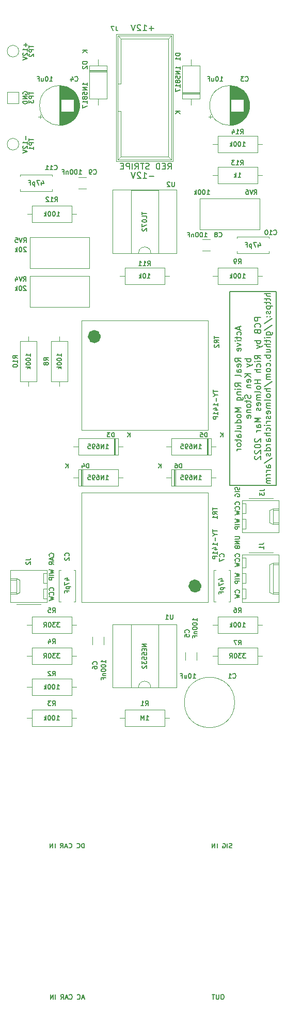
<source format=gbo>
G04 #@! TF.GenerationSoftware,KiCad,Pcbnew,6.0.4-6f826c9f35~116~ubuntu20.04.1*
G04 #@! TF.CreationDate,2022-05-05T17:55:16-04:00*
G04 #@! TF.ProjectId,arrm,6172726d-2e6b-4696-9361-645f70636258,rev?*
G04 #@! TF.SameCoordinates,Original*
G04 #@! TF.FileFunction,Legend,Bot*
G04 #@! TF.FilePolarity,Positive*
%FSLAX46Y46*%
G04 Gerber Fmt 4.6, Leading zero omitted, Abs format (unit mm)*
G04 Created by KiCad (PCBNEW 6.0.4-6f826c9f35~116~ubuntu20.04.1) date 2022-05-05 17:55:16*
%MOMM*%
%LPD*%
G01*
G04 APERTURE LIST*
%ADD10C,0.150000*%
%ADD11C,0.120000*%
%ADD12C,1.060000*%
G04 APERTURE END LIST*
D10*
X121590000Y-68250000D02*
X113970000Y-68250000D01*
X113970000Y-68250000D02*
X113970000Y-100000000D01*
X113970000Y-100000000D02*
X121590000Y-100000000D01*
X121590000Y-100000000D02*
X121590000Y-68250000D01*
X115531666Y-74005952D02*
X115531666Y-74482142D01*
X115817380Y-73910714D02*
X114817380Y-74244047D01*
X115817380Y-74577380D01*
X115769761Y-75339285D02*
X115817380Y-75244047D01*
X115817380Y-75053571D01*
X115769761Y-74958333D01*
X115722142Y-74910714D01*
X115626904Y-74863095D01*
X115341190Y-74863095D01*
X115245952Y-74910714D01*
X115198333Y-74958333D01*
X115150714Y-75053571D01*
X115150714Y-75244047D01*
X115198333Y-75339285D01*
X115150714Y-75625000D02*
X115150714Y-76005952D01*
X114817380Y-75767857D02*
X115674523Y-75767857D01*
X115769761Y-75815476D01*
X115817380Y-75910714D01*
X115817380Y-76005952D01*
X115817380Y-76339285D02*
X115150714Y-76339285D01*
X114817380Y-76339285D02*
X114865000Y-76291666D01*
X114912619Y-76339285D01*
X114865000Y-76386904D01*
X114817380Y-76339285D01*
X114912619Y-76339285D01*
X115150714Y-76720238D02*
X115817380Y-76958333D01*
X115150714Y-77196428D01*
X115769761Y-77958333D02*
X115817380Y-77863095D01*
X115817380Y-77672619D01*
X115769761Y-77577380D01*
X115674523Y-77529761D01*
X115293571Y-77529761D01*
X115198333Y-77577380D01*
X115150714Y-77672619D01*
X115150714Y-77863095D01*
X115198333Y-77958333D01*
X115293571Y-78005952D01*
X115388809Y-78005952D01*
X115484047Y-77529761D01*
X115817380Y-79767857D02*
X115341190Y-79434523D01*
X115817380Y-79196428D02*
X114817380Y-79196428D01*
X114817380Y-79577380D01*
X114865000Y-79672619D01*
X114912619Y-79720238D01*
X115007857Y-79767857D01*
X115150714Y-79767857D01*
X115245952Y-79720238D01*
X115293571Y-79672619D01*
X115341190Y-79577380D01*
X115341190Y-79196428D01*
X115769761Y-80577380D02*
X115817380Y-80482142D01*
X115817380Y-80291666D01*
X115769761Y-80196428D01*
X115674523Y-80148809D01*
X115293571Y-80148809D01*
X115198333Y-80196428D01*
X115150714Y-80291666D01*
X115150714Y-80482142D01*
X115198333Y-80577380D01*
X115293571Y-80625000D01*
X115388809Y-80625000D01*
X115484047Y-80148809D01*
X115817380Y-81482142D02*
X115293571Y-81482142D01*
X115198333Y-81434523D01*
X115150714Y-81339285D01*
X115150714Y-81148809D01*
X115198333Y-81053571D01*
X115769761Y-81482142D02*
X115817380Y-81386904D01*
X115817380Y-81148809D01*
X115769761Y-81053571D01*
X115674523Y-81005952D01*
X115579285Y-81005952D01*
X115484047Y-81053571D01*
X115436428Y-81148809D01*
X115436428Y-81386904D01*
X115388809Y-81482142D01*
X115817380Y-82101190D02*
X115769761Y-82005952D01*
X115674523Y-81958333D01*
X114817380Y-81958333D01*
X115817380Y-83815476D02*
X115341190Y-83482142D01*
X115817380Y-83244047D02*
X114817380Y-83244047D01*
X114817380Y-83625000D01*
X114865000Y-83720238D01*
X114912619Y-83767857D01*
X115007857Y-83815476D01*
X115150714Y-83815476D01*
X115245952Y-83767857D01*
X115293571Y-83720238D01*
X115341190Y-83625000D01*
X115341190Y-83244047D01*
X115817380Y-84244047D02*
X115150714Y-84244047D01*
X114817380Y-84244047D02*
X114865000Y-84196428D01*
X114912619Y-84244047D01*
X114865000Y-84291666D01*
X114817380Y-84244047D01*
X114912619Y-84244047D01*
X115150714Y-84720238D02*
X115817380Y-84720238D01*
X115245952Y-84720238D02*
X115198333Y-84767857D01*
X115150714Y-84863095D01*
X115150714Y-85005952D01*
X115198333Y-85101190D01*
X115293571Y-85148809D01*
X115817380Y-85148809D01*
X115150714Y-86053571D02*
X115960238Y-86053571D01*
X116055476Y-86005952D01*
X116103095Y-85958333D01*
X116150714Y-85863095D01*
X116150714Y-85720238D01*
X116103095Y-85625000D01*
X115769761Y-86053571D02*
X115817380Y-85958333D01*
X115817380Y-85767857D01*
X115769761Y-85672619D01*
X115722142Y-85625000D01*
X115626904Y-85577380D01*
X115341190Y-85577380D01*
X115245952Y-85625000D01*
X115198333Y-85672619D01*
X115150714Y-85767857D01*
X115150714Y-85958333D01*
X115198333Y-86053571D01*
X115817380Y-87291666D02*
X114817380Y-87291666D01*
X115531666Y-87625000D01*
X114817380Y-87958333D01*
X115817380Y-87958333D01*
X115817380Y-88577380D02*
X115769761Y-88482142D01*
X115722142Y-88434523D01*
X115626904Y-88386904D01*
X115341190Y-88386904D01*
X115245952Y-88434523D01*
X115198333Y-88482142D01*
X115150714Y-88577380D01*
X115150714Y-88720238D01*
X115198333Y-88815476D01*
X115245952Y-88863095D01*
X115341190Y-88910714D01*
X115626904Y-88910714D01*
X115722142Y-88863095D01*
X115769761Y-88815476D01*
X115817380Y-88720238D01*
X115817380Y-88577380D01*
X115817380Y-89767857D02*
X114817380Y-89767857D01*
X115769761Y-89767857D02*
X115817380Y-89672619D01*
X115817380Y-89482142D01*
X115769761Y-89386904D01*
X115722142Y-89339285D01*
X115626904Y-89291666D01*
X115341190Y-89291666D01*
X115245952Y-89339285D01*
X115198333Y-89386904D01*
X115150714Y-89482142D01*
X115150714Y-89672619D01*
X115198333Y-89767857D01*
X115150714Y-90672619D02*
X115817380Y-90672619D01*
X115150714Y-90244047D02*
X115674523Y-90244047D01*
X115769761Y-90291666D01*
X115817380Y-90386904D01*
X115817380Y-90529761D01*
X115769761Y-90624999D01*
X115722142Y-90672619D01*
X115817380Y-91291666D02*
X115769761Y-91196428D01*
X115674523Y-91148809D01*
X114817380Y-91148809D01*
X115817380Y-92101190D02*
X115293571Y-92101190D01*
X115198333Y-92053571D01*
X115150714Y-91958333D01*
X115150714Y-91767857D01*
X115198333Y-91672619D01*
X115769761Y-92101190D02*
X115817380Y-92005952D01*
X115817380Y-91767857D01*
X115769761Y-91672619D01*
X115674523Y-91624999D01*
X115579285Y-91624999D01*
X115484047Y-91672619D01*
X115436428Y-91767857D01*
X115436428Y-92005952D01*
X115388809Y-92101190D01*
X115150714Y-92434523D02*
X115150714Y-92815476D01*
X114817380Y-92577380D02*
X115674523Y-92577380D01*
X115769761Y-92624999D01*
X115817380Y-92720238D01*
X115817380Y-92815476D01*
X115817380Y-93291666D02*
X115769761Y-93196428D01*
X115722142Y-93148809D01*
X115626904Y-93101190D01*
X115341190Y-93101190D01*
X115245952Y-93148809D01*
X115198333Y-93196428D01*
X115150714Y-93291666D01*
X115150714Y-93434523D01*
X115198333Y-93529761D01*
X115245952Y-93577380D01*
X115341190Y-93624999D01*
X115626904Y-93624999D01*
X115722142Y-93577380D01*
X115769761Y-93529761D01*
X115817380Y-93434523D01*
X115817380Y-93291666D01*
X115817380Y-94053571D02*
X115150714Y-94053571D01*
X115341190Y-94053571D02*
X115245952Y-94101190D01*
X115198333Y-94148809D01*
X115150714Y-94244047D01*
X115150714Y-94339285D01*
X117427380Y-79291666D02*
X116427380Y-79291666D01*
X116808333Y-79291666D02*
X116760714Y-79386904D01*
X116760714Y-79577380D01*
X116808333Y-79672619D01*
X116855952Y-79720238D01*
X116951190Y-79767857D01*
X117236904Y-79767857D01*
X117332142Y-79720238D01*
X117379761Y-79672619D01*
X117427380Y-79577380D01*
X117427380Y-79386904D01*
X117379761Y-79291666D01*
X116760714Y-80101190D02*
X117427380Y-80339285D01*
X116760714Y-80577380D02*
X117427380Y-80339285D01*
X117665476Y-80244047D01*
X117713095Y-80196428D01*
X117760714Y-80101190D01*
X117427380Y-81720238D02*
X116427380Y-81720238D01*
X117427380Y-82291666D02*
X116855952Y-81863095D01*
X116427380Y-82291666D02*
X116998809Y-81720238D01*
X117379761Y-83101190D02*
X117427380Y-83005952D01*
X117427380Y-82815476D01*
X117379761Y-82720238D01*
X117284523Y-82672619D01*
X116903571Y-82672619D01*
X116808333Y-82720238D01*
X116760714Y-82815476D01*
X116760714Y-83005952D01*
X116808333Y-83101190D01*
X116903571Y-83148809D01*
X116998809Y-83148809D01*
X117094047Y-82672619D01*
X116760714Y-83577380D02*
X117427380Y-83577380D01*
X116855952Y-83577380D02*
X116808333Y-83625000D01*
X116760714Y-83720238D01*
X116760714Y-83863095D01*
X116808333Y-83958333D01*
X116903571Y-84005952D01*
X117427380Y-84005952D01*
X117379761Y-85196428D02*
X117427380Y-85339285D01*
X117427380Y-85577380D01*
X117379761Y-85672619D01*
X117332142Y-85720238D01*
X117236904Y-85767857D01*
X117141666Y-85767857D01*
X117046428Y-85720238D01*
X116998809Y-85672619D01*
X116951190Y-85577380D01*
X116903571Y-85386904D01*
X116855952Y-85291666D01*
X116808333Y-85244047D01*
X116713095Y-85196428D01*
X116617857Y-85196428D01*
X116522619Y-85244047D01*
X116475000Y-85291666D01*
X116427380Y-85386904D01*
X116427380Y-85625000D01*
X116475000Y-85767857D01*
X116760714Y-86053571D02*
X116760714Y-86434523D01*
X116427380Y-86196428D02*
X117284523Y-86196428D01*
X117379761Y-86244047D01*
X117427380Y-86339285D01*
X117427380Y-86434523D01*
X117427380Y-86910714D02*
X117379761Y-86815476D01*
X117332142Y-86767857D01*
X117236904Y-86720238D01*
X116951190Y-86720238D01*
X116855952Y-86767857D01*
X116808333Y-86815476D01*
X116760714Y-86910714D01*
X116760714Y-87053571D01*
X116808333Y-87148809D01*
X116855952Y-87196428D01*
X116951190Y-87244047D01*
X117236904Y-87244047D01*
X117332142Y-87196428D01*
X117379761Y-87148809D01*
X117427380Y-87053571D01*
X117427380Y-86910714D01*
X116760714Y-87672619D02*
X117427380Y-87672619D01*
X116855952Y-87672619D02*
X116808333Y-87720238D01*
X116760714Y-87815476D01*
X116760714Y-87958333D01*
X116808333Y-88053571D01*
X116903571Y-88101190D01*
X117427380Y-88101190D01*
X117379761Y-88958333D02*
X117427380Y-88863095D01*
X117427380Y-88672619D01*
X117379761Y-88577380D01*
X117284523Y-88529761D01*
X116903571Y-88529761D01*
X116808333Y-88577380D01*
X116760714Y-88672619D01*
X116760714Y-88863095D01*
X116808333Y-88958333D01*
X116903571Y-89005952D01*
X116998809Y-89005952D01*
X117094047Y-88529761D01*
X119037380Y-72529761D02*
X118037380Y-72529761D01*
X118037380Y-72910714D01*
X118085000Y-73005952D01*
X118132619Y-73053571D01*
X118227857Y-73101190D01*
X118370714Y-73101190D01*
X118465952Y-73053571D01*
X118513571Y-73005952D01*
X118561190Y-72910714D01*
X118561190Y-72529761D01*
X118942142Y-74101190D02*
X118989761Y-74053571D01*
X119037380Y-73910714D01*
X119037380Y-73815476D01*
X118989761Y-73672619D01*
X118894523Y-73577380D01*
X118799285Y-73529761D01*
X118608809Y-73482142D01*
X118465952Y-73482142D01*
X118275476Y-73529761D01*
X118180238Y-73577380D01*
X118085000Y-73672619D01*
X118037380Y-73815476D01*
X118037380Y-73910714D01*
X118085000Y-74053571D01*
X118132619Y-74101190D01*
X118513571Y-74863095D02*
X118561190Y-75005952D01*
X118608809Y-75053571D01*
X118704047Y-75101190D01*
X118846904Y-75101190D01*
X118942142Y-75053571D01*
X118989761Y-75005952D01*
X119037380Y-74910714D01*
X119037380Y-74529761D01*
X118037380Y-74529761D01*
X118037380Y-74863095D01*
X118085000Y-74958333D01*
X118132619Y-75005952D01*
X118227857Y-75053571D01*
X118323095Y-75053571D01*
X118418333Y-75005952D01*
X118465952Y-74958333D01*
X118513571Y-74863095D01*
X118513571Y-74529761D01*
X119037380Y-76291666D02*
X118037380Y-76291666D01*
X118418333Y-76291666D02*
X118370714Y-76386904D01*
X118370714Y-76577380D01*
X118418333Y-76672619D01*
X118465952Y-76720238D01*
X118561190Y-76767857D01*
X118846904Y-76767857D01*
X118942142Y-76720238D01*
X118989761Y-76672619D01*
X119037380Y-76577380D01*
X119037380Y-76386904D01*
X118989761Y-76291666D01*
X118370714Y-77101190D02*
X119037380Y-77339285D01*
X118370714Y-77577380D02*
X119037380Y-77339285D01*
X119275476Y-77244047D01*
X119323095Y-77196428D01*
X119370714Y-77101190D01*
X119037380Y-79291666D02*
X118561190Y-78958333D01*
X119037380Y-78720238D02*
X118037380Y-78720238D01*
X118037380Y-79101190D01*
X118085000Y-79196428D01*
X118132619Y-79244047D01*
X118227857Y-79291666D01*
X118370714Y-79291666D01*
X118465952Y-79244047D01*
X118513571Y-79196428D01*
X118561190Y-79101190D01*
X118561190Y-78720238D01*
X119037380Y-79720238D02*
X118370714Y-79720238D01*
X118037380Y-79720238D02*
X118085000Y-79672619D01*
X118132619Y-79720238D01*
X118085000Y-79767857D01*
X118037380Y-79720238D01*
X118132619Y-79720238D01*
X118989761Y-80625000D02*
X119037380Y-80529761D01*
X119037380Y-80339285D01*
X118989761Y-80244047D01*
X118942142Y-80196428D01*
X118846904Y-80148809D01*
X118561190Y-80148809D01*
X118465952Y-80196428D01*
X118418333Y-80244047D01*
X118370714Y-80339285D01*
X118370714Y-80529761D01*
X118418333Y-80625000D01*
X119037380Y-81053571D02*
X118037380Y-81053571D01*
X119037380Y-81482142D02*
X118513571Y-81482142D01*
X118418333Y-81434523D01*
X118370714Y-81339285D01*
X118370714Y-81196428D01*
X118418333Y-81101190D01*
X118465952Y-81053571D01*
X119037380Y-82720238D02*
X118037380Y-82720238D01*
X118513571Y-82720238D02*
X118513571Y-83291666D01*
X119037380Y-83291666D02*
X118037380Y-83291666D01*
X119037380Y-83910714D02*
X118989761Y-83815476D01*
X118942142Y-83767857D01*
X118846904Y-83720238D01*
X118561190Y-83720238D01*
X118465952Y-83767857D01*
X118418333Y-83815476D01*
X118370714Y-83910714D01*
X118370714Y-84053571D01*
X118418333Y-84148809D01*
X118465952Y-84196428D01*
X118561190Y-84244047D01*
X118846904Y-84244047D01*
X118942142Y-84196428D01*
X118989761Y-84148809D01*
X119037380Y-84053571D01*
X119037380Y-83910714D01*
X119037380Y-84815476D02*
X118989761Y-84720238D01*
X118894523Y-84672619D01*
X118037380Y-84672619D01*
X119037380Y-85196428D02*
X118370714Y-85196428D01*
X118465952Y-85196428D02*
X118418333Y-85244047D01*
X118370714Y-85339285D01*
X118370714Y-85482142D01*
X118418333Y-85577380D01*
X118513571Y-85625000D01*
X119037380Y-85625000D01*
X118513571Y-85625000D02*
X118418333Y-85672619D01*
X118370714Y-85767857D01*
X118370714Y-85910714D01*
X118418333Y-86005952D01*
X118513571Y-86053571D01*
X119037380Y-86053571D01*
X118989761Y-86910714D02*
X119037380Y-86815476D01*
X119037380Y-86625000D01*
X118989761Y-86529761D01*
X118894523Y-86482142D01*
X118513571Y-86482142D01*
X118418333Y-86529761D01*
X118370714Y-86625000D01*
X118370714Y-86815476D01*
X118418333Y-86910714D01*
X118513571Y-86958333D01*
X118608809Y-86958333D01*
X118704047Y-86482142D01*
X118989761Y-87339285D02*
X119037380Y-87434523D01*
X119037380Y-87625000D01*
X118989761Y-87720238D01*
X118894523Y-87767857D01*
X118846904Y-87767857D01*
X118751666Y-87720238D01*
X118704047Y-87625000D01*
X118704047Y-87482142D01*
X118656428Y-87386904D01*
X118561190Y-87339285D01*
X118513571Y-87339285D01*
X118418333Y-87386904D01*
X118370714Y-87482142D01*
X118370714Y-87625000D01*
X118418333Y-87720238D01*
X119037380Y-88958333D02*
X118037380Y-88958333D01*
X118751666Y-89291666D01*
X118037380Y-89625000D01*
X119037380Y-89625000D01*
X119037380Y-90529761D02*
X118513571Y-90529761D01*
X118418333Y-90482142D01*
X118370714Y-90386904D01*
X118370714Y-90196428D01*
X118418333Y-90101190D01*
X118989761Y-90529761D02*
X119037380Y-90434523D01*
X119037380Y-90196428D01*
X118989761Y-90101190D01*
X118894523Y-90053571D01*
X118799285Y-90053571D01*
X118704047Y-90101190D01*
X118656428Y-90196428D01*
X118656428Y-90434523D01*
X118608809Y-90529761D01*
X119037380Y-91005952D02*
X118370714Y-91005952D01*
X118561190Y-91005952D02*
X118465952Y-91053571D01*
X118418333Y-91101190D01*
X118370714Y-91196428D01*
X118370714Y-91291666D01*
X118132619Y-92339285D02*
X118085000Y-92386904D01*
X118037380Y-92482142D01*
X118037380Y-92720238D01*
X118085000Y-92815476D01*
X118132619Y-92863095D01*
X118227857Y-92910714D01*
X118323095Y-92910714D01*
X118465952Y-92863095D01*
X119037380Y-92291666D01*
X119037380Y-92910714D01*
X118037380Y-93529761D02*
X118037380Y-93625000D01*
X118085000Y-93720238D01*
X118132619Y-93767857D01*
X118227857Y-93815476D01*
X118418333Y-93863095D01*
X118656428Y-93863095D01*
X118846904Y-93815476D01*
X118942142Y-93767857D01*
X118989761Y-93720238D01*
X119037380Y-93625000D01*
X119037380Y-93529761D01*
X118989761Y-93434523D01*
X118942142Y-93386904D01*
X118846904Y-93339285D01*
X118656428Y-93291666D01*
X118418333Y-93291666D01*
X118227857Y-93339285D01*
X118132619Y-93386904D01*
X118085000Y-93434523D01*
X118037380Y-93529761D01*
X118132619Y-94244047D02*
X118085000Y-94291666D01*
X118037380Y-94386904D01*
X118037380Y-94625000D01*
X118085000Y-94720238D01*
X118132619Y-94767857D01*
X118227857Y-94815476D01*
X118323095Y-94815476D01*
X118465952Y-94767857D01*
X119037380Y-94196428D01*
X119037380Y-94815476D01*
X118132619Y-95196428D02*
X118085000Y-95244047D01*
X118037380Y-95339285D01*
X118037380Y-95577380D01*
X118085000Y-95672619D01*
X118132619Y-95720238D01*
X118227857Y-95767857D01*
X118323095Y-95767857D01*
X118465952Y-95720238D01*
X119037380Y-95148809D01*
X119037380Y-95767857D01*
X120647380Y-68577380D02*
X119647380Y-68577380D01*
X120647380Y-69005952D02*
X120123571Y-69005952D01*
X120028333Y-68958333D01*
X119980714Y-68863095D01*
X119980714Y-68720238D01*
X120028333Y-68625000D01*
X120075952Y-68577380D01*
X119980714Y-69339285D02*
X119980714Y-69720238D01*
X119647380Y-69482142D02*
X120504523Y-69482142D01*
X120599761Y-69529761D01*
X120647380Y-69625000D01*
X120647380Y-69720238D01*
X119980714Y-69910714D02*
X119980714Y-70291666D01*
X119647380Y-70053571D02*
X120504523Y-70053571D01*
X120599761Y-70101190D01*
X120647380Y-70196428D01*
X120647380Y-70291666D01*
X119980714Y-70624999D02*
X120980714Y-70624999D01*
X120028333Y-70624999D02*
X119980714Y-70720238D01*
X119980714Y-70910714D01*
X120028333Y-71005952D01*
X120075952Y-71053571D01*
X120171190Y-71101190D01*
X120456904Y-71101190D01*
X120552142Y-71053571D01*
X120599761Y-71005952D01*
X120647380Y-70910714D01*
X120647380Y-70720238D01*
X120599761Y-70624999D01*
X120599761Y-71482142D02*
X120647380Y-71577380D01*
X120647380Y-71767857D01*
X120599761Y-71863095D01*
X120504523Y-71910714D01*
X120456904Y-71910714D01*
X120361666Y-71863095D01*
X120314047Y-71767857D01*
X120314047Y-71624999D01*
X120266428Y-71529761D01*
X120171190Y-71482142D01*
X120123571Y-71482142D01*
X120028333Y-71529761D01*
X119980714Y-71624999D01*
X119980714Y-71767857D01*
X120028333Y-71863095D01*
X120552142Y-72339285D02*
X120599761Y-72386904D01*
X120647380Y-72339285D01*
X120599761Y-72291666D01*
X120552142Y-72339285D01*
X120647380Y-72339285D01*
X120028333Y-72339285D02*
X120075952Y-72386904D01*
X120123571Y-72339285D01*
X120075952Y-72291666D01*
X120028333Y-72339285D01*
X120123571Y-72339285D01*
X119599761Y-73529761D02*
X120885476Y-72672619D01*
X119599761Y-74577380D02*
X120885476Y-73720238D01*
X119980714Y-75339285D02*
X120790238Y-75339285D01*
X120885476Y-75291666D01*
X120933095Y-75244047D01*
X120980714Y-75148809D01*
X120980714Y-75005952D01*
X120933095Y-74910714D01*
X120599761Y-75339285D02*
X120647380Y-75244047D01*
X120647380Y-75053571D01*
X120599761Y-74958333D01*
X120552142Y-74910714D01*
X120456904Y-74863095D01*
X120171190Y-74863095D01*
X120075952Y-74910714D01*
X120028333Y-74958333D01*
X119980714Y-75053571D01*
X119980714Y-75244047D01*
X120028333Y-75339285D01*
X120647380Y-75815476D02*
X119980714Y-75815476D01*
X119647380Y-75815476D02*
X119695000Y-75767857D01*
X119742619Y-75815476D01*
X119695000Y-75863095D01*
X119647380Y-75815476D01*
X119742619Y-75815476D01*
X119980714Y-76148809D02*
X119980714Y-76529761D01*
X119647380Y-76291666D02*
X120504523Y-76291666D01*
X120599761Y-76339285D01*
X120647380Y-76434523D01*
X120647380Y-76529761D01*
X120647380Y-76863095D02*
X119647380Y-76863095D01*
X120647380Y-77291666D02*
X120123571Y-77291666D01*
X120028333Y-77244047D01*
X119980714Y-77148809D01*
X119980714Y-77005952D01*
X120028333Y-76910714D01*
X120075952Y-76863095D01*
X119980714Y-78196428D02*
X120647380Y-78196428D01*
X119980714Y-77767857D02*
X120504523Y-77767857D01*
X120599761Y-77815476D01*
X120647380Y-77910714D01*
X120647380Y-78053571D01*
X120599761Y-78148809D01*
X120552142Y-78196428D01*
X120647380Y-78672619D02*
X119647380Y-78672619D01*
X120028333Y-78672619D02*
X119980714Y-78767857D01*
X119980714Y-78958333D01*
X120028333Y-79053571D01*
X120075952Y-79101190D01*
X120171190Y-79148809D01*
X120456904Y-79148809D01*
X120552142Y-79101190D01*
X120599761Y-79053571D01*
X120647380Y-78958333D01*
X120647380Y-78767857D01*
X120599761Y-78672619D01*
X120552142Y-79577380D02*
X120599761Y-79624999D01*
X120647380Y-79577380D01*
X120599761Y-79529761D01*
X120552142Y-79577380D01*
X120647380Y-79577380D01*
X120599761Y-80482142D02*
X120647380Y-80386904D01*
X120647380Y-80196428D01*
X120599761Y-80101190D01*
X120552142Y-80053571D01*
X120456904Y-80005952D01*
X120171190Y-80005952D01*
X120075952Y-80053571D01*
X120028333Y-80101190D01*
X119980714Y-80196428D01*
X119980714Y-80386904D01*
X120028333Y-80482142D01*
X120647380Y-81053571D02*
X120599761Y-80958333D01*
X120552142Y-80910714D01*
X120456904Y-80863095D01*
X120171190Y-80863095D01*
X120075952Y-80910714D01*
X120028333Y-80958333D01*
X119980714Y-81053571D01*
X119980714Y-81196428D01*
X120028333Y-81291666D01*
X120075952Y-81339285D01*
X120171190Y-81386904D01*
X120456904Y-81386904D01*
X120552142Y-81339285D01*
X120599761Y-81291666D01*
X120647380Y-81196428D01*
X120647380Y-81053571D01*
X120647380Y-81815476D02*
X119980714Y-81815476D01*
X120075952Y-81815476D02*
X120028333Y-81863095D01*
X119980714Y-81958333D01*
X119980714Y-82101190D01*
X120028333Y-82196428D01*
X120123571Y-82244047D01*
X120647380Y-82244047D01*
X120123571Y-82244047D02*
X120028333Y-82291666D01*
X119980714Y-82386904D01*
X119980714Y-82529761D01*
X120028333Y-82624999D01*
X120123571Y-82672619D01*
X120647380Y-82672619D01*
X119599761Y-83863095D02*
X120885476Y-83005952D01*
X120647380Y-84196428D02*
X119647380Y-84196428D01*
X120647380Y-84624999D02*
X120123571Y-84624999D01*
X120028333Y-84577380D01*
X119980714Y-84482142D01*
X119980714Y-84339285D01*
X120028333Y-84244047D01*
X120075952Y-84196428D01*
X120647380Y-85244047D02*
X120599761Y-85148809D01*
X120552142Y-85101190D01*
X120456904Y-85053571D01*
X120171190Y-85053571D01*
X120075952Y-85101190D01*
X120028333Y-85148809D01*
X119980714Y-85244047D01*
X119980714Y-85386904D01*
X120028333Y-85482142D01*
X120075952Y-85529761D01*
X120171190Y-85577380D01*
X120456904Y-85577380D01*
X120552142Y-85529761D01*
X120599761Y-85482142D01*
X120647380Y-85386904D01*
X120647380Y-85244047D01*
X120647380Y-86148809D02*
X120599761Y-86053571D01*
X120504523Y-86005952D01*
X119647380Y-86005952D01*
X120647380Y-86529761D02*
X119980714Y-86529761D01*
X120075952Y-86529761D02*
X120028333Y-86577380D01*
X119980714Y-86672619D01*
X119980714Y-86815476D01*
X120028333Y-86910714D01*
X120123571Y-86958333D01*
X120647380Y-86958333D01*
X120123571Y-86958333D02*
X120028333Y-87005952D01*
X119980714Y-87101190D01*
X119980714Y-87244047D01*
X120028333Y-87339285D01*
X120123571Y-87386904D01*
X120647380Y-87386904D01*
X120599761Y-88244047D02*
X120647380Y-88148809D01*
X120647380Y-87958333D01*
X120599761Y-87863095D01*
X120504523Y-87815476D01*
X120123571Y-87815476D01*
X120028333Y-87863095D01*
X119980714Y-87958333D01*
X119980714Y-88148809D01*
X120028333Y-88244047D01*
X120123571Y-88291666D01*
X120218809Y-88291666D01*
X120314047Y-87815476D01*
X120599761Y-88672619D02*
X120647380Y-88767857D01*
X120647380Y-88958333D01*
X120599761Y-89053571D01*
X120504523Y-89101190D01*
X120456904Y-89101190D01*
X120361666Y-89053571D01*
X120314047Y-88958333D01*
X120314047Y-88815476D01*
X120266428Y-88720238D01*
X120171190Y-88672619D01*
X120123571Y-88672619D01*
X120028333Y-88720238D01*
X119980714Y-88815476D01*
X119980714Y-88958333D01*
X120028333Y-89053571D01*
X120647380Y-89529761D02*
X119980714Y-89529761D01*
X120171190Y-89529761D02*
X120075952Y-89577380D01*
X120028333Y-89624999D01*
X119980714Y-89720238D01*
X119980714Y-89815476D01*
X120647380Y-90148809D02*
X119980714Y-90148809D01*
X119647380Y-90148809D02*
X119695000Y-90101190D01*
X119742619Y-90148809D01*
X119695000Y-90196428D01*
X119647380Y-90148809D01*
X119742619Y-90148809D01*
X120599761Y-91053571D02*
X120647380Y-90958333D01*
X120647380Y-90767857D01*
X120599761Y-90672619D01*
X120552142Y-90624999D01*
X120456904Y-90577380D01*
X120171190Y-90577380D01*
X120075952Y-90624999D01*
X120028333Y-90672619D01*
X119980714Y-90767857D01*
X119980714Y-90958333D01*
X120028333Y-91053571D01*
X120647380Y-91482142D02*
X119647380Y-91482142D01*
X120647380Y-91910714D02*
X120123571Y-91910714D01*
X120028333Y-91863095D01*
X119980714Y-91767857D01*
X119980714Y-91624999D01*
X120028333Y-91529761D01*
X120075952Y-91482142D01*
X120647380Y-92815476D02*
X120123571Y-92815476D01*
X120028333Y-92767857D01*
X119980714Y-92672619D01*
X119980714Y-92482142D01*
X120028333Y-92386904D01*
X120599761Y-92815476D02*
X120647380Y-92720238D01*
X120647380Y-92482142D01*
X120599761Y-92386904D01*
X120504523Y-92339285D01*
X120409285Y-92339285D01*
X120314047Y-92386904D01*
X120266428Y-92482142D01*
X120266428Y-92720238D01*
X120218809Y-92815476D01*
X120647380Y-93291666D02*
X119980714Y-93291666D01*
X120171190Y-93291666D02*
X120075952Y-93339285D01*
X120028333Y-93386904D01*
X119980714Y-93482142D01*
X119980714Y-93577380D01*
X120647380Y-94339285D02*
X119647380Y-94339285D01*
X120599761Y-94339285D02*
X120647380Y-94244047D01*
X120647380Y-94053571D01*
X120599761Y-93958333D01*
X120552142Y-93910714D01*
X120456904Y-93863095D01*
X120171190Y-93863095D01*
X120075952Y-93910714D01*
X120028333Y-93958333D01*
X119980714Y-94053571D01*
X119980714Y-94244047D01*
X120028333Y-94339285D01*
X120599761Y-94767857D02*
X120647380Y-94863095D01*
X120647380Y-95053571D01*
X120599761Y-95148809D01*
X120504523Y-95196428D01*
X120456904Y-95196428D01*
X120361666Y-95148809D01*
X120314047Y-95053571D01*
X120314047Y-94910714D01*
X120266428Y-94815476D01*
X120171190Y-94767857D01*
X120123571Y-94767857D01*
X120028333Y-94815476D01*
X119980714Y-94910714D01*
X119980714Y-95053571D01*
X120028333Y-95148809D01*
X119599761Y-96339285D02*
X120885476Y-95482142D01*
X120647380Y-97101190D02*
X120123571Y-97101190D01*
X120028333Y-97053571D01*
X119980714Y-96958333D01*
X119980714Y-96767857D01*
X120028333Y-96672619D01*
X120599761Y-97101190D02*
X120647380Y-97005952D01*
X120647380Y-96767857D01*
X120599761Y-96672619D01*
X120504523Y-96624999D01*
X120409285Y-96624999D01*
X120314047Y-96672619D01*
X120266428Y-96767857D01*
X120266428Y-97005952D01*
X120218809Y-97101190D01*
X120647380Y-97577380D02*
X119980714Y-97577380D01*
X120171190Y-97577380D02*
X120075952Y-97624999D01*
X120028333Y-97672619D01*
X119980714Y-97767857D01*
X119980714Y-97863095D01*
X120647380Y-98196428D02*
X119980714Y-98196428D01*
X120171190Y-98196428D02*
X120075952Y-98244047D01*
X120028333Y-98291666D01*
X119980714Y-98386904D01*
X119980714Y-98482142D01*
X120647380Y-98815476D02*
X119980714Y-98815476D01*
X120075952Y-98815476D02*
X120028333Y-98863095D01*
X119980714Y-98958333D01*
X119980714Y-99101190D01*
X120028333Y-99196428D01*
X120123571Y-99244047D01*
X120647380Y-99244047D01*
X120123571Y-99244047D02*
X120028333Y-99291666D01*
X119980714Y-99386904D01*
X119980714Y-99529761D01*
X120028333Y-99624999D01*
X120123571Y-99672619D01*
X120647380Y-99672619D01*
X112815000Y-183409285D02*
X112672142Y-183409285D01*
X112600714Y-183445000D01*
X112529285Y-183516428D01*
X112493571Y-183659285D01*
X112493571Y-183909285D01*
X112529285Y-184052142D01*
X112600714Y-184123571D01*
X112672142Y-184159285D01*
X112815000Y-184159285D01*
X112886428Y-184123571D01*
X112957857Y-184052142D01*
X112993571Y-183909285D01*
X112993571Y-183659285D01*
X112957857Y-183516428D01*
X112886428Y-183445000D01*
X112815000Y-183409285D01*
X112172142Y-183409285D02*
X112172142Y-184016428D01*
X112136428Y-184087857D01*
X112100714Y-184123571D01*
X112029285Y-184159285D01*
X111886428Y-184159285D01*
X111815000Y-184123571D01*
X111779285Y-184087857D01*
X111743571Y-184016428D01*
X111743571Y-183409285D01*
X111493571Y-183409285D02*
X111065000Y-183409285D01*
X111279285Y-184159285D02*
X111279285Y-183409285D01*
X115543571Y-100307857D02*
X115579285Y-100415000D01*
X115579285Y-100593571D01*
X115543571Y-100665000D01*
X115507857Y-100700714D01*
X115436428Y-100736428D01*
X115365000Y-100736428D01*
X115293571Y-100700714D01*
X115257857Y-100665000D01*
X115222142Y-100593571D01*
X115186428Y-100450714D01*
X115150714Y-100379285D01*
X115115000Y-100343571D01*
X115043571Y-100307857D01*
X114972142Y-100307857D01*
X114900714Y-100343571D01*
X114865000Y-100379285D01*
X114829285Y-100450714D01*
X114829285Y-100629285D01*
X114865000Y-100736428D01*
X115579285Y-101057857D02*
X114829285Y-101057857D01*
X114865000Y-101807857D02*
X114829285Y-101736428D01*
X114829285Y-101629285D01*
X114865000Y-101522142D01*
X114936428Y-101450714D01*
X115007857Y-101415000D01*
X115150714Y-101379285D01*
X115257857Y-101379285D01*
X115400714Y-101415000D01*
X115472142Y-101450714D01*
X115543571Y-101522142D01*
X115579285Y-101629285D01*
X115579285Y-101700714D01*
X115543571Y-101807857D01*
X115507857Y-101843571D01*
X115257857Y-101843571D01*
X115257857Y-101700714D01*
X115507857Y-103165000D02*
X115543571Y-103129285D01*
X115579285Y-103022142D01*
X115579285Y-102950714D01*
X115543571Y-102843571D01*
X115472142Y-102772142D01*
X115400714Y-102736428D01*
X115257857Y-102700714D01*
X115150714Y-102700714D01*
X115007857Y-102736428D01*
X114936428Y-102772142D01*
X114865000Y-102843571D01*
X114829285Y-102950714D01*
X114829285Y-103022142D01*
X114865000Y-103129285D01*
X114900714Y-103165000D01*
X115507857Y-103915000D02*
X115543571Y-103879285D01*
X115579285Y-103772142D01*
X115579285Y-103700714D01*
X115543571Y-103593571D01*
X115472142Y-103522142D01*
X115400714Y-103486428D01*
X115257857Y-103450714D01*
X115150714Y-103450714D01*
X115007857Y-103486428D01*
X114936428Y-103522142D01*
X114865000Y-103593571D01*
X114829285Y-103700714D01*
X114829285Y-103772142D01*
X114865000Y-103879285D01*
X114900714Y-103915000D01*
X114829285Y-104165000D02*
X115579285Y-104343571D01*
X115043571Y-104486428D01*
X115579285Y-104629285D01*
X114829285Y-104807857D01*
X85027857Y-117208571D02*
X85063571Y-117172857D01*
X85099285Y-117065714D01*
X85099285Y-116994285D01*
X85063571Y-116887142D01*
X84992142Y-116815714D01*
X84920714Y-116780000D01*
X84777857Y-116744285D01*
X84670714Y-116744285D01*
X84527857Y-116780000D01*
X84456428Y-116815714D01*
X84385000Y-116887142D01*
X84349285Y-116994285D01*
X84349285Y-117065714D01*
X84385000Y-117172857D01*
X84420714Y-117208571D01*
X85027857Y-117958571D02*
X85063571Y-117922857D01*
X85099285Y-117815714D01*
X85099285Y-117744285D01*
X85063571Y-117637142D01*
X84992142Y-117565714D01*
X84920714Y-117530000D01*
X84777857Y-117494285D01*
X84670714Y-117494285D01*
X84527857Y-117530000D01*
X84456428Y-117565714D01*
X84385000Y-117637142D01*
X84349285Y-117744285D01*
X84349285Y-117815714D01*
X84385000Y-117922857D01*
X84420714Y-117958571D01*
X84349285Y-118208571D02*
X85099285Y-118387142D01*
X84563571Y-118530000D01*
X85099285Y-118672857D01*
X84349285Y-118851428D01*
X85027857Y-111602857D02*
X85063571Y-111567142D01*
X85099285Y-111460000D01*
X85099285Y-111388571D01*
X85063571Y-111281428D01*
X84992142Y-111210000D01*
X84920714Y-111174285D01*
X84777857Y-111138571D01*
X84670714Y-111138571D01*
X84527857Y-111174285D01*
X84456428Y-111210000D01*
X84385000Y-111281428D01*
X84349285Y-111388571D01*
X84349285Y-111460000D01*
X84385000Y-111567142D01*
X84420714Y-111602857D01*
X84885000Y-111888571D02*
X84885000Y-112245714D01*
X85099285Y-111817142D02*
X84349285Y-112067142D01*
X85099285Y-112317142D01*
X85099285Y-112995714D02*
X84742142Y-112745714D01*
X85099285Y-112567142D02*
X84349285Y-112567142D01*
X84349285Y-112852857D01*
X84385000Y-112924285D01*
X84420714Y-112960000D01*
X84492142Y-112995714D01*
X84599285Y-112995714D01*
X84670714Y-112960000D01*
X84706428Y-112924285D01*
X84742142Y-112852857D01*
X84742142Y-112567142D01*
X84349285Y-113817142D02*
X85099285Y-113995714D01*
X84563571Y-114138571D01*
X85099285Y-114281428D01*
X84349285Y-114460000D01*
X85099285Y-114745714D02*
X84349285Y-114745714D01*
X85099285Y-115102857D02*
X84349285Y-115102857D01*
X84349285Y-115388571D01*
X84385000Y-115460000D01*
X84420714Y-115495714D01*
X84492142Y-115531428D01*
X84599285Y-115531428D01*
X84670714Y-115495714D01*
X84706428Y-115460000D01*
X84742142Y-115388571D01*
X84742142Y-115102857D01*
X114829285Y-114365000D02*
X115579285Y-114543571D01*
X115043571Y-114686428D01*
X115579285Y-114829285D01*
X114829285Y-115007857D01*
X115579285Y-115293571D02*
X114829285Y-115293571D01*
X115579285Y-115650714D02*
X114829285Y-115650714D01*
X114829285Y-115936428D01*
X114865000Y-116007857D01*
X114900714Y-116043571D01*
X114972142Y-116079285D01*
X115079285Y-116079285D01*
X115150714Y-116043571D01*
X115186428Y-116007857D01*
X115222142Y-115936428D01*
X115222142Y-115650714D01*
X114829285Y-108348571D02*
X115436428Y-108348571D01*
X115507857Y-108384285D01*
X115543571Y-108420000D01*
X115579285Y-108491428D01*
X115579285Y-108634285D01*
X115543571Y-108705714D01*
X115507857Y-108741428D01*
X115436428Y-108777142D01*
X114829285Y-108777142D01*
X115579285Y-109134285D02*
X114829285Y-109134285D01*
X115579285Y-109562857D01*
X114829285Y-109562857D01*
X115186428Y-110170000D02*
X115222142Y-110277142D01*
X115257857Y-110312857D01*
X115329285Y-110348571D01*
X115436428Y-110348571D01*
X115507857Y-110312857D01*
X115543571Y-110277142D01*
X115579285Y-110205714D01*
X115579285Y-109920000D01*
X114829285Y-109920000D01*
X114829285Y-110170000D01*
X114865000Y-110241428D01*
X114900714Y-110277142D01*
X114972142Y-110312857D01*
X115043571Y-110312857D01*
X115115000Y-110277142D01*
X115150714Y-110241428D01*
X115186428Y-110170000D01*
X115186428Y-109920000D01*
X115507857Y-111670000D02*
X115543571Y-111634285D01*
X115579285Y-111527142D01*
X115579285Y-111455714D01*
X115543571Y-111348571D01*
X115472142Y-111277142D01*
X115400714Y-111241428D01*
X115257857Y-111205714D01*
X115150714Y-111205714D01*
X115007857Y-111241428D01*
X114936428Y-111277142D01*
X114865000Y-111348571D01*
X114829285Y-111455714D01*
X114829285Y-111527142D01*
X114865000Y-111634285D01*
X114900714Y-111670000D01*
X115507857Y-112420000D02*
X115543571Y-112384285D01*
X115579285Y-112277142D01*
X115579285Y-112205714D01*
X115543571Y-112098571D01*
X115472142Y-112027142D01*
X115400714Y-111991428D01*
X115257857Y-111955714D01*
X115150714Y-111955714D01*
X115007857Y-111991428D01*
X114936428Y-112027142D01*
X114865000Y-112098571D01*
X114829285Y-112205714D01*
X114829285Y-112277142D01*
X114865000Y-112384285D01*
X114900714Y-112420000D01*
X114829285Y-112670000D02*
X115579285Y-112848571D01*
X115043571Y-112991428D01*
X115579285Y-113134285D01*
X114829285Y-113312857D01*
X90067857Y-183945000D02*
X89710714Y-183945000D01*
X90139285Y-184159285D02*
X89889285Y-183409285D01*
X89639285Y-184159285D01*
X88960714Y-184087857D02*
X88996428Y-184123571D01*
X89103571Y-184159285D01*
X89175000Y-184159285D01*
X89282142Y-184123571D01*
X89353571Y-184052142D01*
X89389285Y-183980714D01*
X89425000Y-183837857D01*
X89425000Y-183730714D01*
X89389285Y-183587857D01*
X89353571Y-183516428D01*
X89282142Y-183445000D01*
X89175000Y-183409285D01*
X89103571Y-183409285D01*
X88996428Y-183445000D01*
X88960714Y-183480714D01*
X87639285Y-184087857D02*
X87675000Y-184123571D01*
X87782142Y-184159285D01*
X87853571Y-184159285D01*
X87960714Y-184123571D01*
X88032142Y-184052142D01*
X88067857Y-183980714D01*
X88103571Y-183837857D01*
X88103571Y-183730714D01*
X88067857Y-183587857D01*
X88032142Y-183516428D01*
X87960714Y-183445000D01*
X87853571Y-183409285D01*
X87782142Y-183409285D01*
X87675000Y-183445000D01*
X87639285Y-183480714D01*
X87353571Y-183945000D02*
X86996428Y-183945000D01*
X87425000Y-184159285D02*
X87175000Y-183409285D01*
X86925000Y-184159285D01*
X86246428Y-184159285D02*
X86496428Y-183802142D01*
X86675000Y-184159285D02*
X86675000Y-183409285D01*
X86389285Y-183409285D01*
X86317857Y-183445000D01*
X86282142Y-183480714D01*
X86246428Y-183552142D01*
X86246428Y-183659285D01*
X86282142Y-183730714D01*
X86317857Y-183766428D01*
X86389285Y-183802142D01*
X86675000Y-183802142D01*
X85353571Y-184159285D02*
X85353571Y-183409285D01*
X84996428Y-184159285D02*
X84996428Y-183409285D01*
X84567857Y-184159285D01*
X84567857Y-183409285D01*
X90085714Y-159394285D02*
X90085714Y-158644285D01*
X89907142Y-158644285D01*
X89800000Y-158680000D01*
X89728571Y-158751428D01*
X89692857Y-158822857D01*
X89657142Y-158965714D01*
X89657142Y-159072857D01*
X89692857Y-159215714D01*
X89728571Y-159287142D01*
X89800000Y-159358571D01*
X89907142Y-159394285D01*
X90085714Y-159394285D01*
X88907142Y-159322857D02*
X88942857Y-159358571D01*
X89050000Y-159394285D01*
X89121428Y-159394285D01*
X89228571Y-159358571D01*
X89300000Y-159287142D01*
X89335714Y-159215714D01*
X89371428Y-159072857D01*
X89371428Y-158965714D01*
X89335714Y-158822857D01*
X89300000Y-158751428D01*
X89228571Y-158680000D01*
X89121428Y-158644285D01*
X89050000Y-158644285D01*
X88942857Y-158680000D01*
X88907142Y-158715714D01*
X87585714Y-159322857D02*
X87621428Y-159358571D01*
X87728571Y-159394285D01*
X87800000Y-159394285D01*
X87907142Y-159358571D01*
X87978571Y-159287142D01*
X88014285Y-159215714D01*
X88050000Y-159072857D01*
X88050000Y-158965714D01*
X88014285Y-158822857D01*
X87978571Y-158751428D01*
X87907142Y-158680000D01*
X87800000Y-158644285D01*
X87728571Y-158644285D01*
X87621428Y-158680000D01*
X87585714Y-158715714D01*
X87300000Y-159180000D02*
X86942857Y-159180000D01*
X87371428Y-159394285D02*
X87121428Y-158644285D01*
X86871428Y-159394285D01*
X86192857Y-159394285D02*
X86442857Y-159037142D01*
X86621428Y-159394285D02*
X86621428Y-158644285D01*
X86335714Y-158644285D01*
X86264285Y-158680000D01*
X86228571Y-158715714D01*
X86192857Y-158787142D01*
X86192857Y-158894285D01*
X86228571Y-158965714D01*
X86264285Y-159001428D01*
X86335714Y-159037142D01*
X86621428Y-159037142D01*
X85300000Y-159394285D02*
X85300000Y-158644285D01*
X84942857Y-159394285D02*
X84942857Y-158644285D01*
X84514285Y-159394285D01*
X84514285Y-158644285D01*
X114325000Y-159358571D02*
X114217857Y-159394285D01*
X114039285Y-159394285D01*
X113967857Y-159358571D01*
X113932142Y-159322857D01*
X113896428Y-159251428D01*
X113896428Y-159180000D01*
X113932142Y-159108571D01*
X113967857Y-159072857D01*
X114039285Y-159037142D01*
X114182142Y-159001428D01*
X114253571Y-158965714D01*
X114289285Y-158930000D01*
X114325000Y-158858571D01*
X114325000Y-158787142D01*
X114289285Y-158715714D01*
X114253571Y-158680000D01*
X114182142Y-158644285D01*
X114003571Y-158644285D01*
X113896428Y-158680000D01*
X113575000Y-159394285D02*
X113575000Y-158644285D01*
X112825000Y-158680000D02*
X112896428Y-158644285D01*
X113003571Y-158644285D01*
X113110714Y-158680000D01*
X113182142Y-158751428D01*
X113217857Y-158822857D01*
X113253571Y-158965714D01*
X113253571Y-159072857D01*
X113217857Y-159215714D01*
X113182142Y-159287142D01*
X113110714Y-159358571D01*
X113003571Y-159394285D01*
X112932142Y-159394285D01*
X112825000Y-159358571D01*
X112789285Y-159322857D01*
X112789285Y-159072857D01*
X112932142Y-159072857D01*
X111896428Y-159394285D02*
X111896428Y-158644285D01*
X111539285Y-159394285D02*
X111539285Y-158644285D01*
X111110714Y-159394285D01*
X111110714Y-158644285D01*
X115507857Y-117583571D02*
X115543571Y-117547857D01*
X115579285Y-117440714D01*
X115579285Y-117369285D01*
X115543571Y-117262142D01*
X115472142Y-117190714D01*
X115400714Y-117155000D01*
X115257857Y-117119285D01*
X115150714Y-117119285D01*
X115007857Y-117155000D01*
X114936428Y-117190714D01*
X114865000Y-117262142D01*
X114829285Y-117369285D01*
X114829285Y-117440714D01*
X114865000Y-117547857D01*
X114900714Y-117583571D01*
X114829285Y-117833571D02*
X115579285Y-118012142D01*
X115043571Y-118155000D01*
X115579285Y-118297857D01*
X114829285Y-118476428D01*
X114829285Y-105475000D02*
X115579285Y-105653571D01*
X115043571Y-105796428D01*
X115579285Y-105939285D01*
X114829285Y-106117857D01*
X115579285Y-106403571D02*
X114829285Y-106403571D01*
X115579285Y-106760714D02*
X114829285Y-106760714D01*
X114829285Y-107046428D01*
X114865000Y-107117857D01*
X114900714Y-107153571D01*
X114972142Y-107189285D01*
X115079285Y-107189285D01*
X115150714Y-107153571D01*
X115186428Y-107117857D01*
X115222142Y-107046428D01*
X115222142Y-106760714D01*
G04 #@! TO.C,J2*
X80539285Y-112196000D02*
X81075000Y-112196000D01*
X81182142Y-112160285D01*
X81253571Y-112088857D01*
X81289285Y-111981714D01*
X81289285Y-111910285D01*
X80610714Y-112517428D02*
X80575000Y-112553142D01*
X80539285Y-112624571D01*
X80539285Y-112803142D01*
X80575000Y-112874571D01*
X80610714Y-112910285D01*
X80682142Y-112946000D01*
X80753571Y-112946000D01*
X80860714Y-112910285D01*
X81289285Y-112481714D01*
X81289285Y-112946000D01*
G04 #@! TO.C,D3*
X95013571Y-92084285D02*
X95013571Y-91334285D01*
X94835000Y-91334285D01*
X94727857Y-91370000D01*
X94656428Y-91441428D01*
X94620714Y-91512857D01*
X94585000Y-91655714D01*
X94585000Y-91762857D01*
X94620714Y-91905714D01*
X94656428Y-91977142D01*
X94727857Y-92048571D01*
X94835000Y-92084285D01*
X95013571Y-92084285D01*
X94335000Y-91334285D02*
X93870714Y-91334285D01*
X94120714Y-91620000D01*
X94013571Y-91620000D01*
X93942142Y-91655714D01*
X93906428Y-91691428D01*
X93870714Y-91762857D01*
X93870714Y-91941428D01*
X93906428Y-92012857D01*
X93942142Y-92048571D01*
X94013571Y-92084285D01*
X94227857Y-92084285D01*
X94299285Y-92048571D01*
X94335000Y-92012857D01*
X97656428Y-92084285D02*
X97656428Y-91334285D01*
X97227857Y-92084285D02*
X97549285Y-91655714D01*
X97227857Y-91334285D02*
X97656428Y-91762857D01*
X93630000Y-93989285D02*
X94058571Y-93989285D01*
X93844285Y-93989285D02*
X93844285Y-93239285D01*
X93915714Y-93346428D01*
X93987142Y-93417857D01*
X94058571Y-93453571D01*
X93308571Y-93989285D02*
X93308571Y-93239285D01*
X92880000Y-93989285D01*
X92880000Y-93239285D01*
X92201428Y-93239285D02*
X92344285Y-93239285D01*
X92415714Y-93275000D01*
X92451428Y-93310714D01*
X92522857Y-93417857D01*
X92558571Y-93560714D01*
X92558571Y-93846428D01*
X92522857Y-93917857D01*
X92487142Y-93953571D01*
X92415714Y-93989285D01*
X92272857Y-93989285D01*
X92201428Y-93953571D01*
X92165714Y-93917857D01*
X92130000Y-93846428D01*
X92130000Y-93667857D01*
X92165714Y-93596428D01*
X92201428Y-93560714D01*
X92272857Y-93525000D01*
X92415714Y-93525000D01*
X92487142Y-93560714D01*
X92522857Y-93596428D01*
X92558571Y-93667857D01*
X91772857Y-93989285D02*
X91630000Y-93989285D01*
X91558571Y-93953571D01*
X91522857Y-93917857D01*
X91451428Y-93810714D01*
X91415714Y-93667857D01*
X91415714Y-93382142D01*
X91451428Y-93310714D01*
X91487142Y-93275000D01*
X91558571Y-93239285D01*
X91701428Y-93239285D01*
X91772857Y-93275000D01*
X91808571Y-93310714D01*
X91844285Y-93382142D01*
X91844285Y-93560714D01*
X91808571Y-93632142D01*
X91772857Y-93667857D01*
X91701428Y-93703571D01*
X91558571Y-93703571D01*
X91487142Y-93667857D01*
X91451428Y-93632142D01*
X91415714Y-93560714D01*
X90737142Y-93239285D02*
X91094285Y-93239285D01*
X91130000Y-93596428D01*
X91094285Y-93560714D01*
X91022857Y-93525000D01*
X90844285Y-93525000D01*
X90772857Y-93560714D01*
X90737142Y-93596428D01*
X90701428Y-93667857D01*
X90701428Y-93846428D01*
X90737142Y-93917857D01*
X90772857Y-93953571D01*
X90844285Y-93989285D01*
X91022857Y-93989285D01*
X91094285Y-93953571D01*
X91130000Y-93917857D01*
G04 #@! TO.C,C7*
X112967857Y-111686000D02*
X113003571Y-111650285D01*
X113039285Y-111543142D01*
X113039285Y-111471714D01*
X113003571Y-111364571D01*
X112932142Y-111293142D01*
X112860714Y-111257428D01*
X112717857Y-111221714D01*
X112610714Y-111221714D01*
X112467857Y-111257428D01*
X112396428Y-111293142D01*
X112325000Y-111364571D01*
X112289285Y-111471714D01*
X112289285Y-111543142D01*
X112325000Y-111650285D01*
X112360714Y-111686000D01*
X112289285Y-111936000D02*
X112289285Y-112436000D01*
X113039285Y-112114571D01*
X112412285Y-115635000D02*
X112912285Y-115635000D01*
X112126571Y-115456428D02*
X112662285Y-115277857D01*
X112662285Y-115742142D01*
X112162285Y-115956428D02*
X112162285Y-116456428D01*
X112912285Y-116135000D01*
X112412285Y-116742142D02*
X113162285Y-116742142D01*
X112448000Y-116742142D02*
X112412285Y-116813571D01*
X112412285Y-116956428D01*
X112448000Y-117027857D01*
X112483714Y-117063571D01*
X112555142Y-117099285D01*
X112769428Y-117099285D01*
X112840857Y-117063571D01*
X112876571Y-117027857D01*
X112912285Y-116956428D01*
X112912285Y-116813571D01*
X112876571Y-116742142D01*
X112519428Y-117670714D02*
X112519428Y-117420714D01*
X112912285Y-117420714D02*
X112162285Y-117420714D01*
X112162285Y-117777857D01*
G04 #@! TO.C,TR1*
X111146285Y-103625571D02*
X111146285Y-104054142D01*
X111896285Y-103839857D02*
X111146285Y-103839857D01*
X111896285Y-104732714D02*
X111539142Y-104482714D01*
X111896285Y-104304142D02*
X111146285Y-104304142D01*
X111146285Y-104589857D01*
X111182000Y-104661285D01*
X111217714Y-104697000D01*
X111289142Y-104732714D01*
X111396285Y-104732714D01*
X111467714Y-104697000D01*
X111503428Y-104661285D01*
X111539142Y-104589857D01*
X111539142Y-104304142D01*
X111896285Y-105447000D02*
X111896285Y-105018428D01*
X111896285Y-105232714D02*
X111146285Y-105232714D01*
X111253428Y-105161285D01*
X111324857Y-105089857D01*
X111360571Y-105018428D01*
X111146285Y-107205571D02*
X111146285Y-107634142D01*
X111896285Y-107419857D02*
X111146285Y-107419857D01*
X111539142Y-108027000D02*
X111896285Y-108027000D01*
X111146285Y-107777000D02*
X111539142Y-108027000D01*
X111146285Y-108277000D01*
X111610571Y-108527000D02*
X111610571Y-109098428D01*
X111896285Y-109848428D02*
X111896285Y-109419857D01*
X111896285Y-109634142D02*
X111146285Y-109634142D01*
X111253428Y-109562714D01*
X111324857Y-109491285D01*
X111360571Y-109419857D01*
X111396285Y-110491285D02*
X111896285Y-110491285D01*
X111110571Y-110312714D02*
X111646285Y-110134142D01*
X111646285Y-110598428D01*
X111896285Y-111277000D02*
X111896285Y-110848428D01*
X111896285Y-111062714D02*
X111146285Y-111062714D01*
X111253428Y-110991285D01*
X111324857Y-110919857D01*
X111360571Y-110848428D01*
X111896285Y-111598428D02*
X111146285Y-111598428D01*
X111146285Y-111884142D01*
X111182000Y-111955571D01*
X111217714Y-111991285D01*
X111289142Y-112027000D01*
X111396285Y-112027000D01*
X111467714Y-111991285D01*
X111503428Y-111955571D01*
X111539142Y-111884142D01*
X111539142Y-111598428D01*
G04 #@! TO.C,TR2*
X111400285Y-75558571D02*
X111400285Y-75987142D01*
X112150285Y-75772857D02*
X111400285Y-75772857D01*
X112150285Y-76665714D02*
X111793142Y-76415714D01*
X112150285Y-76237142D02*
X111400285Y-76237142D01*
X111400285Y-76522857D01*
X111436000Y-76594285D01*
X111471714Y-76630000D01*
X111543142Y-76665714D01*
X111650285Y-76665714D01*
X111721714Y-76630000D01*
X111757428Y-76594285D01*
X111793142Y-76522857D01*
X111793142Y-76237142D01*
X111471714Y-76951428D02*
X111436000Y-76987142D01*
X111400285Y-77058571D01*
X111400285Y-77237142D01*
X111436000Y-77308571D01*
X111471714Y-77344285D01*
X111543142Y-77380000D01*
X111614571Y-77380000D01*
X111721714Y-77344285D01*
X112150285Y-76915714D01*
X112150285Y-77380000D01*
X111273285Y-84345571D02*
X111273285Y-84774142D01*
X112023285Y-84559857D02*
X111273285Y-84559857D01*
X111666142Y-85167000D02*
X112023285Y-85167000D01*
X111273285Y-84917000D02*
X111666142Y-85167000D01*
X111273285Y-85417000D01*
X111737571Y-85667000D02*
X111737571Y-86238428D01*
X112023285Y-86988428D02*
X112023285Y-86559857D01*
X112023285Y-86774142D02*
X111273285Y-86774142D01*
X111380428Y-86702714D01*
X111451857Y-86631285D01*
X111487571Y-86559857D01*
X111523285Y-87631285D02*
X112023285Y-87631285D01*
X111237571Y-87452714D02*
X111773285Y-87274142D01*
X111773285Y-87738428D01*
X112023285Y-88417000D02*
X112023285Y-87988428D01*
X112023285Y-88202714D02*
X111273285Y-88202714D01*
X111380428Y-88131285D01*
X111451857Y-88059857D01*
X111487571Y-87988428D01*
X112023285Y-88738428D02*
X111273285Y-88738428D01*
X111273285Y-89024142D01*
X111309000Y-89095571D01*
X111344714Y-89131285D01*
X111416142Y-89167000D01*
X111523285Y-89167000D01*
X111594714Y-89131285D01*
X111630428Y-89095571D01*
X111666142Y-89024142D01*
X111666142Y-88738428D01*
G04 #@! TO.C,R6*
X115365000Y-120829285D02*
X115615000Y-120472142D01*
X115793571Y-120829285D02*
X115793571Y-120079285D01*
X115507857Y-120079285D01*
X115436428Y-120115000D01*
X115400714Y-120150714D01*
X115365000Y-120222142D01*
X115365000Y-120329285D01*
X115400714Y-120400714D01*
X115436428Y-120436428D01*
X115507857Y-120472142D01*
X115793571Y-120472142D01*
X114722142Y-120079285D02*
X114865000Y-120079285D01*
X114936428Y-120115000D01*
X114972142Y-120150714D01*
X115043571Y-120257857D01*
X115079285Y-120400714D01*
X115079285Y-120686428D01*
X115043571Y-120757857D01*
X115007857Y-120793571D01*
X114936428Y-120829285D01*
X114793571Y-120829285D01*
X114722142Y-120793571D01*
X114686428Y-120757857D01*
X114650714Y-120686428D01*
X114650714Y-120507857D01*
X114686428Y-120436428D01*
X114722142Y-120400714D01*
X114793571Y-120365000D01*
X114936428Y-120365000D01*
X115007857Y-120400714D01*
X115043571Y-120436428D01*
X115079285Y-120507857D01*
X116043571Y-123199285D02*
X116472142Y-123199285D01*
X116257857Y-123199285D02*
X116257857Y-122449285D01*
X116329285Y-122556428D01*
X116400714Y-122627857D01*
X116472142Y-122663571D01*
X115579285Y-122449285D02*
X115507857Y-122449285D01*
X115436428Y-122485000D01*
X115400714Y-122520714D01*
X115365000Y-122592142D01*
X115329285Y-122735000D01*
X115329285Y-122913571D01*
X115365000Y-123056428D01*
X115400714Y-123127857D01*
X115436428Y-123163571D01*
X115507857Y-123199285D01*
X115579285Y-123199285D01*
X115650714Y-123163571D01*
X115686428Y-123127857D01*
X115722142Y-123056428D01*
X115757857Y-122913571D01*
X115757857Y-122735000D01*
X115722142Y-122592142D01*
X115686428Y-122520714D01*
X115650714Y-122485000D01*
X115579285Y-122449285D01*
X114865000Y-122449285D02*
X114793571Y-122449285D01*
X114722142Y-122485000D01*
X114686428Y-122520714D01*
X114650714Y-122592142D01*
X114615000Y-122735000D01*
X114615000Y-122913571D01*
X114650714Y-123056428D01*
X114686428Y-123127857D01*
X114722142Y-123163571D01*
X114793571Y-123199285D01*
X114865000Y-123199285D01*
X114936428Y-123163571D01*
X114972142Y-123127857D01*
X115007857Y-123056428D01*
X115043571Y-122913571D01*
X115043571Y-122735000D01*
X115007857Y-122592142D01*
X114972142Y-122520714D01*
X114936428Y-122485000D01*
X114865000Y-122449285D01*
X114293571Y-123199285D02*
X114293571Y-122449285D01*
X114222142Y-122913571D02*
X114007857Y-123199285D01*
X114007857Y-122699285D02*
X114293571Y-122985000D01*
G04 #@! TO.C,D6*
X106093571Y-97164285D02*
X106093571Y-96414285D01*
X105915000Y-96414285D01*
X105807857Y-96450000D01*
X105736428Y-96521428D01*
X105700714Y-96592857D01*
X105665000Y-96735714D01*
X105665000Y-96842857D01*
X105700714Y-96985714D01*
X105736428Y-97057142D01*
X105807857Y-97128571D01*
X105915000Y-97164285D01*
X106093571Y-97164285D01*
X105022142Y-96414285D02*
X105165000Y-96414285D01*
X105236428Y-96450000D01*
X105272142Y-96485714D01*
X105343571Y-96592857D01*
X105379285Y-96735714D01*
X105379285Y-97021428D01*
X105343571Y-97092857D01*
X105307857Y-97128571D01*
X105236428Y-97164285D01*
X105093571Y-97164285D01*
X105022142Y-97128571D01*
X104986428Y-97092857D01*
X104950714Y-97021428D01*
X104950714Y-96842857D01*
X104986428Y-96771428D01*
X105022142Y-96735714D01*
X105093571Y-96700000D01*
X105236428Y-96700000D01*
X105307857Y-96735714D01*
X105343571Y-96771428D01*
X105379285Y-96842857D01*
X102736428Y-97164285D02*
X102736428Y-96414285D01*
X102307857Y-97164285D02*
X102629285Y-96735714D01*
X102307857Y-96414285D02*
X102736428Y-96842857D01*
X108870000Y-99069285D02*
X109298571Y-99069285D01*
X109084285Y-99069285D02*
X109084285Y-98319285D01*
X109155714Y-98426428D01*
X109227142Y-98497857D01*
X109298571Y-98533571D01*
X108548571Y-99069285D02*
X108548571Y-98319285D01*
X108120000Y-99069285D01*
X108120000Y-98319285D01*
X107441428Y-98319285D02*
X107584285Y-98319285D01*
X107655714Y-98355000D01*
X107691428Y-98390714D01*
X107762857Y-98497857D01*
X107798571Y-98640714D01*
X107798571Y-98926428D01*
X107762857Y-98997857D01*
X107727142Y-99033571D01*
X107655714Y-99069285D01*
X107512857Y-99069285D01*
X107441428Y-99033571D01*
X107405714Y-98997857D01*
X107370000Y-98926428D01*
X107370000Y-98747857D01*
X107405714Y-98676428D01*
X107441428Y-98640714D01*
X107512857Y-98605000D01*
X107655714Y-98605000D01*
X107727142Y-98640714D01*
X107762857Y-98676428D01*
X107798571Y-98747857D01*
X107012857Y-99069285D02*
X106870000Y-99069285D01*
X106798571Y-99033571D01*
X106762857Y-98997857D01*
X106691428Y-98890714D01*
X106655714Y-98747857D01*
X106655714Y-98462142D01*
X106691428Y-98390714D01*
X106727142Y-98355000D01*
X106798571Y-98319285D01*
X106941428Y-98319285D01*
X107012857Y-98355000D01*
X107048571Y-98390714D01*
X107084285Y-98462142D01*
X107084285Y-98640714D01*
X107048571Y-98712142D01*
X107012857Y-98747857D01*
X106941428Y-98783571D01*
X106798571Y-98783571D01*
X106727142Y-98747857D01*
X106691428Y-98712142D01*
X106655714Y-98640714D01*
X105977142Y-98319285D02*
X106334285Y-98319285D01*
X106370000Y-98676428D01*
X106334285Y-98640714D01*
X106262857Y-98605000D01*
X106084285Y-98605000D01*
X106012857Y-98640714D01*
X105977142Y-98676428D01*
X105941428Y-98747857D01*
X105941428Y-98926428D01*
X105977142Y-98997857D01*
X106012857Y-99033571D01*
X106084285Y-99069285D01*
X106262857Y-99069285D01*
X106334285Y-99033571D01*
X106370000Y-98997857D01*
G04 #@! TO.C,C1*
X114476000Y-131509857D02*
X114511714Y-131545571D01*
X114618857Y-131581285D01*
X114690285Y-131581285D01*
X114797428Y-131545571D01*
X114868857Y-131474142D01*
X114904571Y-131402714D01*
X114940285Y-131259857D01*
X114940285Y-131152714D01*
X114904571Y-131009857D01*
X114868857Y-130938428D01*
X114797428Y-130867000D01*
X114690285Y-130831285D01*
X114618857Y-130831285D01*
X114511714Y-130867000D01*
X114476000Y-130902714D01*
X113761714Y-131581285D02*
X114190285Y-131581285D01*
X113976000Y-131581285D02*
X113976000Y-130831285D01*
X114047428Y-130938428D01*
X114118857Y-131009857D01*
X114190285Y-131045571D01*
X107915571Y-131581285D02*
X108344142Y-131581285D01*
X108129857Y-131581285D02*
X108129857Y-130831285D01*
X108201285Y-130938428D01*
X108272714Y-131009857D01*
X108344142Y-131045571D01*
X107451285Y-130831285D02*
X107379857Y-130831285D01*
X107308428Y-130867000D01*
X107272714Y-130902714D01*
X107237000Y-130974142D01*
X107201285Y-131117000D01*
X107201285Y-131295571D01*
X107237000Y-131438428D01*
X107272714Y-131509857D01*
X107308428Y-131545571D01*
X107379857Y-131581285D01*
X107451285Y-131581285D01*
X107522714Y-131545571D01*
X107558428Y-131509857D01*
X107594142Y-131438428D01*
X107629857Y-131295571D01*
X107629857Y-131117000D01*
X107594142Y-130974142D01*
X107558428Y-130902714D01*
X107522714Y-130867000D01*
X107451285Y-130831285D01*
X106558428Y-131081285D02*
X106558428Y-131581285D01*
X106879857Y-131081285D02*
X106879857Y-131474142D01*
X106844142Y-131545571D01*
X106772714Y-131581285D01*
X106665571Y-131581285D01*
X106594142Y-131545571D01*
X106558428Y-131509857D01*
X105951285Y-131188428D02*
X106201285Y-131188428D01*
X106201285Y-131581285D02*
X106201285Y-130831285D01*
X105844142Y-130831285D01*
G04 #@! TO.C,C3*
X116508000Y-33719857D02*
X116543714Y-33755571D01*
X116650857Y-33791285D01*
X116722285Y-33791285D01*
X116829428Y-33755571D01*
X116900857Y-33684142D01*
X116936571Y-33612714D01*
X116972285Y-33469857D01*
X116972285Y-33362714D01*
X116936571Y-33219857D01*
X116900857Y-33148428D01*
X116829428Y-33077000D01*
X116722285Y-33041285D01*
X116650857Y-33041285D01*
X116543714Y-33077000D01*
X116508000Y-33112714D01*
X116258000Y-33041285D02*
X115793714Y-33041285D01*
X116043714Y-33327000D01*
X115936571Y-33327000D01*
X115865142Y-33362714D01*
X115829428Y-33398428D01*
X115793714Y-33469857D01*
X115793714Y-33648428D01*
X115829428Y-33719857D01*
X115865142Y-33755571D01*
X115936571Y-33791285D01*
X116150857Y-33791285D01*
X116222285Y-33755571D01*
X116258000Y-33719857D01*
X112360571Y-33791285D02*
X112789142Y-33791285D01*
X112574857Y-33791285D02*
X112574857Y-33041285D01*
X112646285Y-33148428D01*
X112717714Y-33219857D01*
X112789142Y-33255571D01*
X111896285Y-33041285D02*
X111824857Y-33041285D01*
X111753428Y-33077000D01*
X111717714Y-33112714D01*
X111682000Y-33184142D01*
X111646285Y-33327000D01*
X111646285Y-33505571D01*
X111682000Y-33648428D01*
X111717714Y-33719857D01*
X111753428Y-33755571D01*
X111824857Y-33791285D01*
X111896285Y-33791285D01*
X111967714Y-33755571D01*
X112003428Y-33719857D01*
X112039142Y-33648428D01*
X112074857Y-33505571D01*
X112074857Y-33327000D01*
X112039142Y-33184142D01*
X112003428Y-33112714D01*
X111967714Y-33077000D01*
X111896285Y-33041285D01*
X111003428Y-33291285D02*
X111003428Y-33791285D01*
X111324857Y-33291285D02*
X111324857Y-33684142D01*
X111289142Y-33755571D01*
X111217714Y-33791285D01*
X111110571Y-33791285D01*
X111039142Y-33755571D01*
X111003428Y-33719857D01*
X110396285Y-33398428D02*
X110646285Y-33398428D01*
X110646285Y-33791285D02*
X110646285Y-33041285D01*
X110289142Y-33041285D01*
G04 #@! TO.C,R13*
X115722142Y-47507285D02*
X115972142Y-47150142D01*
X116150714Y-47507285D02*
X116150714Y-46757285D01*
X115865000Y-46757285D01*
X115793571Y-46793000D01*
X115757857Y-46828714D01*
X115722142Y-46900142D01*
X115722142Y-47007285D01*
X115757857Y-47078714D01*
X115793571Y-47114428D01*
X115865000Y-47150142D01*
X116150714Y-47150142D01*
X115007857Y-47507285D02*
X115436428Y-47507285D01*
X115222142Y-47507285D02*
X115222142Y-46757285D01*
X115293571Y-46864428D01*
X115365000Y-46935857D01*
X115436428Y-46971571D01*
X114757857Y-46757285D02*
X114293571Y-46757285D01*
X114543571Y-47043000D01*
X114436428Y-47043000D01*
X114365000Y-47078714D01*
X114329285Y-47114428D01*
X114293571Y-47185857D01*
X114293571Y-47364428D01*
X114329285Y-47435857D01*
X114365000Y-47471571D01*
X114436428Y-47507285D01*
X114650714Y-47507285D01*
X114722142Y-47471571D01*
X114757857Y-47435857D01*
X115329285Y-49539285D02*
X115757857Y-49539285D01*
X115543571Y-49539285D02*
X115543571Y-48789285D01*
X115615000Y-48896428D01*
X115686428Y-48967857D01*
X115757857Y-49003571D01*
X115007857Y-49539285D02*
X115007857Y-48789285D01*
X114936428Y-49253571D02*
X114722142Y-49539285D01*
X114722142Y-49039285D02*
X115007857Y-49325000D01*
G04 #@! TO.C,R1*
X100125000Y-136069285D02*
X100375000Y-135712142D01*
X100553571Y-136069285D02*
X100553571Y-135319285D01*
X100267857Y-135319285D01*
X100196428Y-135355000D01*
X100160714Y-135390714D01*
X100125000Y-135462142D01*
X100125000Y-135569285D01*
X100160714Y-135640714D01*
X100196428Y-135676428D01*
X100267857Y-135712142D01*
X100553571Y-135712142D01*
X99410714Y-136069285D02*
X99839285Y-136069285D01*
X99625000Y-136069285D02*
X99625000Y-135319285D01*
X99696428Y-135426428D01*
X99767857Y-135497857D01*
X99839285Y-135533571D01*
X100214285Y-138439285D02*
X100642857Y-138439285D01*
X100428571Y-138439285D02*
X100428571Y-137689285D01*
X100500000Y-137796428D01*
X100571428Y-137867857D01*
X100642857Y-137903571D01*
X99892857Y-138439285D02*
X99892857Y-137689285D01*
X99642857Y-138225000D01*
X99392857Y-137689285D01*
X99392857Y-138439285D01*
G04 #@! TO.C,TP3*
X81047285Y-35553571D02*
X81047285Y-35982142D01*
X81797285Y-35767857D02*
X81047285Y-35767857D01*
X81797285Y-36232142D02*
X81047285Y-36232142D01*
X81047285Y-36517857D01*
X81083000Y-36589285D01*
X81118714Y-36625000D01*
X81190142Y-36660714D01*
X81297285Y-36660714D01*
X81368714Y-36625000D01*
X81404428Y-36589285D01*
X81440142Y-36517857D01*
X81440142Y-36232142D01*
X81047285Y-36910714D02*
X81047285Y-37375000D01*
X81333000Y-37125000D01*
X81333000Y-37232142D01*
X81368714Y-37303571D01*
X81404428Y-37339285D01*
X81475857Y-37375000D01*
X81654428Y-37375000D01*
X81725857Y-37339285D01*
X81761571Y-37303571D01*
X81797285Y-37232142D01*
X81797285Y-37017857D01*
X81761571Y-36946428D01*
X81725857Y-36910714D01*
X80067000Y-35928571D02*
X80031285Y-35857142D01*
X80031285Y-35750000D01*
X80067000Y-35642857D01*
X80138428Y-35571428D01*
X80209857Y-35535714D01*
X80352714Y-35500000D01*
X80459857Y-35500000D01*
X80602714Y-35535714D01*
X80674142Y-35571428D01*
X80745571Y-35642857D01*
X80781285Y-35750000D01*
X80781285Y-35821428D01*
X80745571Y-35928571D01*
X80709857Y-35964285D01*
X80459857Y-35964285D01*
X80459857Y-35821428D01*
X80781285Y-36285714D02*
X80031285Y-36285714D01*
X80781285Y-36714285D01*
X80031285Y-36714285D01*
X80781285Y-37071428D02*
X80031285Y-37071428D01*
X80031285Y-37250000D01*
X80067000Y-37357142D01*
X80138428Y-37428571D01*
X80209857Y-37464285D01*
X80352714Y-37500000D01*
X80459857Y-37500000D01*
X80602714Y-37464285D01*
X80674142Y-37428571D01*
X80745571Y-37357142D01*
X80781285Y-37250000D01*
X80781285Y-37071428D01*
G04 #@! TO.C,R8*
X84210285Y-79555000D02*
X83853142Y-79305000D01*
X84210285Y-79126428D02*
X83460285Y-79126428D01*
X83460285Y-79412142D01*
X83496000Y-79483571D01*
X83531714Y-79519285D01*
X83603142Y-79555000D01*
X83710285Y-79555000D01*
X83781714Y-79519285D01*
X83817428Y-79483571D01*
X83853142Y-79412142D01*
X83853142Y-79126428D01*
X83781714Y-79983571D02*
X83746000Y-79912142D01*
X83710285Y-79876428D01*
X83638857Y-79840714D01*
X83603142Y-79840714D01*
X83531714Y-79876428D01*
X83496000Y-79912142D01*
X83460285Y-79983571D01*
X83460285Y-80126428D01*
X83496000Y-80197857D01*
X83531714Y-80233571D01*
X83603142Y-80269285D01*
X83638857Y-80269285D01*
X83710285Y-80233571D01*
X83746000Y-80197857D01*
X83781714Y-80126428D01*
X83781714Y-79983571D01*
X83817428Y-79912142D01*
X83853142Y-79876428D01*
X83924571Y-79840714D01*
X84067428Y-79840714D01*
X84138857Y-79876428D01*
X84174571Y-79912142D01*
X84210285Y-79983571D01*
X84210285Y-80126428D01*
X84174571Y-80197857D01*
X84138857Y-80233571D01*
X84067428Y-80269285D01*
X83924571Y-80269285D01*
X83853142Y-80233571D01*
X83817428Y-80197857D01*
X83781714Y-80126428D01*
X86369285Y-78876428D02*
X86369285Y-78447857D01*
X86369285Y-78662142D02*
X85619285Y-78662142D01*
X85726428Y-78590714D01*
X85797857Y-78519285D01*
X85833571Y-78447857D01*
X85619285Y-79340714D02*
X85619285Y-79412142D01*
X85655000Y-79483571D01*
X85690714Y-79519285D01*
X85762142Y-79555000D01*
X85905000Y-79590714D01*
X86083571Y-79590714D01*
X86226428Y-79555000D01*
X86297857Y-79519285D01*
X86333571Y-79483571D01*
X86369285Y-79412142D01*
X86369285Y-79340714D01*
X86333571Y-79269285D01*
X86297857Y-79233571D01*
X86226428Y-79197857D01*
X86083571Y-79162142D01*
X85905000Y-79162142D01*
X85762142Y-79197857D01*
X85690714Y-79233571D01*
X85655000Y-79269285D01*
X85619285Y-79340714D01*
X85619285Y-80055000D02*
X85619285Y-80126428D01*
X85655000Y-80197857D01*
X85690714Y-80233571D01*
X85762142Y-80269285D01*
X85905000Y-80305000D01*
X86083571Y-80305000D01*
X86226428Y-80269285D01*
X86297857Y-80233571D01*
X86333571Y-80197857D01*
X86369285Y-80126428D01*
X86369285Y-80055000D01*
X86333571Y-79983571D01*
X86297857Y-79947857D01*
X86226428Y-79912142D01*
X86083571Y-79876428D01*
X85905000Y-79876428D01*
X85762142Y-79912142D01*
X85690714Y-79947857D01*
X85655000Y-79983571D01*
X85619285Y-80055000D01*
X86369285Y-80626428D02*
X85619285Y-80626428D01*
X86083571Y-80697857D02*
X86369285Y-80912142D01*
X85869285Y-80912142D02*
X86155000Y-80626428D01*
G04 #@! TO.C,R11*
X100482142Y-64017285D02*
X100732142Y-63660142D01*
X100910714Y-64017285D02*
X100910714Y-63267285D01*
X100625000Y-63267285D01*
X100553571Y-63303000D01*
X100517857Y-63338714D01*
X100482142Y-63410142D01*
X100482142Y-63517285D01*
X100517857Y-63588714D01*
X100553571Y-63624428D01*
X100625000Y-63660142D01*
X100910714Y-63660142D01*
X99767857Y-64017285D02*
X100196428Y-64017285D01*
X99982142Y-64017285D02*
X99982142Y-63267285D01*
X100053571Y-63374428D01*
X100125000Y-63445857D01*
X100196428Y-63481571D01*
X99053571Y-64017285D02*
X99482142Y-64017285D01*
X99267857Y-64017285D02*
X99267857Y-63267285D01*
X99339285Y-63374428D01*
X99410714Y-63445857D01*
X99482142Y-63481571D01*
X100446428Y-66049285D02*
X100875000Y-66049285D01*
X100660714Y-66049285D02*
X100660714Y-65299285D01*
X100732142Y-65406428D01*
X100803571Y-65477857D01*
X100875000Y-65513571D01*
X99982142Y-65299285D02*
X99910714Y-65299285D01*
X99839285Y-65335000D01*
X99803571Y-65370714D01*
X99767857Y-65442142D01*
X99732142Y-65585000D01*
X99732142Y-65763571D01*
X99767857Y-65906428D01*
X99803571Y-65977857D01*
X99839285Y-66013571D01*
X99910714Y-66049285D01*
X99982142Y-66049285D01*
X100053571Y-66013571D01*
X100089285Y-65977857D01*
X100125000Y-65906428D01*
X100160714Y-65763571D01*
X100160714Y-65585000D01*
X100125000Y-65442142D01*
X100089285Y-65370714D01*
X100053571Y-65335000D01*
X99982142Y-65299285D01*
X99410714Y-66049285D02*
X99410714Y-65299285D01*
X99339285Y-65763571D02*
X99125000Y-66049285D01*
X99125000Y-65549285D02*
X99410714Y-65835000D01*
G04 #@! TO.C,R12*
X85282142Y-53519285D02*
X85532142Y-53162142D01*
X85710714Y-53519285D02*
X85710714Y-52769285D01*
X85425000Y-52769285D01*
X85353571Y-52805000D01*
X85317857Y-52840714D01*
X85282142Y-52912142D01*
X85282142Y-53019285D01*
X85317857Y-53090714D01*
X85353571Y-53126428D01*
X85425000Y-53162142D01*
X85710714Y-53162142D01*
X84567857Y-53519285D02*
X84996428Y-53519285D01*
X84782142Y-53519285D02*
X84782142Y-52769285D01*
X84853571Y-52876428D01*
X84925000Y-52947857D01*
X84996428Y-52983571D01*
X84282142Y-52840714D02*
X84246428Y-52805000D01*
X84175000Y-52769285D01*
X83996428Y-52769285D01*
X83925000Y-52805000D01*
X83889285Y-52840714D01*
X83853571Y-52912142D01*
X83853571Y-52983571D01*
X83889285Y-53090714D01*
X84317857Y-53519285D01*
X83853571Y-53519285D01*
X85603571Y-55889285D02*
X86032142Y-55889285D01*
X85817857Y-55889285D02*
X85817857Y-55139285D01*
X85889285Y-55246428D01*
X85960714Y-55317857D01*
X86032142Y-55353571D01*
X85139285Y-55139285D02*
X85067857Y-55139285D01*
X84996428Y-55175000D01*
X84960714Y-55210714D01*
X84925000Y-55282142D01*
X84889285Y-55425000D01*
X84889285Y-55603571D01*
X84925000Y-55746428D01*
X84960714Y-55817857D01*
X84996428Y-55853571D01*
X85067857Y-55889285D01*
X85139285Y-55889285D01*
X85210714Y-55853571D01*
X85246428Y-55817857D01*
X85282142Y-55746428D01*
X85317857Y-55603571D01*
X85317857Y-55425000D01*
X85282142Y-55282142D01*
X85246428Y-55210714D01*
X85210714Y-55175000D01*
X85139285Y-55139285D01*
X84425000Y-55139285D02*
X84353571Y-55139285D01*
X84282142Y-55175000D01*
X84246428Y-55210714D01*
X84210714Y-55282142D01*
X84175000Y-55425000D01*
X84175000Y-55603571D01*
X84210714Y-55746428D01*
X84246428Y-55817857D01*
X84282142Y-55853571D01*
X84353571Y-55889285D01*
X84425000Y-55889285D01*
X84496428Y-55853571D01*
X84532142Y-55817857D01*
X84567857Y-55746428D01*
X84603571Y-55603571D01*
X84603571Y-55425000D01*
X84567857Y-55282142D01*
X84532142Y-55210714D01*
X84496428Y-55175000D01*
X84425000Y-55139285D01*
X83853571Y-55889285D02*
X83853571Y-55139285D01*
X83782142Y-55603571D02*
X83567857Y-55889285D01*
X83567857Y-55389285D02*
X83853571Y-55675000D01*
G04 #@! TO.C,C9*
X91616000Y-48959857D02*
X91651714Y-48995571D01*
X91758857Y-49031285D01*
X91830285Y-49031285D01*
X91937428Y-48995571D01*
X92008857Y-48924142D01*
X92044571Y-48852714D01*
X92080285Y-48709857D01*
X92080285Y-48602714D01*
X92044571Y-48459857D01*
X92008857Y-48388428D01*
X91937428Y-48317000D01*
X91830285Y-48281285D01*
X91758857Y-48281285D01*
X91651714Y-48317000D01*
X91616000Y-48352714D01*
X91258857Y-49031285D02*
X91116000Y-49031285D01*
X91044571Y-48995571D01*
X91008857Y-48959857D01*
X90937428Y-48852714D01*
X90901714Y-48709857D01*
X90901714Y-48424142D01*
X90937428Y-48352714D01*
X90973142Y-48317000D01*
X91044571Y-48281285D01*
X91187428Y-48281285D01*
X91258857Y-48317000D01*
X91294571Y-48352714D01*
X91330285Y-48424142D01*
X91330285Y-48602714D01*
X91294571Y-48674142D01*
X91258857Y-48709857D01*
X91187428Y-48745571D01*
X91044571Y-48745571D01*
X90973142Y-48709857D01*
X90937428Y-48674142D01*
X90901714Y-48602714D01*
X89222714Y-49031285D02*
X89651285Y-49031285D01*
X89437000Y-49031285D02*
X89437000Y-48281285D01*
X89508428Y-48388428D01*
X89579857Y-48459857D01*
X89651285Y-48495571D01*
X88758428Y-48281285D02*
X88687000Y-48281285D01*
X88615571Y-48317000D01*
X88579857Y-48352714D01*
X88544142Y-48424142D01*
X88508428Y-48567000D01*
X88508428Y-48745571D01*
X88544142Y-48888428D01*
X88579857Y-48959857D01*
X88615571Y-48995571D01*
X88687000Y-49031285D01*
X88758428Y-49031285D01*
X88829857Y-48995571D01*
X88865571Y-48959857D01*
X88901285Y-48888428D01*
X88937000Y-48745571D01*
X88937000Y-48567000D01*
X88901285Y-48424142D01*
X88865571Y-48352714D01*
X88829857Y-48317000D01*
X88758428Y-48281285D01*
X88044142Y-48281285D02*
X87972714Y-48281285D01*
X87901285Y-48317000D01*
X87865571Y-48352714D01*
X87829857Y-48424142D01*
X87794142Y-48567000D01*
X87794142Y-48745571D01*
X87829857Y-48888428D01*
X87865571Y-48959857D01*
X87901285Y-48995571D01*
X87972714Y-49031285D01*
X88044142Y-49031285D01*
X88115571Y-48995571D01*
X88151285Y-48959857D01*
X88187000Y-48888428D01*
X88222714Y-48745571D01*
X88222714Y-48567000D01*
X88187000Y-48424142D01*
X88151285Y-48352714D01*
X88115571Y-48317000D01*
X88044142Y-48281285D01*
X87472714Y-48531285D02*
X87472714Y-49031285D01*
X87472714Y-48602714D02*
X87437000Y-48567000D01*
X87365571Y-48531285D01*
X87258428Y-48531285D01*
X87187000Y-48567000D01*
X87151285Y-48638428D01*
X87151285Y-49031285D01*
X86544142Y-48638428D02*
X86794142Y-48638428D01*
X86794142Y-49031285D02*
X86794142Y-48281285D01*
X86437000Y-48281285D01*
G04 #@! TO.C,TP2*
X81047285Y-27933571D02*
X81047285Y-28362142D01*
X81797285Y-28147857D02*
X81047285Y-28147857D01*
X81797285Y-28612142D02*
X81047285Y-28612142D01*
X81047285Y-28897857D01*
X81083000Y-28969285D01*
X81118714Y-29005000D01*
X81190142Y-29040714D01*
X81297285Y-29040714D01*
X81368714Y-29005000D01*
X81404428Y-28969285D01*
X81440142Y-28897857D01*
X81440142Y-28612142D01*
X81118714Y-29326428D02*
X81083000Y-29362142D01*
X81047285Y-29433571D01*
X81047285Y-29612142D01*
X81083000Y-29683571D01*
X81118714Y-29719285D01*
X81190142Y-29755000D01*
X81261571Y-29755000D01*
X81368714Y-29719285D01*
X81797285Y-29290714D01*
X81797285Y-29755000D01*
X80495571Y-27558571D02*
X80495571Y-28130000D01*
X80781285Y-27844285D02*
X80209857Y-27844285D01*
X80781285Y-28880000D02*
X80781285Y-28451428D01*
X80781285Y-28665714D02*
X80031285Y-28665714D01*
X80138428Y-28594285D01*
X80209857Y-28522857D01*
X80245571Y-28451428D01*
X80102714Y-29165714D02*
X80067000Y-29201428D01*
X80031285Y-29272857D01*
X80031285Y-29451428D01*
X80067000Y-29522857D01*
X80102714Y-29558571D01*
X80174142Y-29594285D01*
X80245571Y-29594285D01*
X80352714Y-29558571D01*
X80781285Y-29130000D01*
X80781285Y-29594285D01*
X80031285Y-29808571D02*
X80781285Y-30058571D01*
X80031285Y-30308571D01*
G04 #@! TO.C,RV5*
X80136428Y-60207285D02*
X80386428Y-59850142D01*
X80565000Y-60207285D02*
X80565000Y-59457285D01*
X80279285Y-59457285D01*
X80207857Y-59493000D01*
X80172142Y-59528714D01*
X80136428Y-59600142D01*
X80136428Y-59707285D01*
X80172142Y-59778714D01*
X80207857Y-59814428D01*
X80279285Y-59850142D01*
X80565000Y-59850142D01*
X79922142Y-59457285D02*
X79672142Y-60207285D01*
X79422142Y-59457285D01*
X78815000Y-59457285D02*
X79172142Y-59457285D01*
X79207857Y-59814428D01*
X79172142Y-59778714D01*
X79100714Y-59743000D01*
X78922142Y-59743000D01*
X78850714Y-59778714D01*
X78815000Y-59814428D01*
X78779285Y-59885857D01*
X78779285Y-60064428D01*
X78815000Y-60135857D01*
X78850714Y-60171571D01*
X78922142Y-60207285D01*
X79100714Y-60207285D01*
X79172142Y-60171571D01*
X79207857Y-60135857D01*
X80565000Y-61052714D02*
X80529285Y-61017000D01*
X80457857Y-60981285D01*
X80279285Y-60981285D01*
X80207857Y-61017000D01*
X80172142Y-61052714D01*
X80136428Y-61124142D01*
X80136428Y-61195571D01*
X80172142Y-61302714D01*
X80600714Y-61731285D01*
X80136428Y-61731285D01*
X79672142Y-60981285D02*
X79600714Y-60981285D01*
X79529285Y-61017000D01*
X79493571Y-61052714D01*
X79457857Y-61124142D01*
X79422142Y-61267000D01*
X79422142Y-61445571D01*
X79457857Y-61588428D01*
X79493571Y-61659857D01*
X79529285Y-61695571D01*
X79600714Y-61731285D01*
X79672142Y-61731285D01*
X79743571Y-61695571D01*
X79779285Y-61659857D01*
X79815000Y-61588428D01*
X79850714Y-61445571D01*
X79850714Y-61267000D01*
X79815000Y-61124142D01*
X79779285Y-61052714D01*
X79743571Y-61017000D01*
X79672142Y-60981285D01*
X79100714Y-61731285D02*
X79100714Y-60981285D01*
X79029285Y-61445571D02*
X78815000Y-61731285D01*
X78815000Y-61231285D02*
X79100714Y-61517000D01*
G04 #@! TO.C,R4*
X84885000Y-125909285D02*
X85135000Y-125552142D01*
X85313571Y-125909285D02*
X85313571Y-125159285D01*
X85027857Y-125159285D01*
X84956428Y-125195000D01*
X84920714Y-125230714D01*
X84885000Y-125302142D01*
X84885000Y-125409285D01*
X84920714Y-125480714D01*
X84956428Y-125516428D01*
X85027857Y-125552142D01*
X85313571Y-125552142D01*
X84242142Y-125409285D02*
X84242142Y-125909285D01*
X84420714Y-125123571D02*
X84599285Y-125659285D01*
X84135000Y-125659285D01*
X86099285Y-127529285D02*
X85635000Y-127529285D01*
X85885000Y-127815000D01*
X85777857Y-127815000D01*
X85706428Y-127850714D01*
X85670714Y-127886428D01*
X85635000Y-127957857D01*
X85635000Y-128136428D01*
X85670714Y-128207857D01*
X85706428Y-128243571D01*
X85777857Y-128279285D01*
X85992142Y-128279285D01*
X86063571Y-128243571D01*
X86099285Y-128207857D01*
X85385000Y-127529285D02*
X84920714Y-127529285D01*
X85170714Y-127815000D01*
X85063571Y-127815000D01*
X84992142Y-127850714D01*
X84956428Y-127886428D01*
X84920714Y-127957857D01*
X84920714Y-128136428D01*
X84956428Y-128207857D01*
X84992142Y-128243571D01*
X85063571Y-128279285D01*
X85277857Y-128279285D01*
X85349285Y-128243571D01*
X85385000Y-128207857D01*
X84456428Y-127529285D02*
X84385000Y-127529285D01*
X84313571Y-127565000D01*
X84277857Y-127600714D01*
X84242142Y-127672142D01*
X84206428Y-127815000D01*
X84206428Y-127993571D01*
X84242142Y-128136428D01*
X84277857Y-128207857D01*
X84313571Y-128243571D01*
X84385000Y-128279285D01*
X84456428Y-128279285D01*
X84527857Y-128243571D01*
X84563571Y-128207857D01*
X84599285Y-128136428D01*
X84635000Y-127993571D01*
X84635000Y-127815000D01*
X84599285Y-127672142D01*
X84563571Y-127600714D01*
X84527857Y-127565000D01*
X84456428Y-127529285D01*
X83456428Y-128279285D02*
X83706428Y-127922142D01*
X83885000Y-128279285D02*
X83885000Y-127529285D01*
X83599285Y-127529285D01*
X83527857Y-127565000D01*
X83492142Y-127600714D01*
X83456428Y-127672142D01*
X83456428Y-127779285D01*
X83492142Y-127850714D01*
X83527857Y-127886428D01*
X83599285Y-127922142D01*
X83885000Y-127922142D01*
G04 #@! TO.C,C4*
X88568000Y-33719857D02*
X88603714Y-33755571D01*
X88710857Y-33791285D01*
X88782285Y-33791285D01*
X88889428Y-33755571D01*
X88960857Y-33684142D01*
X88996571Y-33612714D01*
X89032285Y-33469857D01*
X89032285Y-33362714D01*
X88996571Y-33219857D01*
X88960857Y-33148428D01*
X88889428Y-33077000D01*
X88782285Y-33041285D01*
X88710857Y-33041285D01*
X88603714Y-33077000D01*
X88568000Y-33112714D01*
X87925142Y-33291285D02*
X87925142Y-33791285D01*
X88103714Y-33005571D02*
X88282285Y-33541285D01*
X87818000Y-33541285D01*
X84420571Y-33791285D02*
X84849142Y-33791285D01*
X84634857Y-33791285D02*
X84634857Y-33041285D01*
X84706285Y-33148428D01*
X84777714Y-33219857D01*
X84849142Y-33255571D01*
X83956285Y-33041285D02*
X83884857Y-33041285D01*
X83813428Y-33077000D01*
X83777714Y-33112714D01*
X83742000Y-33184142D01*
X83706285Y-33327000D01*
X83706285Y-33505571D01*
X83742000Y-33648428D01*
X83777714Y-33719857D01*
X83813428Y-33755571D01*
X83884857Y-33791285D01*
X83956285Y-33791285D01*
X84027714Y-33755571D01*
X84063428Y-33719857D01*
X84099142Y-33648428D01*
X84134857Y-33505571D01*
X84134857Y-33327000D01*
X84099142Y-33184142D01*
X84063428Y-33112714D01*
X84027714Y-33077000D01*
X83956285Y-33041285D01*
X83063428Y-33291285D02*
X83063428Y-33791285D01*
X83384857Y-33291285D02*
X83384857Y-33684142D01*
X83349142Y-33755571D01*
X83277714Y-33791285D01*
X83170571Y-33791285D01*
X83099142Y-33755571D01*
X83063428Y-33719857D01*
X82456285Y-33398428D02*
X82706285Y-33398428D01*
X82706285Y-33791285D02*
X82706285Y-33041285D01*
X82349142Y-33041285D01*
G04 #@! TO.C,J3*
X118893285Y-100893000D02*
X119429000Y-100893000D01*
X119536142Y-100857285D01*
X119607571Y-100785857D01*
X119643285Y-100678714D01*
X119643285Y-100607285D01*
X118893285Y-101178714D02*
X118893285Y-101643000D01*
X119179000Y-101393000D01*
X119179000Y-101500142D01*
X119214714Y-101571571D01*
X119250428Y-101607285D01*
X119321857Y-101643000D01*
X119500428Y-101643000D01*
X119571857Y-101607285D01*
X119607571Y-101571571D01*
X119643285Y-101500142D01*
X119643285Y-101285857D01*
X119607571Y-101214428D01*
X119571857Y-101178714D01*
G04 #@! TO.C,D4*
X90853571Y-97164285D02*
X90853571Y-96414285D01*
X90675000Y-96414285D01*
X90567857Y-96450000D01*
X90496428Y-96521428D01*
X90460714Y-96592857D01*
X90425000Y-96735714D01*
X90425000Y-96842857D01*
X90460714Y-96985714D01*
X90496428Y-97057142D01*
X90567857Y-97128571D01*
X90675000Y-97164285D01*
X90853571Y-97164285D01*
X89782142Y-96664285D02*
X89782142Y-97164285D01*
X89960714Y-96378571D02*
X90139285Y-96914285D01*
X89675000Y-96914285D01*
X87496428Y-97164285D02*
X87496428Y-96414285D01*
X87067857Y-97164285D02*
X87389285Y-96735714D01*
X87067857Y-96414285D02*
X87496428Y-96842857D01*
X93630000Y-99069285D02*
X94058571Y-99069285D01*
X93844285Y-99069285D02*
X93844285Y-98319285D01*
X93915714Y-98426428D01*
X93987142Y-98497857D01*
X94058571Y-98533571D01*
X93308571Y-99069285D02*
X93308571Y-98319285D01*
X92880000Y-99069285D01*
X92880000Y-98319285D01*
X92201428Y-98319285D02*
X92344285Y-98319285D01*
X92415714Y-98355000D01*
X92451428Y-98390714D01*
X92522857Y-98497857D01*
X92558571Y-98640714D01*
X92558571Y-98926428D01*
X92522857Y-98997857D01*
X92487142Y-99033571D01*
X92415714Y-99069285D01*
X92272857Y-99069285D01*
X92201428Y-99033571D01*
X92165714Y-98997857D01*
X92130000Y-98926428D01*
X92130000Y-98747857D01*
X92165714Y-98676428D01*
X92201428Y-98640714D01*
X92272857Y-98605000D01*
X92415714Y-98605000D01*
X92487142Y-98640714D01*
X92522857Y-98676428D01*
X92558571Y-98747857D01*
X91772857Y-99069285D02*
X91630000Y-99069285D01*
X91558571Y-99033571D01*
X91522857Y-98997857D01*
X91451428Y-98890714D01*
X91415714Y-98747857D01*
X91415714Y-98462142D01*
X91451428Y-98390714D01*
X91487142Y-98355000D01*
X91558571Y-98319285D01*
X91701428Y-98319285D01*
X91772857Y-98355000D01*
X91808571Y-98390714D01*
X91844285Y-98462142D01*
X91844285Y-98640714D01*
X91808571Y-98712142D01*
X91772857Y-98747857D01*
X91701428Y-98783571D01*
X91558571Y-98783571D01*
X91487142Y-98747857D01*
X91451428Y-98712142D01*
X91415714Y-98640714D01*
X90737142Y-98319285D02*
X91094285Y-98319285D01*
X91130000Y-98676428D01*
X91094285Y-98640714D01*
X91022857Y-98605000D01*
X90844285Y-98605000D01*
X90772857Y-98640714D01*
X90737142Y-98676428D01*
X90701428Y-98747857D01*
X90701428Y-98926428D01*
X90737142Y-98997857D01*
X90772857Y-99033571D01*
X90844285Y-99069285D01*
X91022857Y-99069285D01*
X91094285Y-99033571D01*
X91130000Y-98997857D01*
G04 #@! TO.C,U1*
X104635428Y-121179285D02*
X104635428Y-121786428D01*
X104599714Y-121857857D01*
X104564000Y-121893571D01*
X104492571Y-121929285D01*
X104349714Y-121929285D01*
X104278285Y-121893571D01*
X104242571Y-121857857D01*
X104206857Y-121786428D01*
X104206857Y-121179285D01*
X103456857Y-121929285D02*
X103885428Y-121929285D01*
X103671142Y-121929285D02*
X103671142Y-121179285D01*
X103742571Y-121286428D01*
X103814000Y-121357857D01*
X103885428Y-121393571D01*
X100339285Y-125957857D02*
X99589285Y-125957857D01*
X100339285Y-126386428D01*
X99589285Y-126386428D01*
X99946428Y-126743571D02*
X99946428Y-126993571D01*
X100339285Y-127100714D02*
X100339285Y-126743571D01*
X99589285Y-126743571D01*
X99589285Y-127100714D01*
X99589285Y-127779285D02*
X99589285Y-127422142D01*
X99946428Y-127386428D01*
X99910714Y-127422142D01*
X99875000Y-127493571D01*
X99875000Y-127672142D01*
X99910714Y-127743571D01*
X99946428Y-127779285D01*
X100017857Y-127815000D01*
X100196428Y-127815000D01*
X100267857Y-127779285D01*
X100303571Y-127743571D01*
X100339285Y-127672142D01*
X100339285Y-127493571D01*
X100303571Y-127422142D01*
X100267857Y-127386428D01*
X99589285Y-128493571D02*
X99589285Y-128136428D01*
X99946428Y-128100714D01*
X99910714Y-128136428D01*
X99875000Y-128207857D01*
X99875000Y-128386428D01*
X99910714Y-128457857D01*
X99946428Y-128493571D01*
X100017857Y-128529285D01*
X100196428Y-128529285D01*
X100267857Y-128493571D01*
X100303571Y-128457857D01*
X100339285Y-128386428D01*
X100339285Y-128207857D01*
X100303571Y-128136428D01*
X100267857Y-128100714D01*
X99589285Y-128779285D02*
X99589285Y-129243571D01*
X99875000Y-128993571D01*
X99875000Y-129100714D01*
X99910714Y-129172142D01*
X99946428Y-129207857D01*
X100017857Y-129243571D01*
X100196428Y-129243571D01*
X100267857Y-129207857D01*
X100303571Y-129172142D01*
X100339285Y-129100714D01*
X100339285Y-128886428D01*
X100303571Y-128815000D01*
X100267857Y-128779285D01*
X99660714Y-129529285D02*
X99625000Y-129565000D01*
X99589285Y-129636428D01*
X99589285Y-129815000D01*
X99625000Y-129886428D01*
X99660714Y-129922142D01*
X99732142Y-129957857D01*
X99803571Y-129957857D01*
X99910714Y-129922142D01*
X100339285Y-129493571D01*
X100339285Y-129957857D01*
G04 #@! TO.C,C5*
X107252857Y-124132000D02*
X107288571Y-124096285D01*
X107324285Y-123989142D01*
X107324285Y-123917714D01*
X107288571Y-123810571D01*
X107217142Y-123739142D01*
X107145714Y-123703428D01*
X107002857Y-123667714D01*
X106895714Y-123667714D01*
X106752857Y-123703428D01*
X106681428Y-123739142D01*
X106610000Y-123810571D01*
X106574285Y-123917714D01*
X106574285Y-123989142D01*
X106610000Y-124096285D01*
X106645714Y-124132000D01*
X106574285Y-124810571D02*
X106574285Y-124453428D01*
X106931428Y-124417714D01*
X106895714Y-124453428D01*
X106860000Y-124524857D01*
X106860000Y-124703428D01*
X106895714Y-124774857D01*
X106931428Y-124810571D01*
X107002857Y-124846285D01*
X107181428Y-124846285D01*
X107252857Y-124810571D01*
X107288571Y-124774857D01*
X107324285Y-124703428D01*
X107324285Y-124524857D01*
X107288571Y-124453428D01*
X107252857Y-124417714D01*
X108594285Y-122207285D02*
X108594285Y-121778714D01*
X108594285Y-121993000D02*
X107844285Y-121993000D01*
X107951428Y-121921571D01*
X108022857Y-121850142D01*
X108058571Y-121778714D01*
X107844285Y-122671571D02*
X107844285Y-122743000D01*
X107880000Y-122814428D01*
X107915714Y-122850142D01*
X107987142Y-122885857D01*
X108130000Y-122921571D01*
X108308571Y-122921571D01*
X108451428Y-122885857D01*
X108522857Y-122850142D01*
X108558571Y-122814428D01*
X108594285Y-122743000D01*
X108594285Y-122671571D01*
X108558571Y-122600142D01*
X108522857Y-122564428D01*
X108451428Y-122528714D01*
X108308571Y-122493000D01*
X108130000Y-122493000D01*
X107987142Y-122528714D01*
X107915714Y-122564428D01*
X107880000Y-122600142D01*
X107844285Y-122671571D01*
X107844285Y-123385857D02*
X107844285Y-123457285D01*
X107880000Y-123528714D01*
X107915714Y-123564428D01*
X107987142Y-123600142D01*
X108130000Y-123635857D01*
X108308571Y-123635857D01*
X108451428Y-123600142D01*
X108522857Y-123564428D01*
X108558571Y-123528714D01*
X108594285Y-123457285D01*
X108594285Y-123385857D01*
X108558571Y-123314428D01*
X108522857Y-123278714D01*
X108451428Y-123243000D01*
X108308571Y-123207285D01*
X108130000Y-123207285D01*
X107987142Y-123243000D01*
X107915714Y-123278714D01*
X107880000Y-123314428D01*
X107844285Y-123385857D01*
X108094285Y-123957285D02*
X108594285Y-123957285D01*
X108165714Y-123957285D02*
X108130000Y-123993000D01*
X108094285Y-124064428D01*
X108094285Y-124171571D01*
X108130000Y-124243000D01*
X108201428Y-124278714D01*
X108594285Y-124278714D01*
X108201428Y-124885857D02*
X108201428Y-124635857D01*
X108594285Y-124635857D02*
X107844285Y-124635857D01*
X107844285Y-124993000D01*
G04 #@! TO.C,C2*
X87567857Y-111559000D02*
X87603571Y-111523285D01*
X87639285Y-111416142D01*
X87639285Y-111344714D01*
X87603571Y-111237571D01*
X87532142Y-111166142D01*
X87460714Y-111130428D01*
X87317857Y-111094714D01*
X87210714Y-111094714D01*
X87067857Y-111130428D01*
X86996428Y-111166142D01*
X86925000Y-111237571D01*
X86889285Y-111344714D01*
X86889285Y-111416142D01*
X86925000Y-111523285D01*
X86960714Y-111559000D01*
X86960714Y-111844714D02*
X86925000Y-111880428D01*
X86889285Y-111951857D01*
X86889285Y-112130428D01*
X86925000Y-112201857D01*
X86960714Y-112237571D01*
X87032142Y-112273285D01*
X87103571Y-112273285D01*
X87210714Y-112237571D01*
X87639285Y-111809000D01*
X87639285Y-112273285D01*
X87139285Y-115508000D02*
X87639285Y-115508000D01*
X86853571Y-115329428D02*
X87389285Y-115150857D01*
X87389285Y-115615142D01*
X86889285Y-115829428D02*
X86889285Y-116329428D01*
X87639285Y-116008000D01*
X87139285Y-116615142D02*
X87889285Y-116615142D01*
X87175000Y-116615142D02*
X87139285Y-116686571D01*
X87139285Y-116829428D01*
X87175000Y-116900857D01*
X87210714Y-116936571D01*
X87282142Y-116972285D01*
X87496428Y-116972285D01*
X87567857Y-116936571D01*
X87603571Y-116900857D01*
X87639285Y-116829428D01*
X87639285Y-116686571D01*
X87603571Y-116615142D01*
X87246428Y-117543714D02*
X87246428Y-117293714D01*
X87639285Y-117293714D02*
X86889285Y-117293714D01*
X86889285Y-117650857D01*
G04 #@! TO.C,C10*
X121183142Y-58865857D02*
X121218857Y-58901571D01*
X121326000Y-58937285D01*
X121397428Y-58937285D01*
X121504571Y-58901571D01*
X121576000Y-58830142D01*
X121611714Y-58758714D01*
X121647428Y-58615857D01*
X121647428Y-58508714D01*
X121611714Y-58365857D01*
X121576000Y-58294428D01*
X121504571Y-58223000D01*
X121397428Y-58187285D01*
X121326000Y-58187285D01*
X121218857Y-58223000D01*
X121183142Y-58258714D01*
X120468857Y-58937285D02*
X120897428Y-58937285D01*
X120683142Y-58937285D02*
X120683142Y-58187285D01*
X120754571Y-58294428D01*
X120826000Y-58365857D01*
X120897428Y-58401571D01*
X120004571Y-58187285D02*
X119933142Y-58187285D01*
X119861714Y-58223000D01*
X119826000Y-58258714D01*
X119790285Y-58330142D01*
X119754571Y-58473000D01*
X119754571Y-58651571D01*
X119790285Y-58794428D01*
X119826000Y-58865857D01*
X119861714Y-58901571D01*
X119933142Y-58937285D01*
X120004571Y-58937285D01*
X120076000Y-58901571D01*
X120111714Y-58865857D01*
X120147428Y-58794428D01*
X120183142Y-58651571D01*
X120183142Y-58473000D01*
X120147428Y-58330142D01*
X120111714Y-58258714D01*
X120076000Y-58223000D01*
X120004571Y-58187285D01*
X118655000Y-60469285D02*
X118655000Y-60969285D01*
X118833571Y-60183571D02*
X119012142Y-60719285D01*
X118547857Y-60719285D01*
X118333571Y-60219285D02*
X117833571Y-60219285D01*
X118155000Y-60969285D01*
X117547857Y-60469285D02*
X117547857Y-61219285D01*
X117547857Y-60505000D02*
X117476428Y-60469285D01*
X117333571Y-60469285D01*
X117262142Y-60505000D01*
X117226428Y-60540714D01*
X117190714Y-60612142D01*
X117190714Y-60826428D01*
X117226428Y-60897857D01*
X117262142Y-60933571D01*
X117333571Y-60969285D01*
X117476428Y-60969285D01*
X117547857Y-60933571D01*
X116619285Y-60576428D02*
X116869285Y-60576428D01*
X116869285Y-60969285D02*
X116869285Y-60219285D01*
X116512142Y-60219285D01*
G04 #@! TO.C,RV4*
X80126428Y-66557285D02*
X80376428Y-66200142D01*
X80555000Y-66557285D02*
X80555000Y-65807285D01*
X80269285Y-65807285D01*
X80197857Y-65843000D01*
X80162142Y-65878714D01*
X80126428Y-65950142D01*
X80126428Y-66057285D01*
X80162142Y-66128714D01*
X80197857Y-66164428D01*
X80269285Y-66200142D01*
X80555000Y-66200142D01*
X79912142Y-65807285D02*
X79662142Y-66557285D01*
X79412142Y-65807285D01*
X78840714Y-66057285D02*
X78840714Y-66557285D01*
X79019285Y-65771571D02*
X79197857Y-66307285D01*
X78733571Y-66307285D01*
X80555000Y-67402714D02*
X80519285Y-67367000D01*
X80447857Y-67331285D01*
X80269285Y-67331285D01*
X80197857Y-67367000D01*
X80162142Y-67402714D01*
X80126428Y-67474142D01*
X80126428Y-67545571D01*
X80162142Y-67652714D01*
X80590714Y-68081285D01*
X80126428Y-68081285D01*
X79662142Y-67331285D02*
X79590714Y-67331285D01*
X79519285Y-67367000D01*
X79483571Y-67402714D01*
X79447857Y-67474142D01*
X79412142Y-67617000D01*
X79412142Y-67795571D01*
X79447857Y-67938428D01*
X79483571Y-68009857D01*
X79519285Y-68045571D01*
X79590714Y-68081285D01*
X79662142Y-68081285D01*
X79733571Y-68045571D01*
X79769285Y-68009857D01*
X79805000Y-67938428D01*
X79840714Y-67795571D01*
X79840714Y-67617000D01*
X79805000Y-67474142D01*
X79769285Y-67402714D01*
X79733571Y-67367000D01*
X79662142Y-67331285D01*
X79090714Y-68081285D02*
X79090714Y-67331285D01*
X79019285Y-67795571D02*
X78805000Y-68081285D01*
X78805000Y-67581285D02*
X79090714Y-67867000D01*
G04 #@! TO.C,RV6*
X117972428Y-52333285D02*
X118222428Y-51976142D01*
X118401000Y-52333285D02*
X118401000Y-51583285D01*
X118115285Y-51583285D01*
X118043857Y-51619000D01*
X118008142Y-51654714D01*
X117972428Y-51726142D01*
X117972428Y-51833285D01*
X118008142Y-51904714D01*
X118043857Y-51940428D01*
X118115285Y-51976142D01*
X118401000Y-51976142D01*
X117758142Y-51583285D02*
X117508142Y-52333285D01*
X117258142Y-51583285D01*
X116686714Y-51583285D02*
X116829571Y-51583285D01*
X116901000Y-51619000D01*
X116936714Y-51654714D01*
X117008142Y-51761857D01*
X117043857Y-51904714D01*
X117043857Y-52190428D01*
X117008142Y-52261857D01*
X116972428Y-52297571D01*
X116901000Y-52333285D01*
X116758142Y-52333285D01*
X116686714Y-52297571D01*
X116651000Y-52261857D01*
X116615285Y-52190428D01*
X116615285Y-52011857D01*
X116651000Y-51940428D01*
X116686714Y-51904714D01*
X116758142Y-51869000D01*
X116901000Y-51869000D01*
X116972428Y-51904714D01*
X117008142Y-51940428D01*
X117043857Y-52011857D01*
X110201571Y-52333285D02*
X110630142Y-52333285D01*
X110415857Y-52333285D02*
X110415857Y-51583285D01*
X110487285Y-51690428D01*
X110558714Y-51761857D01*
X110630142Y-51797571D01*
X109737285Y-51583285D02*
X109665857Y-51583285D01*
X109594428Y-51619000D01*
X109558714Y-51654714D01*
X109523000Y-51726142D01*
X109487285Y-51869000D01*
X109487285Y-52047571D01*
X109523000Y-52190428D01*
X109558714Y-52261857D01*
X109594428Y-52297571D01*
X109665857Y-52333285D01*
X109737285Y-52333285D01*
X109808714Y-52297571D01*
X109844428Y-52261857D01*
X109880142Y-52190428D01*
X109915857Y-52047571D01*
X109915857Y-51869000D01*
X109880142Y-51726142D01*
X109844428Y-51654714D01*
X109808714Y-51619000D01*
X109737285Y-51583285D01*
X109023000Y-51583285D02*
X108951571Y-51583285D01*
X108880142Y-51619000D01*
X108844428Y-51654714D01*
X108808714Y-51726142D01*
X108773000Y-51869000D01*
X108773000Y-52047571D01*
X108808714Y-52190428D01*
X108844428Y-52261857D01*
X108880142Y-52297571D01*
X108951571Y-52333285D01*
X109023000Y-52333285D01*
X109094428Y-52297571D01*
X109130142Y-52261857D01*
X109165857Y-52190428D01*
X109201571Y-52047571D01*
X109201571Y-51869000D01*
X109165857Y-51726142D01*
X109130142Y-51654714D01*
X109094428Y-51619000D01*
X109023000Y-51583285D01*
X108451571Y-52333285D02*
X108451571Y-51583285D01*
X108380142Y-52047571D02*
X108165857Y-52333285D01*
X108165857Y-51833285D02*
X108451571Y-52119000D01*
G04 #@! TO.C,R14*
X115722142Y-42427285D02*
X115972142Y-42070142D01*
X116150714Y-42427285D02*
X116150714Y-41677285D01*
X115865000Y-41677285D01*
X115793571Y-41713000D01*
X115757857Y-41748714D01*
X115722142Y-41820142D01*
X115722142Y-41927285D01*
X115757857Y-41998714D01*
X115793571Y-42034428D01*
X115865000Y-42070142D01*
X116150714Y-42070142D01*
X115007857Y-42427285D02*
X115436428Y-42427285D01*
X115222142Y-42427285D02*
X115222142Y-41677285D01*
X115293571Y-41784428D01*
X115365000Y-41855857D01*
X115436428Y-41891571D01*
X114365000Y-41927285D02*
X114365000Y-42427285D01*
X114543571Y-41641571D02*
X114722142Y-42177285D01*
X114257857Y-42177285D01*
X116043571Y-44459285D02*
X116472142Y-44459285D01*
X116257857Y-44459285D02*
X116257857Y-43709285D01*
X116329285Y-43816428D01*
X116400714Y-43887857D01*
X116472142Y-43923571D01*
X115579285Y-43709285D02*
X115507857Y-43709285D01*
X115436428Y-43745000D01*
X115400714Y-43780714D01*
X115365000Y-43852142D01*
X115329285Y-43995000D01*
X115329285Y-44173571D01*
X115365000Y-44316428D01*
X115400714Y-44387857D01*
X115436428Y-44423571D01*
X115507857Y-44459285D01*
X115579285Y-44459285D01*
X115650714Y-44423571D01*
X115686428Y-44387857D01*
X115722142Y-44316428D01*
X115757857Y-44173571D01*
X115757857Y-43995000D01*
X115722142Y-43852142D01*
X115686428Y-43780714D01*
X115650714Y-43745000D01*
X115579285Y-43709285D01*
X114865000Y-43709285D02*
X114793571Y-43709285D01*
X114722142Y-43745000D01*
X114686428Y-43780714D01*
X114650714Y-43852142D01*
X114615000Y-43995000D01*
X114615000Y-44173571D01*
X114650714Y-44316428D01*
X114686428Y-44387857D01*
X114722142Y-44423571D01*
X114793571Y-44459285D01*
X114865000Y-44459285D01*
X114936428Y-44423571D01*
X114972142Y-44387857D01*
X115007857Y-44316428D01*
X115043571Y-44173571D01*
X115043571Y-43995000D01*
X115007857Y-43852142D01*
X114972142Y-43780714D01*
X114936428Y-43745000D01*
X114865000Y-43709285D01*
X114293571Y-44459285D02*
X114293571Y-43709285D01*
X114222142Y-44173571D02*
X114007857Y-44459285D01*
X114007857Y-43959285D02*
X114293571Y-44245000D01*
G04 #@! TO.C,U2*
X104889428Y-50313285D02*
X104889428Y-50920428D01*
X104853714Y-50991857D01*
X104818000Y-51027571D01*
X104746571Y-51063285D01*
X104603714Y-51063285D01*
X104532285Y-51027571D01*
X104496571Y-50991857D01*
X104460857Y-50920428D01*
X104460857Y-50313285D01*
X104139428Y-50384714D02*
X104103714Y-50349000D01*
X104032285Y-50313285D01*
X103853714Y-50313285D01*
X103782285Y-50349000D01*
X103746571Y-50384714D01*
X103710857Y-50456142D01*
X103710857Y-50527571D01*
X103746571Y-50634714D01*
X104175142Y-51063285D01*
X103710857Y-51063285D01*
X99599285Y-55220714D02*
X99599285Y-55649285D01*
X100349285Y-55435000D02*
X99599285Y-55435000D01*
X100349285Y-56256428D02*
X100349285Y-55899285D01*
X99599285Y-55899285D01*
X99599285Y-56649285D02*
X99599285Y-56720714D01*
X99635000Y-56792142D01*
X99670714Y-56827857D01*
X99742142Y-56863571D01*
X99885000Y-56899285D01*
X100063571Y-56899285D01*
X100206428Y-56863571D01*
X100277857Y-56827857D01*
X100313571Y-56792142D01*
X100349285Y-56720714D01*
X100349285Y-56649285D01*
X100313571Y-56577857D01*
X100277857Y-56542142D01*
X100206428Y-56506428D01*
X100063571Y-56470714D01*
X99885000Y-56470714D01*
X99742142Y-56506428D01*
X99670714Y-56542142D01*
X99635000Y-56577857D01*
X99599285Y-56649285D01*
X99599285Y-57149285D02*
X99599285Y-57649285D01*
X100349285Y-57327857D01*
X99670714Y-57899285D02*
X99635000Y-57935000D01*
X99599285Y-58006428D01*
X99599285Y-58185000D01*
X99635000Y-58256428D01*
X99670714Y-58292142D01*
X99742142Y-58327857D01*
X99813571Y-58327857D01*
X99920714Y-58292142D01*
X100349285Y-57863571D01*
X100349285Y-58327857D01*
G04 #@! TO.C,R3*
X84885000Y-136069285D02*
X85135000Y-135712142D01*
X85313571Y-136069285D02*
X85313571Y-135319285D01*
X85027857Y-135319285D01*
X84956428Y-135355000D01*
X84920714Y-135390714D01*
X84885000Y-135462142D01*
X84885000Y-135569285D01*
X84920714Y-135640714D01*
X84956428Y-135676428D01*
X85027857Y-135712142D01*
X85313571Y-135712142D01*
X84635000Y-135319285D02*
X84170714Y-135319285D01*
X84420714Y-135605000D01*
X84313571Y-135605000D01*
X84242142Y-135640714D01*
X84206428Y-135676428D01*
X84170714Y-135747857D01*
X84170714Y-135926428D01*
X84206428Y-135997857D01*
X84242142Y-136033571D01*
X84313571Y-136069285D01*
X84527857Y-136069285D01*
X84599285Y-136033571D01*
X84635000Y-135997857D01*
X85563571Y-138439285D02*
X85992142Y-138439285D01*
X85777857Y-138439285D02*
X85777857Y-137689285D01*
X85849285Y-137796428D01*
X85920714Y-137867857D01*
X85992142Y-137903571D01*
X85099285Y-137689285D02*
X85027857Y-137689285D01*
X84956428Y-137725000D01*
X84920714Y-137760714D01*
X84885000Y-137832142D01*
X84849285Y-137975000D01*
X84849285Y-138153571D01*
X84885000Y-138296428D01*
X84920714Y-138367857D01*
X84956428Y-138403571D01*
X85027857Y-138439285D01*
X85099285Y-138439285D01*
X85170714Y-138403571D01*
X85206428Y-138367857D01*
X85242142Y-138296428D01*
X85277857Y-138153571D01*
X85277857Y-137975000D01*
X85242142Y-137832142D01*
X85206428Y-137760714D01*
X85170714Y-137725000D01*
X85099285Y-137689285D01*
X84385000Y-137689285D02*
X84313571Y-137689285D01*
X84242142Y-137725000D01*
X84206428Y-137760714D01*
X84170714Y-137832142D01*
X84135000Y-137975000D01*
X84135000Y-138153571D01*
X84170714Y-138296428D01*
X84206428Y-138367857D01*
X84242142Y-138403571D01*
X84313571Y-138439285D01*
X84385000Y-138439285D01*
X84456428Y-138403571D01*
X84492142Y-138367857D01*
X84527857Y-138296428D01*
X84563571Y-138153571D01*
X84563571Y-137975000D01*
X84527857Y-137832142D01*
X84492142Y-137760714D01*
X84456428Y-137725000D01*
X84385000Y-137689285D01*
X83813571Y-138439285D02*
X83813571Y-137689285D01*
X83742142Y-138153571D02*
X83527857Y-138439285D01*
X83527857Y-137939285D02*
X83813571Y-138225000D01*
G04 #@! TO.C,R10*
X79130285Y-79197857D02*
X78773142Y-78947857D01*
X79130285Y-78769285D02*
X78380285Y-78769285D01*
X78380285Y-79055000D01*
X78416000Y-79126428D01*
X78451714Y-79162142D01*
X78523142Y-79197857D01*
X78630285Y-79197857D01*
X78701714Y-79162142D01*
X78737428Y-79126428D01*
X78773142Y-79055000D01*
X78773142Y-78769285D01*
X79130285Y-79912142D02*
X79130285Y-79483571D01*
X79130285Y-79697857D02*
X78380285Y-79697857D01*
X78487428Y-79626428D01*
X78558857Y-79555000D01*
X78594571Y-79483571D01*
X78380285Y-80376428D02*
X78380285Y-80447857D01*
X78416000Y-80519285D01*
X78451714Y-80555000D01*
X78523142Y-80590714D01*
X78666000Y-80626428D01*
X78844571Y-80626428D01*
X78987428Y-80590714D01*
X79058857Y-80555000D01*
X79094571Y-80519285D01*
X79130285Y-80447857D01*
X79130285Y-80376428D01*
X79094571Y-80305000D01*
X79058857Y-80269285D01*
X78987428Y-80233571D01*
X78844571Y-80197857D01*
X78666000Y-80197857D01*
X78523142Y-80233571D01*
X78451714Y-80269285D01*
X78416000Y-80305000D01*
X78380285Y-80376428D01*
X81289285Y-78876428D02*
X81289285Y-78447857D01*
X81289285Y-78662142D02*
X80539285Y-78662142D01*
X80646428Y-78590714D01*
X80717857Y-78519285D01*
X80753571Y-78447857D01*
X80539285Y-79340714D02*
X80539285Y-79412142D01*
X80575000Y-79483571D01*
X80610714Y-79519285D01*
X80682142Y-79555000D01*
X80825000Y-79590714D01*
X81003571Y-79590714D01*
X81146428Y-79555000D01*
X81217857Y-79519285D01*
X81253571Y-79483571D01*
X81289285Y-79412142D01*
X81289285Y-79340714D01*
X81253571Y-79269285D01*
X81217857Y-79233571D01*
X81146428Y-79197857D01*
X81003571Y-79162142D01*
X80825000Y-79162142D01*
X80682142Y-79197857D01*
X80610714Y-79233571D01*
X80575000Y-79269285D01*
X80539285Y-79340714D01*
X80539285Y-80055000D02*
X80539285Y-80126428D01*
X80575000Y-80197857D01*
X80610714Y-80233571D01*
X80682142Y-80269285D01*
X80825000Y-80305000D01*
X81003571Y-80305000D01*
X81146428Y-80269285D01*
X81217857Y-80233571D01*
X81253571Y-80197857D01*
X81289285Y-80126428D01*
X81289285Y-80055000D01*
X81253571Y-79983571D01*
X81217857Y-79947857D01*
X81146428Y-79912142D01*
X81003571Y-79876428D01*
X80825000Y-79876428D01*
X80682142Y-79912142D01*
X80610714Y-79947857D01*
X80575000Y-79983571D01*
X80539285Y-80055000D01*
X81289285Y-80626428D02*
X80539285Y-80626428D01*
X81003571Y-80697857D02*
X81289285Y-80912142D01*
X80789285Y-80912142D02*
X81075000Y-80626428D01*
G04 #@! TO.C,J1*
X118766285Y-109656000D02*
X119302000Y-109656000D01*
X119409142Y-109620285D01*
X119480571Y-109548857D01*
X119516285Y-109441714D01*
X119516285Y-109370285D01*
X119516285Y-110406000D02*
X119516285Y-109977428D01*
X119516285Y-110191714D02*
X118766285Y-110191714D01*
X118873428Y-110120285D01*
X118944857Y-110048857D01*
X118980571Y-109977428D01*
G04 #@! TO.C,R2*
X84885000Y-131200285D02*
X85135000Y-130843142D01*
X85313571Y-131200285D02*
X85313571Y-130450285D01*
X85027857Y-130450285D01*
X84956428Y-130486000D01*
X84920714Y-130521714D01*
X84885000Y-130593142D01*
X84885000Y-130700285D01*
X84920714Y-130771714D01*
X84956428Y-130807428D01*
X85027857Y-130843142D01*
X85313571Y-130843142D01*
X84599285Y-130521714D02*
X84563571Y-130486000D01*
X84492142Y-130450285D01*
X84313571Y-130450285D01*
X84242142Y-130486000D01*
X84206428Y-130521714D01*
X84170714Y-130593142D01*
X84170714Y-130664571D01*
X84206428Y-130771714D01*
X84635000Y-131200285D01*
X84170714Y-131200285D01*
X85563571Y-133359285D02*
X85992142Y-133359285D01*
X85777857Y-133359285D02*
X85777857Y-132609285D01*
X85849285Y-132716428D01*
X85920714Y-132787857D01*
X85992142Y-132823571D01*
X85099285Y-132609285D02*
X85027857Y-132609285D01*
X84956428Y-132645000D01*
X84920714Y-132680714D01*
X84885000Y-132752142D01*
X84849285Y-132895000D01*
X84849285Y-133073571D01*
X84885000Y-133216428D01*
X84920714Y-133287857D01*
X84956428Y-133323571D01*
X85027857Y-133359285D01*
X85099285Y-133359285D01*
X85170714Y-133323571D01*
X85206428Y-133287857D01*
X85242142Y-133216428D01*
X85277857Y-133073571D01*
X85277857Y-132895000D01*
X85242142Y-132752142D01*
X85206428Y-132680714D01*
X85170714Y-132645000D01*
X85099285Y-132609285D01*
X84385000Y-132609285D02*
X84313571Y-132609285D01*
X84242142Y-132645000D01*
X84206428Y-132680714D01*
X84170714Y-132752142D01*
X84135000Y-132895000D01*
X84135000Y-133073571D01*
X84170714Y-133216428D01*
X84206428Y-133287857D01*
X84242142Y-133323571D01*
X84313571Y-133359285D01*
X84385000Y-133359285D01*
X84456428Y-133323571D01*
X84492142Y-133287857D01*
X84527857Y-133216428D01*
X84563571Y-133073571D01*
X84563571Y-132895000D01*
X84527857Y-132752142D01*
X84492142Y-132680714D01*
X84456428Y-132645000D01*
X84385000Y-132609285D01*
X83813571Y-133359285D02*
X83813571Y-132609285D01*
X83742142Y-133073571D02*
X83527857Y-133359285D01*
X83527857Y-132859285D02*
X83813571Y-133145000D01*
G04 #@! TO.C,C6*
X92139857Y-129339000D02*
X92175571Y-129303285D01*
X92211285Y-129196142D01*
X92211285Y-129124714D01*
X92175571Y-129017571D01*
X92104142Y-128946142D01*
X92032714Y-128910428D01*
X91889857Y-128874714D01*
X91782714Y-128874714D01*
X91639857Y-128910428D01*
X91568428Y-128946142D01*
X91497000Y-129017571D01*
X91461285Y-129124714D01*
X91461285Y-129196142D01*
X91497000Y-129303285D01*
X91532714Y-129339000D01*
X91461285Y-129981857D02*
X91461285Y-129839000D01*
X91497000Y-129767571D01*
X91532714Y-129731857D01*
X91639857Y-129660428D01*
X91782714Y-129624714D01*
X92068428Y-129624714D01*
X92139857Y-129660428D01*
X92175571Y-129696142D01*
X92211285Y-129767571D01*
X92211285Y-129910428D01*
X92175571Y-129981857D01*
X92139857Y-130017571D01*
X92068428Y-130053285D01*
X91889857Y-130053285D01*
X91818428Y-130017571D01*
X91782714Y-129981857D01*
X91747000Y-129910428D01*
X91747000Y-129767571D01*
X91782714Y-129696142D01*
X91818428Y-129660428D01*
X91889857Y-129624714D01*
X93608285Y-129065285D02*
X93608285Y-128636714D01*
X93608285Y-128851000D02*
X92858285Y-128851000D01*
X92965428Y-128779571D01*
X93036857Y-128708142D01*
X93072571Y-128636714D01*
X92858285Y-129529571D02*
X92858285Y-129601000D01*
X92894000Y-129672428D01*
X92929714Y-129708142D01*
X93001142Y-129743857D01*
X93144000Y-129779571D01*
X93322571Y-129779571D01*
X93465428Y-129743857D01*
X93536857Y-129708142D01*
X93572571Y-129672428D01*
X93608285Y-129601000D01*
X93608285Y-129529571D01*
X93572571Y-129458142D01*
X93536857Y-129422428D01*
X93465428Y-129386714D01*
X93322571Y-129351000D01*
X93144000Y-129351000D01*
X93001142Y-129386714D01*
X92929714Y-129422428D01*
X92894000Y-129458142D01*
X92858285Y-129529571D01*
X92858285Y-130243857D02*
X92858285Y-130315285D01*
X92894000Y-130386714D01*
X92929714Y-130422428D01*
X93001142Y-130458142D01*
X93144000Y-130493857D01*
X93322571Y-130493857D01*
X93465428Y-130458142D01*
X93536857Y-130422428D01*
X93572571Y-130386714D01*
X93608285Y-130315285D01*
X93608285Y-130243857D01*
X93572571Y-130172428D01*
X93536857Y-130136714D01*
X93465428Y-130101000D01*
X93322571Y-130065285D01*
X93144000Y-130065285D01*
X93001142Y-130101000D01*
X92929714Y-130136714D01*
X92894000Y-130172428D01*
X92858285Y-130243857D01*
X93108285Y-130815285D02*
X93608285Y-130815285D01*
X93179714Y-130815285D02*
X93144000Y-130851000D01*
X93108285Y-130922428D01*
X93108285Y-131029571D01*
X93144000Y-131101000D01*
X93215428Y-131136714D01*
X93608285Y-131136714D01*
X93215428Y-131743857D02*
X93215428Y-131493857D01*
X93608285Y-131493857D02*
X92858285Y-131493857D01*
X92858285Y-131851000D01*
G04 #@! TO.C,R5*
X84885000Y-120829285D02*
X85135000Y-120472142D01*
X85313571Y-120829285D02*
X85313571Y-120079285D01*
X85027857Y-120079285D01*
X84956428Y-120115000D01*
X84920714Y-120150714D01*
X84885000Y-120222142D01*
X84885000Y-120329285D01*
X84920714Y-120400714D01*
X84956428Y-120436428D01*
X85027857Y-120472142D01*
X85313571Y-120472142D01*
X84206428Y-120079285D02*
X84563571Y-120079285D01*
X84599285Y-120436428D01*
X84563571Y-120400714D01*
X84492142Y-120365000D01*
X84313571Y-120365000D01*
X84242142Y-120400714D01*
X84206428Y-120436428D01*
X84170714Y-120507857D01*
X84170714Y-120686428D01*
X84206428Y-120757857D01*
X84242142Y-120793571D01*
X84313571Y-120829285D01*
X84492142Y-120829285D01*
X84563571Y-120793571D01*
X84599285Y-120757857D01*
X86099285Y-122449285D02*
X85635000Y-122449285D01*
X85885000Y-122735000D01*
X85777857Y-122735000D01*
X85706428Y-122770714D01*
X85670714Y-122806428D01*
X85635000Y-122877857D01*
X85635000Y-123056428D01*
X85670714Y-123127857D01*
X85706428Y-123163571D01*
X85777857Y-123199285D01*
X85992142Y-123199285D01*
X86063571Y-123163571D01*
X86099285Y-123127857D01*
X85385000Y-122449285D02*
X84920714Y-122449285D01*
X85170714Y-122735000D01*
X85063571Y-122735000D01*
X84992142Y-122770714D01*
X84956428Y-122806428D01*
X84920714Y-122877857D01*
X84920714Y-123056428D01*
X84956428Y-123127857D01*
X84992142Y-123163571D01*
X85063571Y-123199285D01*
X85277857Y-123199285D01*
X85349285Y-123163571D01*
X85385000Y-123127857D01*
X84456428Y-122449285D02*
X84385000Y-122449285D01*
X84313571Y-122485000D01*
X84277857Y-122520714D01*
X84242142Y-122592142D01*
X84206428Y-122735000D01*
X84206428Y-122913571D01*
X84242142Y-123056428D01*
X84277857Y-123127857D01*
X84313571Y-123163571D01*
X84385000Y-123199285D01*
X84456428Y-123199285D01*
X84527857Y-123163571D01*
X84563571Y-123127857D01*
X84599285Y-123056428D01*
X84635000Y-122913571D01*
X84635000Y-122735000D01*
X84599285Y-122592142D01*
X84563571Y-122520714D01*
X84527857Y-122485000D01*
X84456428Y-122449285D01*
X83456428Y-123199285D02*
X83706428Y-122842142D01*
X83885000Y-123199285D02*
X83885000Y-122449285D01*
X83599285Y-122449285D01*
X83527857Y-122485000D01*
X83492142Y-122520714D01*
X83456428Y-122592142D01*
X83456428Y-122699285D01*
X83492142Y-122770714D01*
X83527857Y-122806428D01*
X83599285Y-122842142D01*
X83885000Y-122842142D01*
G04 #@! TO.C,R7*
X115365000Y-126120285D02*
X115615000Y-125763142D01*
X115793571Y-126120285D02*
X115793571Y-125370285D01*
X115507857Y-125370285D01*
X115436428Y-125406000D01*
X115400714Y-125441714D01*
X115365000Y-125513142D01*
X115365000Y-125620285D01*
X115400714Y-125691714D01*
X115436428Y-125727428D01*
X115507857Y-125763142D01*
X115793571Y-125763142D01*
X115115000Y-125370285D02*
X114615000Y-125370285D01*
X114936428Y-126120285D01*
X116579285Y-127529285D02*
X116115000Y-127529285D01*
X116365000Y-127815000D01*
X116257857Y-127815000D01*
X116186428Y-127850714D01*
X116150714Y-127886428D01*
X116115000Y-127957857D01*
X116115000Y-128136428D01*
X116150714Y-128207857D01*
X116186428Y-128243571D01*
X116257857Y-128279285D01*
X116472142Y-128279285D01*
X116543571Y-128243571D01*
X116579285Y-128207857D01*
X115865000Y-127529285D02*
X115400714Y-127529285D01*
X115650714Y-127815000D01*
X115543571Y-127815000D01*
X115472142Y-127850714D01*
X115436428Y-127886428D01*
X115400714Y-127957857D01*
X115400714Y-128136428D01*
X115436428Y-128207857D01*
X115472142Y-128243571D01*
X115543571Y-128279285D01*
X115757857Y-128279285D01*
X115829285Y-128243571D01*
X115865000Y-128207857D01*
X114936428Y-127529285D02*
X114865000Y-127529285D01*
X114793571Y-127565000D01*
X114757857Y-127600714D01*
X114722142Y-127672142D01*
X114686428Y-127815000D01*
X114686428Y-127993571D01*
X114722142Y-128136428D01*
X114757857Y-128207857D01*
X114793571Y-128243571D01*
X114865000Y-128279285D01*
X114936428Y-128279285D01*
X115007857Y-128243571D01*
X115043571Y-128207857D01*
X115079285Y-128136428D01*
X115115000Y-127993571D01*
X115115000Y-127815000D01*
X115079285Y-127672142D01*
X115043571Y-127600714D01*
X115007857Y-127565000D01*
X114936428Y-127529285D01*
X113936428Y-128279285D02*
X114186428Y-127922142D01*
X114365000Y-128279285D02*
X114365000Y-127529285D01*
X114079285Y-127529285D01*
X114007857Y-127565000D01*
X113972142Y-127600714D01*
X113936428Y-127672142D01*
X113936428Y-127779285D01*
X113972142Y-127850714D01*
X114007857Y-127886428D01*
X114079285Y-127922142D01*
X114365000Y-127922142D01*
G04 #@! TO.C,R9*
X115365000Y-63679285D02*
X115615000Y-63322142D01*
X115793571Y-63679285D02*
X115793571Y-62929285D01*
X115507857Y-62929285D01*
X115436428Y-62965000D01*
X115400714Y-63000714D01*
X115365000Y-63072142D01*
X115365000Y-63179285D01*
X115400714Y-63250714D01*
X115436428Y-63286428D01*
X115507857Y-63322142D01*
X115793571Y-63322142D01*
X115007857Y-63679285D02*
X114865000Y-63679285D01*
X114793571Y-63643571D01*
X114757857Y-63607857D01*
X114686428Y-63500714D01*
X114650714Y-63357857D01*
X114650714Y-63072142D01*
X114686428Y-63000714D01*
X114722142Y-62965000D01*
X114793571Y-62929285D01*
X114936428Y-62929285D01*
X115007857Y-62965000D01*
X115043571Y-63000714D01*
X115079285Y-63072142D01*
X115079285Y-63250714D01*
X115043571Y-63322142D01*
X115007857Y-63357857D01*
X114936428Y-63393571D01*
X114793571Y-63393571D01*
X114722142Y-63357857D01*
X114686428Y-63322142D01*
X114650714Y-63250714D01*
X116043571Y-66049285D02*
X116472142Y-66049285D01*
X116257857Y-66049285D02*
X116257857Y-65299285D01*
X116329285Y-65406428D01*
X116400714Y-65477857D01*
X116472142Y-65513571D01*
X115579285Y-65299285D02*
X115507857Y-65299285D01*
X115436428Y-65335000D01*
X115400714Y-65370714D01*
X115365000Y-65442142D01*
X115329285Y-65585000D01*
X115329285Y-65763571D01*
X115365000Y-65906428D01*
X115400714Y-65977857D01*
X115436428Y-66013571D01*
X115507857Y-66049285D01*
X115579285Y-66049285D01*
X115650714Y-66013571D01*
X115686428Y-65977857D01*
X115722142Y-65906428D01*
X115757857Y-65763571D01*
X115757857Y-65585000D01*
X115722142Y-65442142D01*
X115686428Y-65370714D01*
X115650714Y-65335000D01*
X115579285Y-65299285D01*
X114865000Y-65299285D02*
X114793571Y-65299285D01*
X114722142Y-65335000D01*
X114686428Y-65370714D01*
X114650714Y-65442142D01*
X114615000Y-65585000D01*
X114615000Y-65763571D01*
X114650714Y-65906428D01*
X114686428Y-65977857D01*
X114722142Y-66013571D01*
X114793571Y-66049285D01*
X114865000Y-66049285D01*
X114936428Y-66013571D01*
X114972142Y-65977857D01*
X115007857Y-65906428D01*
X115043571Y-65763571D01*
X115043571Y-65585000D01*
X115007857Y-65442142D01*
X114972142Y-65370714D01*
X114936428Y-65335000D01*
X114865000Y-65299285D01*
X114293571Y-66049285D02*
X114293571Y-65299285D01*
X114222142Y-65763571D02*
X114007857Y-66049285D01*
X114007857Y-65549285D02*
X114293571Y-65835000D01*
G04 #@! TO.C,D5*
X110253571Y-92084285D02*
X110253571Y-91334285D01*
X110075000Y-91334285D01*
X109967857Y-91370000D01*
X109896428Y-91441428D01*
X109860714Y-91512857D01*
X109825000Y-91655714D01*
X109825000Y-91762857D01*
X109860714Y-91905714D01*
X109896428Y-91977142D01*
X109967857Y-92048571D01*
X110075000Y-92084285D01*
X110253571Y-92084285D01*
X109146428Y-91334285D02*
X109503571Y-91334285D01*
X109539285Y-91691428D01*
X109503571Y-91655714D01*
X109432142Y-91620000D01*
X109253571Y-91620000D01*
X109182142Y-91655714D01*
X109146428Y-91691428D01*
X109110714Y-91762857D01*
X109110714Y-91941428D01*
X109146428Y-92012857D01*
X109182142Y-92048571D01*
X109253571Y-92084285D01*
X109432142Y-92084285D01*
X109503571Y-92048571D01*
X109539285Y-92012857D01*
X112896428Y-92084285D02*
X112896428Y-91334285D01*
X112467857Y-92084285D02*
X112789285Y-91655714D01*
X112467857Y-91334285D02*
X112896428Y-91762857D01*
X108870000Y-93989285D02*
X109298571Y-93989285D01*
X109084285Y-93989285D02*
X109084285Y-93239285D01*
X109155714Y-93346428D01*
X109227142Y-93417857D01*
X109298571Y-93453571D01*
X108548571Y-93989285D02*
X108548571Y-93239285D01*
X108120000Y-93989285D01*
X108120000Y-93239285D01*
X107441428Y-93239285D02*
X107584285Y-93239285D01*
X107655714Y-93275000D01*
X107691428Y-93310714D01*
X107762857Y-93417857D01*
X107798571Y-93560714D01*
X107798571Y-93846428D01*
X107762857Y-93917857D01*
X107727142Y-93953571D01*
X107655714Y-93989285D01*
X107512857Y-93989285D01*
X107441428Y-93953571D01*
X107405714Y-93917857D01*
X107370000Y-93846428D01*
X107370000Y-93667857D01*
X107405714Y-93596428D01*
X107441428Y-93560714D01*
X107512857Y-93525000D01*
X107655714Y-93525000D01*
X107727142Y-93560714D01*
X107762857Y-93596428D01*
X107798571Y-93667857D01*
X107012857Y-93989285D02*
X106870000Y-93989285D01*
X106798571Y-93953571D01*
X106762857Y-93917857D01*
X106691428Y-93810714D01*
X106655714Y-93667857D01*
X106655714Y-93382142D01*
X106691428Y-93310714D01*
X106727142Y-93275000D01*
X106798571Y-93239285D01*
X106941428Y-93239285D01*
X107012857Y-93275000D01*
X107048571Y-93310714D01*
X107084285Y-93382142D01*
X107084285Y-93560714D01*
X107048571Y-93632142D01*
X107012857Y-93667857D01*
X106941428Y-93703571D01*
X106798571Y-93703571D01*
X106727142Y-93667857D01*
X106691428Y-93632142D01*
X106655714Y-93560714D01*
X105977142Y-93239285D02*
X106334285Y-93239285D01*
X106370000Y-93596428D01*
X106334285Y-93560714D01*
X106262857Y-93525000D01*
X106084285Y-93525000D01*
X106012857Y-93560714D01*
X105977142Y-93596428D01*
X105941428Y-93667857D01*
X105941428Y-93846428D01*
X105977142Y-93917857D01*
X106012857Y-93953571D01*
X106084285Y-93989285D01*
X106262857Y-93989285D01*
X106334285Y-93953571D01*
X106370000Y-93917857D01*
G04 #@! TO.C,J7*
X95297000Y-24786285D02*
X95297000Y-25322000D01*
X95332714Y-25429142D01*
X95404142Y-25500571D01*
X95511285Y-25536285D01*
X95582714Y-25536285D01*
X95011285Y-24786285D02*
X94511285Y-24786285D01*
X94832714Y-25536285D01*
X101491904Y-49351428D02*
X100730000Y-49351428D01*
X99730000Y-49732380D02*
X100301428Y-49732380D01*
X100015714Y-49732380D02*
X100015714Y-48732380D01*
X100110952Y-48875238D01*
X100206190Y-48970476D01*
X100301428Y-49018095D01*
X99349047Y-48827619D02*
X99301428Y-48780000D01*
X99206190Y-48732380D01*
X98968095Y-48732380D01*
X98872857Y-48780000D01*
X98825238Y-48827619D01*
X98777619Y-48922857D01*
X98777619Y-49018095D01*
X98825238Y-49160952D01*
X99396666Y-49732380D01*
X98777619Y-49732380D01*
X98491904Y-48732380D02*
X98158571Y-49732380D01*
X97825238Y-48732380D01*
X103801428Y-48232380D02*
X104134761Y-47756190D01*
X104372857Y-48232380D02*
X104372857Y-47232380D01*
X103991904Y-47232380D01*
X103896666Y-47280000D01*
X103849047Y-47327619D01*
X103801428Y-47422857D01*
X103801428Y-47565714D01*
X103849047Y-47660952D01*
X103896666Y-47708571D01*
X103991904Y-47756190D01*
X104372857Y-47756190D01*
X103372857Y-47708571D02*
X103039523Y-47708571D01*
X102896666Y-48232380D02*
X103372857Y-48232380D01*
X103372857Y-47232380D01*
X102896666Y-47232380D01*
X102468095Y-48232380D02*
X102468095Y-47232380D01*
X102230000Y-47232380D01*
X102087142Y-47280000D01*
X101991904Y-47375238D01*
X101944285Y-47470476D01*
X101896666Y-47660952D01*
X101896666Y-47803809D01*
X101944285Y-47994285D01*
X101991904Y-48089523D01*
X102087142Y-48184761D01*
X102230000Y-48232380D01*
X102468095Y-48232380D01*
X100753809Y-48184761D02*
X100610952Y-48232380D01*
X100372857Y-48232380D01*
X100277619Y-48184761D01*
X100229999Y-48137142D01*
X100182380Y-48041904D01*
X100182380Y-47946666D01*
X100229999Y-47851428D01*
X100277619Y-47803809D01*
X100372857Y-47756190D01*
X100563333Y-47708571D01*
X100658571Y-47660952D01*
X100706190Y-47613333D01*
X100753809Y-47518095D01*
X100753809Y-47422857D01*
X100706190Y-47327619D01*
X100658571Y-47280000D01*
X100563333Y-47232380D01*
X100325238Y-47232380D01*
X100182380Y-47280000D01*
X99896666Y-47232380D02*
X99325238Y-47232380D01*
X99610952Y-48232380D02*
X99610952Y-47232380D01*
X98420476Y-48232380D02*
X98753809Y-47756190D01*
X98991904Y-48232380D02*
X98991904Y-47232380D01*
X98610952Y-47232380D01*
X98515714Y-47280000D01*
X98468095Y-47327619D01*
X98420476Y-47422857D01*
X98420476Y-47565714D01*
X98468095Y-47660952D01*
X98515714Y-47708571D01*
X98610952Y-47756190D01*
X98991904Y-47756190D01*
X97991904Y-48232380D02*
X97991904Y-47232380D01*
X97515714Y-48232380D02*
X97515714Y-47232380D01*
X97134761Y-47232380D01*
X97039523Y-47280000D01*
X96991904Y-47327619D01*
X96944285Y-47422857D01*
X96944285Y-47565714D01*
X96991904Y-47660952D01*
X97039523Y-47708571D01*
X97134761Y-47756190D01*
X97515714Y-47756190D01*
X96515714Y-47708571D02*
X96182380Y-47708571D01*
X96039523Y-48232380D02*
X96515714Y-48232380D01*
X96515714Y-47232380D01*
X96039523Y-47232380D01*
X101491904Y-25151428D02*
X100730000Y-25151428D01*
X101110952Y-25532380D02*
X101110952Y-24770476D01*
X99730000Y-25532380D02*
X100301428Y-25532380D01*
X100015714Y-25532380D02*
X100015714Y-24532380D01*
X100110952Y-24675238D01*
X100206190Y-24770476D01*
X100301428Y-24818095D01*
X99349047Y-24627619D02*
X99301428Y-24580000D01*
X99206190Y-24532380D01*
X98968095Y-24532380D01*
X98872857Y-24580000D01*
X98825238Y-24627619D01*
X98777619Y-24722857D01*
X98777619Y-24818095D01*
X98825238Y-24960952D01*
X99396666Y-25532380D01*
X98777619Y-25532380D01*
X98491904Y-24532380D02*
X98158571Y-25532380D01*
X97825238Y-24532380D01*
G04 #@! TO.C,C11*
X85202142Y-48237857D02*
X85237857Y-48273571D01*
X85345000Y-48309285D01*
X85416428Y-48309285D01*
X85523571Y-48273571D01*
X85595000Y-48202142D01*
X85630714Y-48130714D01*
X85666428Y-47987857D01*
X85666428Y-47880714D01*
X85630714Y-47737857D01*
X85595000Y-47666428D01*
X85523571Y-47595000D01*
X85416428Y-47559285D01*
X85345000Y-47559285D01*
X85237857Y-47595000D01*
X85202142Y-47630714D01*
X84487857Y-48309285D02*
X84916428Y-48309285D01*
X84702142Y-48309285D02*
X84702142Y-47559285D01*
X84773571Y-47666428D01*
X84845000Y-47737857D01*
X84916428Y-47773571D01*
X83773571Y-48309285D02*
X84202142Y-48309285D01*
X83987857Y-48309285D02*
X83987857Y-47559285D01*
X84059285Y-47666428D01*
X84130714Y-47737857D01*
X84202142Y-47773571D01*
X83095000Y-50309285D02*
X83095000Y-50809285D01*
X83273571Y-50023571D02*
X83452142Y-50559285D01*
X82987857Y-50559285D01*
X82773571Y-50059285D02*
X82273571Y-50059285D01*
X82595000Y-50809285D01*
X81987857Y-50309285D02*
X81987857Y-51059285D01*
X81987857Y-50345000D02*
X81916428Y-50309285D01*
X81773571Y-50309285D01*
X81702142Y-50345000D01*
X81666428Y-50380714D01*
X81630714Y-50452142D01*
X81630714Y-50666428D01*
X81666428Y-50737857D01*
X81702142Y-50773571D01*
X81773571Y-50809285D01*
X81916428Y-50809285D01*
X81987857Y-50773571D01*
X81059285Y-50416428D02*
X81309285Y-50416428D01*
X81309285Y-50809285D02*
X81309285Y-50059285D01*
X80952142Y-50059285D01*
G04 #@! TO.C,TP1*
X81047285Y-43173571D02*
X81047285Y-43602142D01*
X81797285Y-43387857D02*
X81047285Y-43387857D01*
X81797285Y-43852142D02*
X81047285Y-43852142D01*
X81047285Y-44137857D01*
X81083000Y-44209285D01*
X81118714Y-44245000D01*
X81190142Y-44280714D01*
X81297285Y-44280714D01*
X81368714Y-44245000D01*
X81404428Y-44209285D01*
X81440142Y-44137857D01*
X81440142Y-43852142D01*
X81797285Y-44995000D02*
X81797285Y-44566428D01*
X81797285Y-44780714D02*
X81047285Y-44780714D01*
X81154428Y-44709285D01*
X81225857Y-44637857D01*
X81261571Y-44566428D01*
X80495571Y-42798571D02*
X80495571Y-43370000D01*
X80781285Y-44120000D02*
X80781285Y-43691428D01*
X80781285Y-43905714D02*
X80031285Y-43905714D01*
X80138428Y-43834285D01*
X80209857Y-43762857D01*
X80245571Y-43691428D01*
X80102714Y-44405714D02*
X80067000Y-44441428D01*
X80031285Y-44512857D01*
X80031285Y-44691428D01*
X80067000Y-44762857D01*
X80102714Y-44798571D01*
X80174142Y-44834285D01*
X80245571Y-44834285D01*
X80352714Y-44798571D01*
X80781285Y-44370000D01*
X80781285Y-44834285D01*
X80031285Y-45048571D02*
X80781285Y-45298571D01*
X80031285Y-45548571D01*
G04 #@! TO.C,D1*
X105800285Y-29215428D02*
X105050285Y-29215428D01*
X105050285Y-29394000D01*
X105086000Y-29501142D01*
X105157428Y-29572571D01*
X105228857Y-29608285D01*
X105371714Y-29644000D01*
X105478857Y-29644000D01*
X105621714Y-29608285D01*
X105693142Y-29572571D01*
X105764571Y-29501142D01*
X105800285Y-29394000D01*
X105800285Y-29215428D01*
X105800285Y-30358285D02*
X105800285Y-29929714D01*
X105800285Y-30144000D02*
X105050285Y-30144000D01*
X105157428Y-30072571D01*
X105228857Y-30001142D01*
X105264571Y-29929714D01*
X105800285Y-38716571D02*
X105050285Y-38716571D01*
X105800285Y-39145142D02*
X105371714Y-38823714D01*
X105050285Y-39145142D02*
X105478857Y-38716571D01*
X105800285Y-31844857D02*
X105800285Y-31416285D01*
X105800285Y-31630571D02*
X105050285Y-31630571D01*
X105157428Y-31559142D01*
X105228857Y-31487714D01*
X105264571Y-31416285D01*
X105800285Y-32166285D02*
X105050285Y-32166285D01*
X105800285Y-32594857D01*
X105050285Y-32594857D01*
X105050285Y-33309142D02*
X105050285Y-32952000D01*
X105407428Y-32916285D01*
X105371714Y-32952000D01*
X105336000Y-33023428D01*
X105336000Y-33202000D01*
X105371714Y-33273428D01*
X105407428Y-33309142D01*
X105478857Y-33344857D01*
X105657428Y-33344857D01*
X105728857Y-33309142D01*
X105764571Y-33273428D01*
X105800285Y-33202000D01*
X105800285Y-33023428D01*
X105764571Y-32952000D01*
X105728857Y-32916285D01*
X105371714Y-33773428D02*
X105336000Y-33702000D01*
X105300285Y-33666285D01*
X105228857Y-33630571D01*
X105193142Y-33630571D01*
X105121714Y-33666285D01*
X105086000Y-33702000D01*
X105050285Y-33773428D01*
X105050285Y-33916285D01*
X105086000Y-33987714D01*
X105121714Y-34023428D01*
X105193142Y-34059142D01*
X105228857Y-34059142D01*
X105300285Y-34023428D01*
X105336000Y-33987714D01*
X105371714Y-33916285D01*
X105371714Y-33773428D01*
X105407428Y-33702000D01*
X105443142Y-33666285D01*
X105514571Y-33630571D01*
X105657428Y-33630571D01*
X105728857Y-33666285D01*
X105764571Y-33702000D01*
X105800285Y-33773428D01*
X105800285Y-33916285D01*
X105764571Y-33987714D01*
X105728857Y-34023428D01*
X105657428Y-34059142D01*
X105514571Y-34059142D01*
X105443142Y-34023428D01*
X105407428Y-33987714D01*
X105371714Y-33916285D01*
X105800285Y-34773428D02*
X105800285Y-34344857D01*
X105800285Y-34559142D02*
X105050285Y-34559142D01*
X105157428Y-34487714D01*
X105228857Y-34416285D01*
X105264571Y-34344857D01*
X105050285Y-35023428D02*
X105050285Y-35523428D01*
X105800285Y-35202000D01*
G04 #@! TO.C,C8*
X112190000Y-59246857D02*
X112225714Y-59282571D01*
X112332857Y-59318285D01*
X112404285Y-59318285D01*
X112511428Y-59282571D01*
X112582857Y-59211142D01*
X112618571Y-59139714D01*
X112654285Y-58996857D01*
X112654285Y-58889714D01*
X112618571Y-58746857D01*
X112582857Y-58675428D01*
X112511428Y-58604000D01*
X112404285Y-58568285D01*
X112332857Y-58568285D01*
X112225714Y-58604000D01*
X112190000Y-58639714D01*
X111761428Y-58889714D02*
X111832857Y-58854000D01*
X111868571Y-58818285D01*
X111904285Y-58746857D01*
X111904285Y-58711142D01*
X111868571Y-58639714D01*
X111832857Y-58604000D01*
X111761428Y-58568285D01*
X111618571Y-58568285D01*
X111547142Y-58604000D01*
X111511428Y-58639714D01*
X111475714Y-58711142D01*
X111475714Y-58746857D01*
X111511428Y-58818285D01*
X111547142Y-58854000D01*
X111618571Y-58889714D01*
X111761428Y-58889714D01*
X111832857Y-58925428D01*
X111868571Y-58961142D01*
X111904285Y-59032571D01*
X111904285Y-59175428D01*
X111868571Y-59246857D01*
X111832857Y-59282571D01*
X111761428Y-59318285D01*
X111618571Y-59318285D01*
X111547142Y-59282571D01*
X111511428Y-59246857D01*
X111475714Y-59175428D01*
X111475714Y-59032571D01*
X111511428Y-58961142D01*
X111547142Y-58925428D01*
X111618571Y-58889714D01*
X109796714Y-59318285D02*
X110225285Y-59318285D01*
X110011000Y-59318285D02*
X110011000Y-58568285D01*
X110082428Y-58675428D01*
X110153857Y-58746857D01*
X110225285Y-58782571D01*
X109332428Y-58568285D02*
X109261000Y-58568285D01*
X109189571Y-58604000D01*
X109153857Y-58639714D01*
X109118142Y-58711142D01*
X109082428Y-58854000D01*
X109082428Y-59032571D01*
X109118142Y-59175428D01*
X109153857Y-59246857D01*
X109189571Y-59282571D01*
X109261000Y-59318285D01*
X109332428Y-59318285D01*
X109403857Y-59282571D01*
X109439571Y-59246857D01*
X109475285Y-59175428D01*
X109511000Y-59032571D01*
X109511000Y-58854000D01*
X109475285Y-58711142D01*
X109439571Y-58639714D01*
X109403857Y-58604000D01*
X109332428Y-58568285D01*
X108618142Y-58568285D02*
X108546714Y-58568285D01*
X108475285Y-58604000D01*
X108439571Y-58639714D01*
X108403857Y-58711142D01*
X108368142Y-58854000D01*
X108368142Y-59032571D01*
X108403857Y-59175428D01*
X108439571Y-59246857D01*
X108475285Y-59282571D01*
X108546714Y-59318285D01*
X108618142Y-59318285D01*
X108689571Y-59282571D01*
X108725285Y-59246857D01*
X108761000Y-59175428D01*
X108796714Y-59032571D01*
X108796714Y-58854000D01*
X108761000Y-58711142D01*
X108725285Y-58639714D01*
X108689571Y-58604000D01*
X108618142Y-58568285D01*
X108046714Y-58818285D02*
X108046714Y-59318285D01*
X108046714Y-58889714D02*
X108011000Y-58854000D01*
X107939571Y-58818285D01*
X107832428Y-58818285D01*
X107761000Y-58854000D01*
X107725285Y-58925428D01*
X107725285Y-59318285D01*
X107118142Y-58925428D02*
X107368142Y-58925428D01*
X107368142Y-59318285D02*
X107368142Y-58568285D01*
X107011000Y-58568285D01*
G04 #@! TO.C,D2*
X90560285Y-30612428D02*
X89810285Y-30612428D01*
X89810285Y-30791000D01*
X89846000Y-30898142D01*
X89917428Y-30969571D01*
X89988857Y-31005285D01*
X90131714Y-31041000D01*
X90238857Y-31041000D01*
X90381714Y-31005285D01*
X90453142Y-30969571D01*
X90524571Y-30898142D01*
X90560285Y-30791000D01*
X90560285Y-30612428D01*
X89881714Y-31326714D02*
X89846000Y-31362428D01*
X89810285Y-31433857D01*
X89810285Y-31612428D01*
X89846000Y-31683857D01*
X89881714Y-31719571D01*
X89953142Y-31755285D01*
X90024571Y-31755285D01*
X90131714Y-31719571D01*
X90560285Y-31291000D01*
X90560285Y-31755285D01*
X90560285Y-34511857D02*
X90560285Y-34083285D01*
X90560285Y-34297571D02*
X89810285Y-34297571D01*
X89917428Y-34226142D01*
X89988857Y-34154714D01*
X90024571Y-34083285D01*
X90560285Y-34833285D02*
X89810285Y-34833285D01*
X90560285Y-35261857D01*
X89810285Y-35261857D01*
X89810285Y-35976142D02*
X89810285Y-35619000D01*
X90167428Y-35583285D01*
X90131714Y-35619000D01*
X90096000Y-35690428D01*
X90096000Y-35869000D01*
X90131714Y-35940428D01*
X90167428Y-35976142D01*
X90238857Y-36011857D01*
X90417428Y-36011857D01*
X90488857Y-35976142D01*
X90524571Y-35940428D01*
X90560285Y-35869000D01*
X90560285Y-35690428D01*
X90524571Y-35619000D01*
X90488857Y-35583285D01*
X90131714Y-36440428D02*
X90096000Y-36369000D01*
X90060285Y-36333285D01*
X89988857Y-36297571D01*
X89953142Y-36297571D01*
X89881714Y-36333285D01*
X89846000Y-36369000D01*
X89810285Y-36440428D01*
X89810285Y-36583285D01*
X89846000Y-36654714D01*
X89881714Y-36690428D01*
X89953142Y-36726142D01*
X89988857Y-36726142D01*
X90060285Y-36690428D01*
X90096000Y-36654714D01*
X90131714Y-36583285D01*
X90131714Y-36440428D01*
X90167428Y-36369000D01*
X90203142Y-36333285D01*
X90274571Y-36297571D01*
X90417428Y-36297571D01*
X90488857Y-36333285D01*
X90524571Y-36369000D01*
X90560285Y-36440428D01*
X90560285Y-36583285D01*
X90524571Y-36654714D01*
X90488857Y-36690428D01*
X90417428Y-36726142D01*
X90274571Y-36726142D01*
X90203142Y-36690428D01*
X90167428Y-36654714D01*
X90131714Y-36583285D01*
X90560285Y-37440428D02*
X90560285Y-37011857D01*
X90560285Y-37226142D02*
X89810285Y-37226142D01*
X89917428Y-37154714D01*
X89988857Y-37083285D01*
X90024571Y-37011857D01*
X89810285Y-37690428D02*
X89810285Y-38190428D01*
X90560285Y-37869000D01*
X90619285Y-28683571D02*
X89869285Y-28683571D01*
X90619285Y-29112142D02*
X90190714Y-28790714D01*
X89869285Y-29112142D02*
X90297857Y-28683571D01*
D11*
G04 #@! TO.C,J2*
X77960000Y-115490000D02*
X78960000Y-115490000D01*
X79490000Y-117530000D02*
X79490000Y-115490000D01*
X83980000Y-113860000D02*
X83980000Y-119160000D01*
X77960000Y-117530000D02*
X78960000Y-117530000D01*
X83980000Y-119160000D02*
X77960000Y-119160000D01*
X78960000Y-117780000D02*
X79490000Y-117530000D01*
X77960000Y-119160000D02*
X77960000Y-113860000D01*
X83380000Y-114440000D02*
X83980000Y-114440000D01*
X83380000Y-118580000D02*
X83380000Y-116980000D01*
X83380000Y-116040000D02*
X83380000Y-114440000D01*
X77960000Y-117780000D02*
X78960000Y-117780000D01*
X79490000Y-115490000D02*
X78960000Y-115240000D01*
X83980000Y-116040000D02*
X83380000Y-116040000D01*
X83980000Y-118580000D02*
X83380000Y-118580000D01*
X78960000Y-117780000D02*
X78960000Y-115240000D01*
X78960000Y-115240000D02*
X77960000Y-115240000D01*
X77960000Y-113860000D02*
X83980000Y-113860000D01*
X83380000Y-116980000D02*
X83980000Y-116980000D01*
X82950000Y-119450000D02*
X78950000Y-119450000D01*
G04 #@! TO.C,D3*
X89110000Y-92280000D02*
X95650000Y-92280000D01*
X96420000Y-93650000D02*
X95650000Y-93650000D01*
X95160000Y-92280000D02*
X95160000Y-95020000D01*
X88340000Y-93650000D02*
X89110000Y-93650000D01*
X95650000Y-92280000D02*
X95650000Y-95020000D01*
X95650000Y-95020000D02*
X89110000Y-95020000D01*
X94960000Y-92280000D02*
X94960000Y-95020000D01*
X89110000Y-95020000D02*
X89110000Y-92280000D01*
X95060000Y-92280000D02*
X95060000Y-95020000D01*
G04 #@! TO.C,C7*
X114070000Y-113850000D02*
X114070000Y-119090000D01*
X113755000Y-113850000D02*
X114070000Y-113850000D01*
X113755000Y-119090000D02*
X114070000Y-119090000D01*
X111330000Y-113850000D02*
X111645000Y-113850000D01*
X111330000Y-119090000D02*
X111645000Y-119090000D01*
X111330000Y-113850000D02*
X111330000Y-119090000D01*
G04 #@! TO.C,TR1*
X89630000Y-101210000D02*
X89630000Y-119110000D01*
X110370000Y-101210000D02*
X89630000Y-101210000D01*
X89630000Y-119110000D02*
X110370000Y-119110000D01*
X110370000Y-119110000D02*
X110370000Y-101210000D01*
D12*
X108779600Y-116490000D02*
G75*
G03*
X108779600Y-116490000I-530000J0D01*
G01*
D11*
G04 #@! TO.C,TR2*
X110369800Y-90912000D02*
X110369800Y-73012000D01*
X110369800Y-73012000D02*
X89629800Y-73012000D01*
X89629800Y-73012000D02*
X89629800Y-90912000D01*
X89629800Y-90912000D02*
X110369800Y-90912000D01*
D12*
X92280200Y-75632000D02*
G75*
G03*
X92280200Y-75632000I-530000J0D01*
G01*
D11*
G04 #@! TO.C,R6*
X111970000Y-121490000D02*
X118510000Y-121490000D01*
X118510000Y-124230000D02*
X111970000Y-124230000D01*
X111970000Y-124230000D02*
X111970000Y-121490000D01*
X119280000Y-122860000D02*
X118510000Y-122860000D01*
X111200000Y-122860000D02*
X111970000Y-122860000D01*
X118510000Y-121490000D02*
X118510000Y-124230000D01*
G04 #@! TO.C,D6*
X104350000Y-97360000D02*
X110890000Y-97360000D01*
X105040000Y-100100000D02*
X105040000Y-97360000D01*
X104350000Y-100100000D02*
X104350000Y-97360000D01*
X104940000Y-100100000D02*
X104940000Y-97360000D01*
X103580000Y-98730000D02*
X104350000Y-98730000D01*
X110890000Y-97360000D02*
X110890000Y-100100000D01*
X104840000Y-100100000D02*
X104840000Y-97360000D01*
X111660000Y-98730000D02*
X110890000Y-98730000D01*
X110890000Y-100100000D02*
X104350000Y-100100000D01*
G04 #@! TO.C,C1*
X114760000Y-135560000D02*
G75*
G03*
X114760000Y-135560000I-4120000J0D01*
G01*
G04 #@! TO.C,C3*
X116711000Y-39484000D02*
X116711000Y-36056000D01*
X115591000Y-36730000D02*
X115591000Y-34980000D01*
X114030000Y-41000000D02*
X114030000Y-34540000D01*
X114791000Y-40891000D02*
X114791000Y-38810000D01*
X115271000Y-40722000D02*
X115271000Y-38810000D01*
X114871000Y-40868000D02*
X114871000Y-38810000D01*
X116111000Y-40186000D02*
X116111000Y-38810000D01*
X115831000Y-40406000D02*
X115831000Y-38810000D01*
X115471000Y-36730000D02*
X115471000Y-34914000D01*
X114550000Y-36730000D02*
X114550000Y-34595000D01*
X114590000Y-40937000D02*
X114590000Y-38810000D01*
X116631000Y-39604000D02*
X116631000Y-35936000D01*
X115631000Y-40536000D02*
X115631000Y-38810000D01*
X114110000Y-40997000D02*
X114110000Y-34543000D01*
X114791000Y-36730000D02*
X114791000Y-34649000D01*
X115031000Y-36730000D02*
X115031000Y-34723000D01*
X117111000Y-38572000D02*
X117111000Y-36968000D01*
X116071000Y-36730000D02*
X116071000Y-35320000D01*
X114831000Y-40880000D02*
X114831000Y-38810000D01*
X117191000Y-38172000D02*
X117191000Y-37368000D01*
X116751000Y-39420000D02*
X116751000Y-36120000D01*
X115391000Y-40666000D02*
X115391000Y-38810000D01*
X116351000Y-39952000D02*
X116351000Y-35588000D01*
X114951000Y-36730000D02*
X114951000Y-34696000D01*
X115431000Y-40646000D02*
X115431000Y-38810000D01*
X116911000Y-39120000D02*
X116911000Y-36420000D01*
X116471000Y-39814000D02*
X116471000Y-35726000D01*
X115311000Y-36730000D02*
X115311000Y-34836000D01*
X115391000Y-36730000D02*
X115391000Y-34874000D01*
X114430000Y-36730000D02*
X114430000Y-34575000D01*
X115351000Y-40686000D02*
X115351000Y-38810000D01*
X116151000Y-36730000D02*
X116151000Y-35390000D01*
X115271000Y-36730000D02*
X115271000Y-34818000D01*
X117071000Y-38710000D02*
X117071000Y-36830000D01*
X116271000Y-40035000D02*
X116271000Y-35505000D01*
X114470000Y-36730000D02*
X114470000Y-34581000D01*
X113950000Y-41000000D02*
X113950000Y-34540000D01*
X116591000Y-39660000D02*
X116591000Y-35880000D01*
X117031000Y-38829000D02*
X117031000Y-36711000D01*
X114671000Y-36730000D02*
X114671000Y-34620000D01*
X116431000Y-39862000D02*
X116431000Y-35678000D01*
X114270000Y-36730000D02*
X114270000Y-34555000D01*
X115511000Y-40604000D02*
X115511000Y-38810000D01*
X114190000Y-36730000D02*
X114190000Y-34548000D01*
X116871000Y-39202000D02*
X116871000Y-36338000D01*
X114911000Y-36730000D02*
X114911000Y-34684000D01*
X115911000Y-36730000D02*
X115911000Y-35192000D01*
X115151000Y-40772000D02*
X115151000Y-38810000D01*
X116511000Y-39765000D02*
X116511000Y-35775000D01*
X114510000Y-36730000D02*
X114510000Y-34588000D01*
X114911000Y-40856000D02*
X114911000Y-38810000D01*
X115711000Y-36730000D02*
X115711000Y-35054000D01*
X115951000Y-40318000D02*
X115951000Y-38810000D01*
X116831000Y-39279000D02*
X116831000Y-36261000D01*
X115791000Y-36730000D02*
X115791000Y-35106000D01*
X116231000Y-40075000D02*
X116231000Y-38810000D01*
X116151000Y-40150000D02*
X116151000Y-38810000D01*
X116031000Y-40254000D02*
X116031000Y-38810000D01*
X115991000Y-40286000D02*
X115991000Y-38810000D01*
X115231000Y-36730000D02*
X115231000Y-34800000D01*
X114390000Y-40971000D02*
X114390000Y-38810000D01*
X115231000Y-40740000D02*
X115231000Y-38810000D01*
X114190000Y-40992000D02*
X114190000Y-38810000D01*
X115071000Y-36730000D02*
X115071000Y-34737000D01*
X115351000Y-36730000D02*
X115351000Y-34854000D01*
X114951000Y-40844000D02*
X114951000Y-38810000D01*
X113990000Y-41000000D02*
X113990000Y-34540000D01*
X115511000Y-36730000D02*
X115511000Y-34936000D01*
X114751000Y-36730000D02*
X114751000Y-34639000D01*
X115031000Y-40817000D02*
X115031000Y-38810000D01*
X115311000Y-40704000D02*
X115311000Y-38810000D01*
X115871000Y-40377000D02*
X115871000Y-38810000D01*
X115671000Y-40512000D02*
X115671000Y-38810000D01*
X115111000Y-40788000D02*
X115111000Y-38810000D01*
X116111000Y-36730000D02*
X116111000Y-35354000D01*
X115551000Y-40582000D02*
X115551000Y-38810000D01*
X115831000Y-36730000D02*
X115831000Y-35134000D01*
X115671000Y-36730000D02*
X115671000Y-35028000D01*
X117151000Y-38403000D02*
X117151000Y-37137000D01*
X116791000Y-39351000D02*
X116791000Y-36189000D01*
X114310000Y-36730000D02*
X114310000Y-34559000D01*
X114470000Y-40959000D02*
X114470000Y-38810000D01*
X116951000Y-39032000D02*
X116951000Y-36508000D01*
X114991000Y-40831000D02*
X114991000Y-38810000D01*
X114590000Y-36730000D02*
X114590000Y-34603000D01*
X115911000Y-40348000D02*
X115911000Y-38810000D01*
X116671000Y-39546000D02*
X116671000Y-35994000D01*
X116551000Y-39714000D02*
X116551000Y-35826000D01*
X115471000Y-40626000D02*
X115471000Y-38810000D01*
X114751000Y-40901000D02*
X114751000Y-38810000D01*
X116991000Y-38935000D02*
X116991000Y-36605000D01*
X115191000Y-36730000D02*
X115191000Y-34784000D01*
X114150000Y-40994000D02*
X114150000Y-34546000D01*
X114510000Y-40952000D02*
X114510000Y-38810000D01*
X116191000Y-40113000D02*
X116191000Y-38810000D01*
X115991000Y-36730000D02*
X115991000Y-35254000D01*
X115551000Y-36730000D02*
X115551000Y-34958000D01*
X115111000Y-36730000D02*
X115111000Y-34752000D01*
X114711000Y-40911000D02*
X114711000Y-38810000D01*
X110449759Y-39609000D02*
X111079759Y-39609000D01*
X116311000Y-39994000D02*
X116311000Y-35546000D01*
X114991000Y-36730000D02*
X114991000Y-34709000D01*
X114390000Y-36730000D02*
X114390000Y-34569000D01*
X115431000Y-36730000D02*
X115431000Y-34894000D01*
X114671000Y-40920000D02*
X114671000Y-38810000D01*
X115871000Y-36730000D02*
X115871000Y-35163000D01*
X116071000Y-40220000D02*
X116071000Y-38810000D01*
X115751000Y-40460000D02*
X115751000Y-38810000D01*
X114711000Y-36730000D02*
X114711000Y-34629000D01*
X116231000Y-36730000D02*
X116231000Y-35465000D01*
X115631000Y-36730000D02*
X115631000Y-35004000D01*
X114430000Y-40965000D02*
X114430000Y-38810000D01*
X114630000Y-40929000D02*
X114630000Y-38810000D01*
X115151000Y-36730000D02*
X115151000Y-34768000D01*
X116391000Y-39907000D02*
X116391000Y-35633000D01*
X114871000Y-36730000D02*
X114871000Y-34672000D01*
X114831000Y-36730000D02*
X114831000Y-34660000D01*
X110764759Y-39924000D02*
X110764759Y-39294000D01*
X116191000Y-36730000D02*
X116191000Y-35427000D01*
X115191000Y-40756000D02*
X115191000Y-38810000D01*
X114350000Y-36730000D02*
X114350000Y-34564000D01*
X114550000Y-40945000D02*
X114550000Y-38810000D01*
X114270000Y-40985000D02*
X114270000Y-38810000D01*
X115951000Y-36730000D02*
X115951000Y-35222000D01*
X115711000Y-40486000D02*
X115711000Y-38810000D01*
X114230000Y-40988000D02*
X114230000Y-38810000D01*
X114070000Y-40998000D02*
X114070000Y-34542000D01*
X114230000Y-36730000D02*
X114230000Y-34552000D01*
X114630000Y-36730000D02*
X114630000Y-34611000D01*
X114310000Y-40981000D02*
X114310000Y-38810000D01*
X115591000Y-40560000D02*
X115591000Y-38810000D01*
X115751000Y-36730000D02*
X115751000Y-35080000D01*
X114350000Y-40976000D02*
X114350000Y-38810000D01*
X115071000Y-40803000D02*
X115071000Y-38810000D01*
X116031000Y-36730000D02*
X116031000Y-35286000D01*
X115791000Y-40434000D02*
X115791000Y-38810000D01*
X117220000Y-37770000D02*
G75*
G03*
X117220000Y-37770000I-3270000J0D01*
G01*
G04 #@! TO.C,R13*
X118510000Y-50570000D02*
X111970000Y-50570000D01*
X111970000Y-50570000D02*
X111970000Y-47830000D01*
X118510000Y-47830000D02*
X118510000Y-50570000D01*
X111200000Y-49200000D02*
X111970000Y-49200000D01*
X119280000Y-49200000D02*
X118510000Y-49200000D01*
X111970000Y-47830000D02*
X118510000Y-47830000D01*
G04 #@! TO.C,R1*
X103270000Y-136730000D02*
X103270000Y-139470000D01*
X104040000Y-138100000D02*
X103270000Y-138100000D01*
X103270000Y-139470000D02*
X96730000Y-139470000D01*
X96730000Y-139470000D02*
X96730000Y-136730000D01*
X95960000Y-138100000D02*
X96730000Y-138100000D01*
X96730000Y-136730000D02*
X103270000Y-136730000D01*
G04 #@! TO.C,TP3*
X77460000Y-35550000D02*
X77460000Y-37450000D01*
X79360000Y-35550000D02*
X77460000Y-35550000D01*
X79360000Y-37450000D02*
X79360000Y-35550000D01*
X77460000Y-37450000D02*
X79360000Y-37450000D01*
G04 #@! TO.C,R8*
X86030000Y-83720000D02*
X86030000Y-82950000D01*
X84660000Y-76410000D02*
X87400000Y-76410000D01*
X86030000Y-75640000D02*
X86030000Y-76410000D01*
X84660000Y-82950000D02*
X84660000Y-76410000D01*
X87400000Y-82950000D02*
X84660000Y-82950000D01*
X87400000Y-76410000D02*
X87400000Y-82950000D01*
G04 #@! TO.C,R11*
X103270000Y-67080000D02*
X96730000Y-67080000D01*
X96730000Y-64340000D02*
X103270000Y-64340000D01*
X95960000Y-65710000D02*
X96730000Y-65710000D01*
X104040000Y-65710000D02*
X103270000Y-65710000D01*
X96730000Y-67080000D02*
X96730000Y-64340000D01*
X103270000Y-64340000D02*
X103270000Y-67080000D01*
G04 #@! TO.C,R12*
X88070000Y-56920000D02*
X81530000Y-56920000D01*
X80760000Y-55550000D02*
X81530000Y-55550000D01*
X81530000Y-54180000D02*
X88070000Y-54180000D01*
X81530000Y-56920000D02*
X81530000Y-54180000D01*
X88840000Y-55550000D02*
X88070000Y-55550000D01*
X88070000Y-54180000D02*
X88070000Y-56920000D01*
G04 #@! TO.C,C9*
X89191000Y-49550000D02*
X90449000Y-49550000D01*
X89191000Y-51390000D02*
X90449000Y-51390000D01*
G04 #@! TO.C,TP2*
X79360000Y-28880000D02*
G75*
G03*
X79360000Y-28880000I-950000J0D01*
G01*
G04 #@! TO.C,RV5*
X81195000Y-64430000D02*
X81195000Y-59360000D01*
X90965000Y-64430000D02*
X90965000Y-59360000D01*
X81195000Y-59360000D02*
X90965000Y-59360000D01*
X81195000Y-64430000D02*
X90965000Y-64430000D01*
G04 #@! TO.C,R4*
X88030000Y-126570000D02*
X88030000Y-129310000D01*
X81490000Y-129310000D02*
X81490000Y-126570000D01*
X88800000Y-127940000D02*
X88030000Y-127940000D01*
X81490000Y-126570000D02*
X88030000Y-126570000D01*
X80720000Y-127940000D02*
X81490000Y-127940000D01*
X88030000Y-129310000D02*
X81490000Y-129310000D01*
G04 #@! TO.C,C4*
X87211000Y-40788000D02*
X87211000Y-38810000D01*
X86170000Y-40998000D02*
X86170000Y-34542000D01*
X87611000Y-40604000D02*
X87611000Y-38810000D01*
X88611000Y-39765000D02*
X88611000Y-35775000D01*
X86811000Y-40911000D02*
X86811000Y-38810000D01*
X87971000Y-40377000D02*
X87971000Y-38810000D01*
X88291000Y-36730000D02*
X88291000Y-35427000D01*
X87451000Y-40686000D02*
X87451000Y-38810000D01*
X87731000Y-36730000D02*
X87731000Y-35004000D01*
X86450000Y-40976000D02*
X86450000Y-38810000D01*
X89131000Y-38829000D02*
X89131000Y-36711000D01*
X82864759Y-39924000D02*
X82864759Y-39294000D01*
X87931000Y-40406000D02*
X87931000Y-38810000D01*
X87571000Y-40626000D02*
X87571000Y-38810000D01*
X87811000Y-36730000D02*
X87811000Y-35054000D01*
X86610000Y-40952000D02*
X86610000Y-38810000D01*
X87651000Y-36730000D02*
X87651000Y-34958000D01*
X87851000Y-36730000D02*
X87851000Y-35080000D01*
X86690000Y-40937000D02*
X86690000Y-38810000D01*
X86771000Y-36730000D02*
X86771000Y-34620000D01*
X88851000Y-39420000D02*
X88851000Y-36120000D01*
X86690000Y-36730000D02*
X86690000Y-34603000D01*
X88731000Y-39604000D02*
X88731000Y-35936000D01*
X88291000Y-40113000D02*
X88291000Y-38810000D01*
X87491000Y-36730000D02*
X87491000Y-34874000D01*
X87371000Y-36730000D02*
X87371000Y-34818000D01*
X86851000Y-40901000D02*
X86851000Y-38810000D01*
X86730000Y-36730000D02*
X86730000Y-34611000D01*
X82549759Y-39609000D02*
X83179759Y-39609000D01*
X86931000Y-40880000D02*
X86931000Y-38810000D01*
X88331000Y-36730000D02*
X88331000Y-35465000D01*
X86530000Y-40965000D02*
X86530000Y-38810000D01*
X88251000Y-36730000D02*
X88251000Y-35390000D01*
X88011000Y-36730000D02*
X88011000Y-35192000D01*
X87731000Y-40536000D02*
X87731000Y-38810000D01*
X86450000Y-36730000D02*
X86450000Y-34564000D01*
X89171000Y-38710000D02*
X89171000Y-36830000D01*
X86530000Y-36730000D02*
X86530000Y-34575000D01*
X86811000Y-36730000D02*
X86811000Y-34629000D01*
X87131000Y-40817000D02*
X87131000Y-38810000D01*
X86210000Y-40997000D02*
X86210000Y-34543000D01*
X88371000Y-40035000D02*
X88371000Y-35505000D01*
X86330000Y-36730000D02*
X86330000Y-34552000D01*
X88091000Y-40286000D02*
X88091000Y-38810000D01*
X88811000Y-39484000D02*
X88811000Y-36056000D01*
X86730000Y-40929000D02*
X86730000Y-38810000D01*
X87891000Y-40434000D02*
X87891000Y-38810000D01*
X88411000Y-39994000D02*
X88411000Y-35546000D01*
X87811000Y-40486000D02*
X87811000Y-38810000D01*
X86250000Y-40994000D02*
X86250000Y-34546000D01*
X87171000Y-36730000D02*
X87171000Y-34737000D01*
X87251000Y-36730000D02*
X87251000Y-34768000D01*
X87011000Y-36730000D02*
X87011000Y-34684000D01*
X88211000Y-36730000D02*
X88211000Y-35354000D01*
X88531000Y-39862000D02*
X88531000Y-35678000D01*
X86650000Y-36730000D02*
X86650000Y-34595000D01*
X88891000Y-39351000D02*
X88891000Y-36189000D01*
X86090000Y-41000000D02*
X86090000Y-34540000D01*
X87651000Y-40582000D02*
X87651000Y-38810000D01*
X86490000Y-40971000D02*
X86490000Y-38810000D01*
X89011000Y-39120000D02*
X89011000Y-36420000D01*
X87291000Y-40756000D02*
X87291000Y-38810000D01*
X88051000Y-36730000D02*
X88051000Y-35222000D01*
X86891000Y-36730000D02*
X86891000Y-34649000D01*
X87411000Y-36730000D02*
X87411000Y-34836000D01*
X86330000Y-40988000D02*
X86330000Y-38810000D01*
X87771000Y-36730000D02*
X87771000Y-35028000D01*
X89091000Y-38935000D02*
X89091000Y-36605000D01*
X89291000Y-38172000D02*
X89291000Y-37368000D01*
X89251000Y-38403000D02*
X89251000Y-37137000D01*
X88571000Y-39814000D02*
X88571000Y-35726000D01*
X88051000Y-40318000D02*
X88051000Y-38810000D01*
X86851000Y-36730000D02*
X86851000Y-34639000D01*
X87251000Y-40772000D02*
X87251000Y-38810000D01*
X87051000Y-36730000D02*
X87051000Y-34696000D01*
X88171000Y-40220000D02*
X88171000Y-38810000D01*
X88651000Y-39714000D02*
X88651000Y-35826000D01*
X86490000Y-36730000D02*
X86490000Y-34569000D01*
X87331000Y-40740000D02*
X87331000Y-38810000D01*
X87011000Y-40856000D02*
X87011000Y-38810000D01*
X86570000Y-36730000D02*
X86570000Y-34581000D01*
X86290000Y-36730000D02*
X86290000Y-34548000D01*
X87171000Y-40803000D02*
X87171000Y-38810000D01*
X87371000Y-40722000D02*
X87371000Y-38810000D01*
X89211000Y-38572000D02*
X89211000Y-36968000D01*
X86971000Y-36730000D02*
X86971000Y-34672000D01*
X86570000Y-40959000D02*
X86570000Y-38810000D01*
X86971000Y-40868000D02*
X86971000Y-38810000D01*
X87531000Y-40646000D02*
X87531000Y-38810000D01*
X88491000Y-39907000D02*
X88491000Y-35633000D01*
X86931000Y-36730000D02*
X86931000Y-34660000D01*
X88331000Y-40075000D02*
X88331000Y-38810000D01*
X86650000Y-40945000D02*
X86650000Y-38810000D01*
X87491000Y-40666000D02*
X87491000Y-38810000D01*
X87291000Y-36730000D02*
X87291000Y-34784000D01*
X88931000Y-39279000D02*
X88931000Y-36261000D01*
X87611000Y-36730000D02*
X87611000Y-34936000D01*
X87211000Y-36730000D02*
X87211000Y-34752000D01*
X86050000Y-41000000D02*
X86050000Y-34540000D01*
X86370000Y-40985000D02*
X86370000Y-38810000D01*
X88211000Y-40186000D02*
X88211000Y-38810000D01*
X87091000Y-40831000D02*
X87091000Y-38810000D01*
X87411000Y-40704000D02*
X87411000Y-38810000D01*
X88131000Y-40254000D02*
X88131000Y-38810000D01*
X88691000Y-39660000D02*
X88691000Y-35880000D01*
X87891000Y-36730000D02*
X87891000Y-35106000D01*
X86130000Y-41000000D02*
X86130000Y-34540000D01*
X86410000Y-40981000D02*
X86410000Y-38810000D01*
X86610000Y-36730000D02*
X86610000Y-34588000D01*
X87931000Y-36730000D02*
X87931000Y-35134000D01*
X87131000Y-36730000D02*
X87131000Y-34723000D01*
X87051000Y-40844000D02*
X87051000Y-38810000D01*
X87091000Y-36730000D02*
X87091000Y-34709000D01*
X87531000Y-36730000D02*
X87531000Y-34894000D01*
X88011000Y-40348000D02*
X88011000Y-38810000D01*
X86771000Y-40920000D02*
X86771000Y-38810000D01*
X86891000Y-40891000D02*
X86891000Y-38810000D01*
X87971000Y-36730000D02*
X87971000Y-35163000D01*
X88771000Y-39546000D02*
X88771000Y-35994000D01*
X87851000Y-40460000D02*
X87851000Y-38810000D01*
X88131000Y-36730000D02*
X88131000Y-35286000D01*
X87691000Y-40560000D02*
X87691000Y-38810000D01*
X87691000Y-36730000D02*
X87691000Y-34980000D01*
X86410000Y-36730000D02*
X86410000Y-34559000D01*
X87571000Y-36730000D02*
X87571000Y-34914000D01*
X88171000Y-36730000D02*
X88171000Y-35320000D01*
X88451000Y-39952000D02*
X88451000Y-35588000D01*
X86290000Y-40992000D02*
X86290000Y-38810000D01*
X88091000Y-36730000D02*
X88091000Y-35254000D01*
X87331000Y-36730000D02*
X87331000Y-34800000D01*
X88971000Y-39202000D02*
X88971000Y-36338000D01*
X87771000Y-40512000D02*
X87771000Y-38810000D01*
X88251000Y-40150000D02*
X88251000Y-38810000D01*
X89051000Y-39032000D02*
X89051000Y-36508000D01*
X86370000Y-36730000D02*
X86370000Y-34555000D01*
X87451000Y-36730000D02*
X87451000Y-34854000D01*
X89320000Y-37770000D02*
G75*
G03*
X89320000Y-37770000I-3270000J0D01*
G01*
G04 #@! TO.C,J3*
X120510000Y-104060000D02*
X120510000Y-106100000D01*
X122040000Y-104060000D02*
X121040000Y-104060000D01*
X117050000Y-102140000D02*
X121050000Y-102140000D01*
X122040000Y-106100000D02*
X121040000Y-106100000D01*
X116020000Y-103010000D02*
X116620000Y-103010000D01*
X121040000Y-103810000D02*
X120510000Y-104060000D01*
X122040000Y-102430000D02*
X122040000Y-107730000D01*
X116620000Y-107150000D02*
X116020000Y-107150000D01*
X116620000Y-104610000D02*
X116020000Y-104610000D01*
X116020000Y-107730000D02*
X116020000Y-102430000D01*
X122040000Y-103810000D02*
X121040000Y-103810000D01*
X116020000Y-105550000D02*
X116620000Y-105550000D01*
X121040000Y-106350000D02*
X122040000Y-106350000D01*
X116620000Y-105550000D02*
X116620000Y-107150000D01*
X121040000Y-103810000D02*
X121040000Y-106350000D01*
X116020000Y-102430000D02*
X122040000Y-102430000D01*
X122040000Y-107730000D02*
X116020000Y-107730000D01*
X116620000Y-103010000D02*
X116620000Y-104610000D01*
X120510000Y-106100000D02*
X121040000Y-106350000D01*
G04 #@! TO.C,D4*
X88340000Y-98730000D02*
X89110000Y-98730000D01*
X89110000Y-100100000D02*
X89110000Y-97360000D01*
X89800000Y-100100000D02*
X89800000Y-97360000D01*
X89700000Y-100100000D02*
X89700000Y-97360000D01*
X89600000Y-100100000D02*
X89600000Y-97360000D01*
X95650000Y-97360000D02*
X95650000Y-100100000D01*
X89110000Y-97360000D02*
X95650000Y-97360000D01*
X95650000Y-100100000D02*
X89110000Y-100100000D01*
X96420000Y-98730000D02*
X95650000Y-98730000D01*
G04 #@! TO.C,U1*
X102250000Y-133080000D02*
X101000000Y-133080000D01*
X102250000Y-122800000D02*
X102250000Y-133080000D01*
X94750000Y-133140000D02*
X94750000Y-122740000D01*
X97750000Y-133080000D02*
X97750000Y-122800000D01*
X105250000Y-122740000D02*
X105250000Y-133140000D01*
X94750000Y-122740000D02*
X105250000Y-122740000D01*
X99000000Y-133080000D02*
X97750000Y-133080000D01*
X105250000Y-133140000D02*
X94750000Y-133140000D01*
X97750000Y-122800000D02*
X102250000Y-122800000D01*
X101000000Y-133080000D02*
G75*
G03*
X99000000Y-133080000I-1000000J0D01*
G01*
G04 #@! TO.C,C5*
X108540000Y-128589000D02*
X108540000Y-127331000D01*
X106700000Y-128589000D02*
X106700000Y-127331000D01*
G04 #@! TO.C,C2*
X85930000Y-119090000D02*
X86245000Y-119090000D01*
X88355000Y-113850000D02*
X88670000Y-113850000D01*
X88355000Y-119090000D02*
X88670000Y-119090000D01*
X85930000Y-113850000D02*
X85930000Y-119090000D01*
X85930000Y-113850000D02*
X86245000Y-113850000D01*
X88670000Y-113850000D02*
X88670000Y-119090000D01*
G04 #@! TO.C,C10*
X115120000Y-59260000D02*
X120360000Y-59260000D01*
X115120000Y-62000000D02*
X120360000Y-62000000D01*
X120360000Y-59575000D02*
X120360000Y-59260000D01*
X115120000Y-59575000D02*
X115120000Y-59260000D01*
X115120000Y-62000000D02*
X115120000Y-61685000D01*
X120360000Y-62000000D02*
X120360000Y-61685000D01*
G04 #@! TO.C,RV4*
X81185000Y-70780000D02*
X81185000Y-65710000D01*
X81185000Y-65710000D02*
X90955000Y-65710000D01*
X90955000Y-70780000D02*
X90955000Y-65710000D01*
X81185000Y-70780000D02*
X90955000Y-70780000D01*
G04 #@! TO.C,RV6*
X118855000Y-53020000D02*
X109085000Y-53020000D01*
X118855000Y-53020000D02*
X118855000Y-58090000D01*
X109085000Y-53020000D02*
X109085000Y-58090000D01*
X118855000Y-58090000D02*
X109085000Y-58090000D01*
G04 #@! TO.C,R14*
X111970000Y-45490000D02*
X111970000Y-42750000D01*
X111970000Y-42750000D02*
X118510000Y-42750000D01*
X111200000Y-44120000D02*
X111970000Y-44120000D01*
X118510000Y-42750000D02*
X118510000Y-45490000D01*
X118510000Y-45490000D02*
X111970000Y-45490000D01*
X119280000Y-44120000D02*
X118510000Y-44120000D01*
G04 #@! TO.C,U2*
X94760000Y-62010000D02*
X94760000Y-51610000D01*
X105260000Y-51610000D02*
X105260000Y-62010000D01*
X102260000Y-61950000D02*
X101010000Y-61950000D01*
X102260000Y-51670000D02*
X102260000Y-61950000D01*
X94760000Y-51610000D02*
X105260000Y-51610000D01*
X105260000Y-62010000D02*
X94760000Y-62010000D01*
X97760000Y-51670000D02*
X102260000Y-51670000D01*
X97760000Y-61950000D02*
X97760000Y-51670000D01*
X99010000Y-61950000D02*
X97760000Y-61950000D01*
X101010000Y-61950000D02*
G75*
G03*
X99010000Y-61950000I-1000000J0D01*
G01*
G04 #@! TO.C,R3*
X88030000Y-136730000D02*
X88030000Y-139470000D01*
X81490000Y-136730000D02*
X88030000Y-136730000D01*
X80720000Y-138100000D02*
X81490000Y-138100000D01*
X88030000Y-139470000D02*
X81490000Y-139470000D01*
X88800000Y-138100000D02*
X88030000Y-138100000D01*
X81490000Y-139470000D02*
X81490000Y-136730000D01*
G04 #@! TO.C,R10*
X79580000Y-76410000D02*
X82320000Y-76410000D01*
X82320000Y-76410000D02*
X82320000Y-82950000D01*
X80950000Y-75640000D02*
X80950000Y-76410000D01*
X79580000Y-82950000D02*
X79580000Y-76410000D01*
X82320000Y-82950000D02*
X79580000Y-82950000D01*
X80950000Y-83720000D02*
X80950000Y-82950000D01*
G04 #@! TO.C,J1*
X116620000Y-116040000D02*
X116020000Y-116040000D01*
X116620000Y-118580000D02*
X116020000Y-118580000D01*
X116020000Y-111900000D02*
X116620000Y-111900000D01*
X116620000Y-116980000D02*
X116620000Y-118580000D01*
X121040000Y-117780000D02*
X122040000Y-117780000D01*
X122040000Y-119160000D02*
X116020000Y-119160000D01*
X122040000Y-117530000D02*
X121040000Y-117530000D01*
X116620000Y-111900000D02*
X116620000Y-113500000D01*
X116620000Y-113500000D02*
X116020000Y-113500000D01*
X122040000Y-112950000D02*
X121040000Y-112950000D01*
X121040000Y-112700000D02*
X120510000Y-112950000D01*
X116020000Y-119160000D02*
X116020000Y-111320000D01*
X117050000Y-111030000D02*
X121050000Y-111030000D01*
X120510000Y-117530000D02*
X121040000Y-117780000D01*
X120510000Y-112950000D02*
X120510000Y-117530000D01*
X116620000Y-114440000D02*
X116620000Y-116040000D01*
X122040000Y-111320000D02*
X122040000Y-119160000D01*
X116020000Y-116980000D02*
X116620000Y-116980000D01*
X122040000Y-112700000D02*
X121040000Y-112700000D01*
X116020000Y-111320000D02*
X122040000Y-111320000D01*
X116020000Y-114440000D02*
X116620000Y-114440000D01*
X121040000Y-112700000D02*
X121040000Y-117780000D01*
G04 #@! TO.C,R2*
X80720000Y-133020000D02*
X81490000Y-133020000D01*
X88030000Y-134390000D02*
X81490000Y-134390000D01*
X81490000Y-131650000D02*
X88030000Y-131650000D01*
X88030000Y-131650000D02*
X88030000Y-134390000D01*
X88800000Y-133020000D02*
X88030000Y-133020000D01*
X81490000Y-134390000D02*
X81490000Y-131650000D01*
G04 #@! TO.C,C6*
X91460000Y-126049000D02*
X91460000Y-124791000D01*
X93300000Y-126049000D02*
X93300000Y-124791000D01*
G04 #@! TO.C,R5*
X88030000Y-121490000D02*
X88030000Y-124230000D01*
X81490000Y-124230000D02*
X81490000Y-121490000D01*
X88800000Y-122860000D02*
X88030000Y-122860000D01*
X80720000Y-122860000D02*
X81490000Y-122860000D01*
X88030000Y-124230000D02*
X81490000Y-124230000D01*
X81490000Y-121490000D02*
X88030000Y-121490000D01*
G04 #@! TO.C,R7*
X111200000Y-127940000D02*
X111970000Y-127940000D01*
X111970000Y-126570000D02*
X118510000Y-126570000D01*
X118510000Y-126570000D02*
X118510000Y-129310000D01*
X111970000Y-129310000D02*
X111970000Y-126570000D01*
X118510000Y-129310000D02*
X111970000Y-129310000D01*
X119280000Y-127940000D02*
X118510000Y-127940000D01*
G04 #@! TO.C,R9*
X118510000Y-64340000D02*
X118510000Y-67080000D01*
X111970000Y-67080000D02*
X111970000Y-64340000D01*
X119280000Y-65710000D02*
X118510000Y-65710000D01*
X111970000Y-64340000D02*
X118510000Y-64340000D01*
X118510000Y-67080000D02*
X111970000Y-67080000D01*
X111200000Y-65710000D02*
X111970000Y-65710000D01*
G04 #@! TO.C,D5*
X110400000Y-92280000D02*
X110400000Y-95020000D01*
X110890000Y-92280000D02*
X110890000Y-95020000D01*
X103580000Y-93650000D02*
X104350000Y-93650000D01*
X104350000Y-95020000D02*
X104350000Y-92280000D01*
X110890000Y-95020000D02*
X104350000Y-95020000D01*
X110300000Y-92280000D02*
X110300000Y-95020000D01*
X104350000Y-92280000D02*
X110890000Y-92280000D01*
X111660000Y-93650000D02*
X110890000Y-93650000D01*
X110200000Y-92280000D02*
X110200000Y-95020000D01*
G04 #@! TO.C,J7*
X96130000Y-26880000D02*
X95630000Y-26380000D01*
X103880000Y-26880000D02*
X96130000Y-26880000D01*
X95325000Y-46930000D02*
X104675000Y-46930000D01*
X103880000Y-46130000D02*
X103880000Y-26880000D01*
X95630000Y-38750000D02*
X96110000Y-38750000D01*
X104430000Y-26330000D02*
X95580000Y-26330000D01*
X103880000Y-26880000D02*
X104430000Y-26330000D01*
X95580000Y-26330000D02*
X95580000Y-46680000D01*
X104675000Y-26070000D02*
X95325000Y-26070000D01*
X96130000Y-38750000D02*
X96130000Y-46130000D01*
X104430000Y-46680000D02*
X104430000Y-26330000D01*
X95325000Y-26070000D02*
X95325000Y-46930000D01*
X96130000Y-46130000D02*
X103880000Y-46130000D01*
X104675000Y-46930000D02*
X104675000Y-26070000D01*
X95580000Y-46680000D02*
X96130000Y-46130000D01*
X96130000Y-34250000D02*
X95620000Y-34250000D01*
X95580000Y-46680000D02*
X104430000Y-46680000D01*
X103880000Y-46130000D02*
X104430000Y-46680000D01*
X96130000Y-26880000D02*
X96130000Y-34230000D01*
G04 #@! TO.C,C11*
X84840000Y-49100000D02*
X79600000Y-49100000D01*
X84840000Y-49100000D02*
X84840000Y-49415000D01*
X84840000Y-51525000D02*
X84840000Y-51840000D01*
X79600000Y-51525000D02*
X79600000Y-51840000D01*
X79600000Y-49100000D02*
X79600000Y-49415000D01*
X84840000Y-51840000D02*
X79600000Y-51840000D01*
G04 #@! TO.C,TP1*
X79360000Y-44120000D02*
G75*
G03*
X79360000Y-44120000I-950000J0D01*
G01*
G04 #@! TO.C,D1*
X106150000Y-31240000D02*
X109090000Y-31240000D01*
X109090000Y-35660000D02*
X106150000Y-35660000D01*
X109090000Y-35780000D02*
X106150000Y-35780000D01*
X109090000Y-35900000D02*
X106150000Y-35900000D01*
X107620000Y-30220000D02*
X107620000Y-31240000D01*
X109090000Y-31240000D02*
X109090000Y-36680000D01*
X109090000Y-36680000D02*
X106150000Y-36680000D01*
X106150000Y-36680000D02*
X106150000Y-31240000D01*
X107620000Y-37700000D02*
X107620000Y-36680000D01*
G04 #@! TO.C,C8*
X109511000Y-61550000D02*
X110769000Y-61550000D01*
X109511000Y-59710000D02*
X110769000Y-59710000D01*
G04 #@! TO.C,D2*
X90910000Y-32020000D02*
X93850000Y-32020000D01*
X90910000Y-32260000D02*
X93850000Y-32260000D01*
X90910000Y-36680000D02*
X90910000Y-31240000D01*
X93850000Y-31240000D02*
X93850000Y-36680000D01*
X93850000Y-36680000D02*
X90910000Y-36680000D01*
X90910000Y-32140000D02*
X93850000Y-32140000D01*
X90910000Y-31240000D02*
X93850000Y-31240000D01*
X92380000Y-37700000D02*
X92380000Y-36680000D01*
X92380000Y-30220000D02*
X92380000Y-31240000D01*
G04 #@! TD*
M02*

</source>
